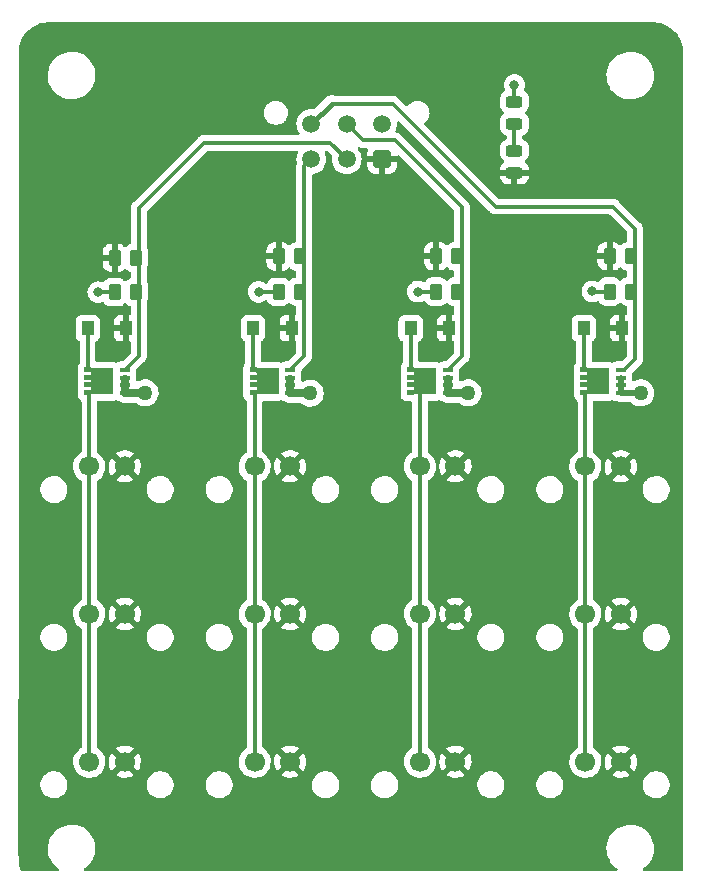
<source format=gbr>
%TF.GenerationSoftware,KiCad,Pcbnew,(6.0.7)*%
%TF.CreationDate,2022-12-02T21:15:13-06:00*%
%TF.ProjectId,BPS-Fan,4250532d-4661-46e2-9e6b-696361645f70,rev?*%
%TF.SameCoordinates,Original*%
%TF.FileFunction,Copper,L1,Top*%
%TF.FilePolarity,Positive*%
%FSLAX46Y46*%
G04 Gerber Fmt 4.6, Leading zero omitted, Abs format (unit mm)*
G04 Created by KiCad (PCBNEW (6.0.7)) date 2022-12-02 21:15:13*
%MOMM*%
%LPD*%
G01*
G04 APERTURE LIST*
G04 Aperture macros list*
%AMRoundRect*
0 Rectangle with rounded corners*
0 $1 Rounding radius*
0 $2 $3 $4 $5 $6 $7 $8 $9 X,Y pos of 4 corners*
0 Add a 4 corners polygon primitive as box body*
4,1,4,$2,$3,$4,$5,$6,$7,$8,$9,$2,$3,0*
0 Add four circle primitives for the rounded corners*
1,1,$1+$1,$2,$3*
1,1,$1+$1,$4,$5*
1,1,$1+$1,$6,$7*
1,1,$1+$1,$8,$9*
0 Add four rect primitives between the rounded corners*
20,1,$1+$1,$2,$3,$4,$5,0*
20,1,$1+$1,$4,$5,$6,$7,0*
20,1,$1+$1,$6,$7,$8,$9,0*
20,1,$1+$1,$8,$9,$2,$3,0*%
%AMFreePoly0*
4,1,21,1.545000,0.775000,0.925000,0.775000,0.925000,0.525000,1.545000,0.525000,1.545000,0.125000,0.925000,0.125000,0.925000,-0.125000,1.545000,-0.125000,1.545000,-0.525000,0.925000,-0.525000,0.925000,-0.775000,1.545000,-0.775000,1.545000,-1.175000,0.925000,-1.175000,0.925000,-1.125000,-0.925000,-1.125000,-0.925000,1.125000,0.925000,1.125000,0.925000,1.175000,1.545000,1.175000,
1.545000,0.775000,1.545000,0.775000,$1*%
G04 Aperture macros list end*
%TA.AperFunction,SMDPad,CuDef*%
%ADD10RoundRect,0.243750X0.456250X-0.243750X0.456250X0.243750X-0.456250X0.243750X-0.456250X-0.243750X0*%
%TD*%
%TA.AperFunction,SMDPad,CuDef*%
%ADD11RoundRect,0.243750X-0.456250X0.243750X-0.456250X-0.243750X0.456250X-0.243750X0.456250X0.243750X0*%
%TD*%
%TA.AperFunction,ComponentPad*%
%ADD12C,1.700000*%
%TD*%
%TA.AperFunction,SMDPad,CuDef*%
%ADD13RoundRect,0.250000X-0.262500X-0.450000X0.262500X-0.450000X0.262500X0.450000X-0.262500X0.450000X0*%
%TD*%
%TA.AperFunction,SMDPad,CuDef*%
%ADD14R,0.830000X0.400000*%
%TD*%
%TA.AperFunction,SMDPad,CuDef*%
%ADD15FreePoly0,180.000000*%
%TD*%
%TA.AperFunction,SMDPad,CuDef*%
%ADD16R,1.041400X1.193800*%
%TD*%
%TA.AperFunction,SMDPad,CuDef*%
%ADD17RoundRect,0.250000X0.262500X0.450000X-0.262500X0.450000X-0.262500X-0.450000X0.262500X-0.450000X0*%
%TD*%
%TA.AperFunction,ComponentPad*%
%ADD18RoundRect,0.250001X0.499999X0.499999X-0.499999X0.499999X-0.499999X-0.499999X0.499999X-0.499999X0*%
%TD*%
%TA.AperFunction,ComponentPad*%
%ADD19C,1.500000*%
%TD*%
%TA.AperFunction,ViaPad*%
%ADD20C,1.270000*%
%TD*%
%TA.AperFunction,ViaPad*%
%ADD21C,0.800000*%
%TD*%
%TA.AperFunction,Conductor*%
%ADD22C,0.500000*%
%TD*%
%TA.AperFunction,Conductor*%
%ADD23C,0.700000*%
%TD*%
%TA.AperFunction,Conductor*%
%ADD24C,0.300387*%
%TD*%
%TA.AperFunction,Conductor*%
%ADD25C,0.400000*%
%TD*%
G04 APERTURE END LIST*
D10*
%TO.P,R1,1*%
%TO.N,Net-(LED1-Pad1)*%
X171000000Y-49800000D03*
%TO.P,R1,2*%
%TO.N,GNDPWR*%
X171000000Y-47925000D03*
%TD*%
D11*
%TO.P,LED1,1,K*%
%TO.N,Net-(LED1-Pad1)*%
X171000000Y-52062500D03*
%TO.P,LED1,2,A*%
%TO.N,+12V*%
X171000000Y-53937500D03*
%TD*%
D12*
%TO.P,J5,1,Pin_1*%
%TO.N,+12V*%
X152000000Y-78800610D03*
%TO.P,J5,2,Pin_2*%
%TO.N,Net-(D2-Pad2)*%
X149000000Y-78800610D03*
%TD*%
D13*
%TO.P,R4,2*%
%TO.N,/FAN3_BPS*%
X166171762Y-60995610D03*
%TO.P,R4,1*%
%TO.N,+12V*%
X164346762Y-60995610D03*
%TD*%
D12*
%TO.P,J13,1,Pin_1*%
%TO.N,+12V*%
X180000000Y-103800610D03*
%TO.P,J13,2,Pin_2*%
%TO.N,Net-(D4-Pad2)*%
X177000000Y-103800610D03*
%TD*%
%TO.P,J2,1,Pin_1*%
%TO.N,+12V*%
X138000000Y-78800610D03*
%TO.P,J2,2,Pin_2*%
%TO.N,Net-(D1-Pad2)*%
X135000000Y-78800610D03*
%TD*%
D14*
%TO.P,Q4,1,S*%
%TO.N,GNDPWR*%
X180035000Y-72575000D03*
%TO.P,Q4,2,S*%
X180035000Y-71925000D03*
%TO.P,Q4,3,S*%
X180035000Y-71275000D03*
%TO.P,Q4,4,G*%
%TO.N,/FAN4_BPS*%
X180035000Y-70625000D03*
D15*
%TO.P,Q4,5,D*%
%TO.N,Net-(D4-Pad2)*%
X178095000Y-71600000D03*
%TD*%
D16*
%TO.P,D4,1,K*%
%TO.N,+12V*%
X180138300Y-67100000D03*
%TO.P,D4,2,A*%
%TO.N,Net-(D4-Pad2)*%
X176861700Y-67100000D03*
%TD*%
D12*
%TO.P,J8,1,Pin_1*%
%TO.N,+12V*%
X166000000Y-78800610D03*
%TO.P,J8,2,Pin_2*%
%TO.N,Net-(D3-Pad2)*%
X163000000Y-78800610D03*
%TD*%
D17*
%TO.P,R9,2*%
%TO.N,GNDPWR*%
X179046762Y-64000000D03*
%TO.P,R9,1*%
%TO.N,/FAN4_BPS*%
X180871762Y-64000000D03*
%TD*%
D13*
%TO.P,R2,2*%
%TO.N,/FAN1_BPS*%
X138971762Y-61145610D03*
%TO.P,R2,1*%
%TO.N,+12V*%
X137146762Y-61145610D03*
%TD*%
D16*
%TO.P,D3,1,K*%
%TO.N,+12V*%
X165483300Y-67100000D03*
%TO.P,D3,2,A*%
%TO.N,Net-(D3-Pad2)*%
X162206700Y-67100000D03*
%TD*%
D12*
%TO.P,J7,1,Pin_1*%
%TO.N,+12V*%
X152000000Y-103800610D03*
%TO.P,J7,2,Pin_2*%
%TO.N,Net-(D2-Pad2)*%
X149000000Y-103800610D03*
%TD*%
%TO.P,J3,1,Pin_1*%
%TO.N,+12V*%
X138000000Y-91300610D03*
%TO.P,J3,2,Pin_2*%
%TO.N,Net-(D1-Pad2)*%
X135000000Y-91300610D03*
%TD*%
D16*
%TO.P,D1,1,K*%
%TO.N,+12V*%
X138138300Y-67100000D03*
%TO.P,D1,2,A*%
%TO.N,Net-(D1-Pad2)*%
X134861700Y-67100000D03*
%TD*%
D12*
%TO.P,J9,1,Pin_1*%
%TO.N,+12V*%
X166000000Y-91300610D03*
%TO.P,J9,2,Pin_2*%
%TO.N,Net-(D3-Pad2)*%
X163000000Y-91300610D03*
%TD*%
D18*
%TO.P,J1,1,Pin_1*%
%TO.N,+12V*%
X159800000Y-52800000D03*
D19*
%TO.P,J1,2,Pin_2*%
%TO.N,/FAN1_BPS*%
X156800000Y-52800000D03*
%TO.P,J1,3,Pin_3*%
%TO.N,/FAN2_BPS*%
X153800000Y-52800000D03*
%TO.P,J1,4,Pin_4*%
%TO.N,GNDPWR*%
X159800000Y-49800000D03*
%TO.P,J1,5,Pin_5*%
%TO.N,/FAN3_BPS*%
X156800000Y-49800000D03*
%TO.P,J1,6,Pin_6*%
%TO.N,/FAN4_BPS*%
X153800000Y-49800000D03*
%TD*%
D12*
%TO.P,J6,1,Pin_1*%
%TO.N,+12V*%
X152000000Y-91300610D03*
%TO.P,J6,2,Pin_2*%
%TO.N,Net-(D2-Pad2)*%
X149000000Y-91300610D03*
%TD*%
D14*
%TO.P,Q1,1,S*%
%TO.N,GNDPWR*%
X138035000Y-72575000D03*
%TO.P,Q1,2,S*%
X138035000Y-71925000D03*
%TO.P,Q1,3,S*%
X138035000Y-71275000D03*
%TO.P,Q1,4,G*%
%TO.N,/FAN1_BPS*%
X138035000Y-70625000D03*
D15*
%TO.P,Q1,5,D*%
%TO.N,Net-(D1-Pad2)*%
X136095000Y-71600000D03*
%TD*%
D17*
%TO.P,R8,1*%
%TO.N,/FAN3_BPS*%
X166171762Y-63995610D03*
%TO.P,R8,2*%
%TO.N,GNDPWR*%
X164346762Y-63995610D03*
%TD*%
%TO.P,R6,2*%
%TO.N,GNDPWR*%
X137146762Y-64045610D03*
%TO.P,R6,1*%
%TO.N,/FAN1_BPS*%
X138971762Y-64045610D03*
%TD*%
D14*
%TO.P,Q3,1,S*%
%TO.N,GNDPWR*%
X165380000Y-72575000D03*
%TO.P,Q3,2,S*%
X165380000Y-71925000D03*
%TO.P,Q3,3,S*%
X165380000Y-71275000D03*
%TO.P,Q3,4,G*%
%TO.N,/FAN3_BPS*%
X165380000Y-70625000D03*
D15*
%TO.P,Q3,5,D*%
%TO.N,Net-(D3-Pad2)*%
X163440000Y-71600000D03*
%TD*%
D12*
%TO.P,J4,1,Pin_1*%
%TO.N,+12V*%
X138000000Y-103800610D03*
%TO.P,J4,2,Pin_2*%
%TO.N,Net-(D1-Pad2)*%
X135000000Y-103800610D03*
%TD*%
D14*
%TO.P,Q2,1,S*%
%TO.N,GNDPWR*%
X152035000Y-72575000D03*
%TO.P,Q2,2,S*%
X152035000Y-71925000D03*
%TO.P,Q2,3,S*%
X152035000Y-71275000D03*
%TO.P,Q2,4,G*%
%TO.N,/FAN2_BPS*%
X152035000Y-70625000D03*
D15*
%TO.P,Q2,5,D*%
%TO.N,Net-(D2-Pad2)*%
X150095000Y-71600000D03*
%TD*%
D12*
%TO.P,J10,1,Pin_1*%
%TO.N,+12V*%
X166000000Y-103800610D03*
%TO.P,J10,2,Pin_2*%
%TO.N,Net-(D3-Pad2)*%
X163000000Y-103800610D03*
%TD*%
D16*
%TO.P,D2,1,K*%
%TO.N,+12V*%
X152138300Y-67100000D03*
%TO.P,D2,2,A*%
%TO.N,Net-(D2-Pad2)*%
X148861700Y-67100000D03*
%TD*%
D12*
%TO.P,J12,1,Pin_1*%
%TO.N,+12V*%
X180000000Y-91300610D03*
%TO.P,J12,2,Pin_2*%
%TO.N,Net-(D4-Pad2)*%
X177000000Y-91300610D03*
%TD*%
D17*
%TO.P,R7,2*%
%TO.N,GNDPWR*%
X151021762Y-64020610D03*
%TO.P,R7,1*%
%TO.N,/FAN2_BPS*%
X152846762Y-64020610D03*
%TD*%
D13*
%TO.P,R3,1*%
%TO.N,+12V*%
X151021762Y-61020610D03*
%TO.P,R3,2*%
%TO.N,/FAN2_BPS*%
X152846762Y-61020610D03*
%TD*%
%TO.P,R5,2*%
%TO.N,/FAN4_BPS*%
X180871762Y-61000000D03*
%TO.P,R5,1*%
%TO.N,+12V*%
X179046762Y-61000000D03*
%TD*%
D12*
%TO.P,J11,1,Pin_1*%
%TO.N,+12V*%
X180000000Y-78800610D03*
%TO.P,J11,2,Pin_2*%
%TO.N,Net-(D4-Pad2)*%
X177000000Y-78800610D03*
%TD*%
D20*
%TO.N,GNDPWR*%
X153700000Y-72600000D03*
X181696762Y-72580000D03*
X139721762Y-72570610D03*
D21*
X177589262Y-63980000D03*
X162814262Y-63995610D03*
X171000000Y-46500000D03*
X149334262Y-64020610D03*
X135759262Y-64045610D03*
D20*
X167071762Y-72570610D03*
%TD*%
D22*
%TO.N,GNDPWR*%
X180035000Y-72575000D02*
X181691762Y-72575000D01*
D23*
X138035000Y-72575000D02*
X139717372Y-72575000D01*
X139717372Y-72575000D02*
X139721762Y-72570610D01*
X167067372Y-72575000D02*
X167071762Y-72570610D01*
X165380000Y-72575000D02*
X167067372Y-72575000D01*
X165380000Y-72575000D02*
X165380000Y-71925000D01*
X165380000Y-71925000D02*
X165380000Y-71374500D01*
X153675000Y-72575000D02*
X153700000Y-72600000D01*
X152035000Y-72575000D02*
X153675000Y-72575000D01*
X152035000Y-71925000D02*
X152035000Y-72575000D01*
X152035000Y-71925000D02*
X152035000Y-71374500D01*
X138035000Y-72575000D02*
X138035000Y-71925000D01*
X138035000Y-71925000D02*
X138035000Y-71374500D01*
D22*
X180035000Y-71275000D02*
X180035000Y-72575000D01*
D24*
%TO.N,/FAN2_BPS*%
X153200000Y-53400000D02*
X153200000Y-69460000D01*
X153800000Y-52800000D02*
X153200000Y-53400000D01*
X153200000Y-69460000D02*
X152035000Y-70625000D01*
%TO.N,Net-(D1-Pad2)*%
X135000000Y-91300610D02*
X135000000Y-103992372D01*
X136095000Y-71600000D02*
X135000000Y-72695000D01*
X134861700Y-67100000D02*
X134861700Y-70366700D01*
X135000000Y-78800610D02*
X135000000Y-91300610D01*
X134861700Y-70366700D02*
X136095000Y-71600000D01*
X135000000Y-72695000D02*
X135000000Y-78800610D01*
%TO.N,Net-(D4-Pad2)*%
X176861700Y-67100000D02*
X176861700Y-70366700D01*
X177000000Y-72695000D02*
X177000000Y-78800610D01*
X177000000Y-91300610D02*
X177000000Y-103800610D01*
X177000000Y-78800610D02*
X177000000Y-91300610D01*
X178095000Y-71600000D02*
X177000000Y-72695000D01*
X176861700Y-70366700D02*
X178095000Y-71600000D01*
%TO.N,GNDPWR*%
X137146762Y-64045610D02*
X135759262Y-64045610D01*
X164346762Y-63995610D02*
X162814262Y-63995610D01*
X171000000Y-47925000D02*
X171000000Y-46500000D01*
X151021762Y-64020610D02*
X149334262Y-64020610D01*
X179046762Y-64000000D02*
X177609262Y-64000000D01*
%TO.N,Net-(D2-Pad2)*%
X148861700Y-70366700D02*
X150095000Y-71600000D01*
X150095000Y-71600000D02*
X149000000Y-72695000D01*
X149000000Y-91300610D02*
X149000000Y-103800610D01*
X149000000Y-72695000D02*
X149000000Y-78800610D01*
X149000000Y-78800610D02*
X149000000Y-91300610D01*
X148861700Y-67100000D02*
X148861700Y-70366700D01*
%TO.N,Net-(LED1-Pad1)*%
X171000000Y-49800000D02*
X171000000Y-51962500D01*
%TO.N,Net-(D3-Pad2)*%
X163440000Y-71600000D02*
X163000000Y-72040000D01*
X163000000Y-91300610D02*
X163000000Y-103800610D01*
X163000000Y-72040000D02*
X163000000Y-78800610D01*
X162206700Y-67100000D02*
X162206700Y-70366700D01*
X163000000Y-78800610D02*
X163000000Y-91300610D01*
X162206700Y-70366700D02*
X163440000Y-71600000D01*
%TO.N,/FAN1_BPS*%
X144700000Y-51400000D02*
X139200000Y-56900000D01*
X139200000Y-64600000D02*
X139200000Y-69460000D01*
X155400000Y-51400000D02*
X144700000Y-51400000D01*
X156800000Y-52800000D02*
X155400000Y-51400000D01*
X139200000Y-69460000D02*
X138035000Y-70625000D01*
X139200000Y-56900000D02*
X139200000Y-61650000D01*
X139200000Y-61650000D02*
X139200000Y-64600000D01*
%TO.N,/FAN3_BPS*%
X166560000Y-65802500D02*
X166560000Y-69445000D01*
X160900000Y-51185000D02*
X166560000Y-56845000D01*
X166560000Y-56845000D02*
X166560000Y-61760000D01*
X156800000Y-49800000D02*
X158185000Y-51185000D01*
X158185000Y-51185000D02*
X160900000Y-51185000D01*
X166560000Y-61760000D02*
X166560000Y-65802500D01*
X166560000Y-69445000D02*
X165380000Y-70625000D01*
D25*
%TO.N,/FAN4_BPS*%
X153800000Y-49800000D02*
X155515000Y-48085000D01*
D24*
X179350000Y-56800000D02*
X181210000Y-58660000D01*
X181210000Y-65060000D02*
X181210000Y-69720000D01*
X181210000Y-69720000D02*
X180305000Y-70625000D01*
X155515000Y-48085000D02*
X160685000Y-48085000D01*
X160685000Y-48085000D02*
X169400000Y-56800000D01*
X181210000Y-61560000D02*
X181210000Y-65060000D01*
X181210000Y-58660000D02*
X181210000Y-61560000D01*
X169400000Y-56800000D02*
X179350000Y-56800000D01*
%TD*%
%TA.AperFunction,Conductor*%
%TO.N,+12V*%
G36*
X182857774Y-41210829D02*
G01*
X182859707Y-41210948D01*
X182868499Y-41212763D01*
X182886593Y-41211296D01*
X182910003Y-41211581D01*
X183137567Y-41235619D01*
X183151828Y-41237126D01*
X183165773Y-41239396D01*
X183298212Y-41268656D01*
X183430652Y-41297917D01*
X183444254Y-41301733D01*
X183700917Y-41389543D01*
X183714002Y-41394856D01*
X183959235Y-41510859D01*
X183971637Y-41517601D01*
X184071002Y-41579076D01*
X184202328Y-41660325D01*
X184213908Y-41668421D01*
X184427162Y-41836070D01*
X184437763Y-41845412D01*
X184630913Y-42035892D01*
X184640402Y-42046362D01*
X184811005Y-42257264D01*
X184819261Y-42268730D01*
X184965178Y-42497407D01*
X184972099Y-42509726D01*
X185091495Y-42753304D01*
X185096993Y-42766320D01*
X185188368Y-43021738D01*
X185192373Y-43035286D01*
X185254576Y-43299332D01*
X185257038Y-43313236D01*
X185289286Y-43582588D01*
X185290176Y-43596689D01*
X185291818Y-43832549D01*
X185289219Y-43858899D01*
X185287237Y-43868499D01*
X185287962Y-43877445D01*
X185287962Y-43877448D01*
X185291088Y-43916005D01*
X185291500Y-43926186D01*
X185291500Y-112924000D01*
X185271498Y-112992121D01*
X185217842Y-113038614D01*
X185165500Y-113050000D01*
X181980447Y-113050000D01*
X181912326Y-113029998D01*
X181865833Y-112976342D01*
X181855729Y-112906068D01*
X181885223Y-112841488D01*
X181906386Y-112822064D01*
X182087391Y-112690557D01*
X182087394Y-112690554D01*
X182090954Y-112687968D01*
X182293014Y-112492841D01*
X182465950Y-112271492D01*
X182468146Y-112267688D01*
X182468151Y-112267681D01*
X182604197Y-112032041D01*
X182606398Y-112028229D01*
X182711624Y-111767786D01*
X182745306Y-111632697D01*
X182778515Y-111499503D01*
X182778516Y-111499498D01*
X182779579Y-111495234D01*
X182808940Y-111215877D01*
X182799137Y-110935152D01*
X182775370Y-110800359D01*
X182751122Y-110662846D01*
X182750360Y-110658523D01*
X182663559Y-110391375D01*
X182540422Y-110138908D01*
X182537967Y-110135269D01*
X182537964Y-110135263D01*
X182457697Y-110016263D01*
X182383347Y-109906034D01*
X182195391Y-109697288D01*
X181980212Y-109516731D01*
X181741998Y-109367879D01*
X181485387Y-109253628D01*
X181215372Y-109176203D01*
X181211022Y-109175592D01*
X181211019Y-109175591D01*
X181108072Y-109161123D01*
X180937210Y-109137110D01*
X180726616Y-109137110D01*
X180724430Y-109137263D01*
X180724426Y-109137263D01*
X180520935Y-109151492D01*
X180520930Y-109151493D01*
X180516550Y-109151799D01*
X180241792Y-109210201D01*
X180237663Y-109211704D01*
X180237659Y-109211705D01*
X179981981Y-109304764D01*
X179981977Y-109304766D01*
X179977836Y-109306273D01*
X179729820Y-109438146D01*
X179726261Y-109440732D01*
X179726259Y-109440733D01*
X179621657Y-109516731D01*
X179502570Y-109603252D01*
X179300510Y-109798379D01*
X179127574Y-110019728D01*
X179125378Y-110023532D01*
X179125373Y-110023539D01*
X179011556Y-110220677D01*
X178987126Y-110262991D01*
X178881900Y-110523434D01*
X178880835Y-110527707D01*
X178880834Y-110527709D01*
X178847141Y-110662846D01*
X178813945Y-110795986D01*
X178784584Y-111075343D01*
X178794387Y-111356068D01*
X178795149Y-111360391D01*
X178795150Y-111360398D01*
X178818926Y-111495234D01*
X178843164Y-111632697D01*
X178929965Y-111899845D01*
X179053102Y-112152312D01*
X179055557Y-112155951D01*
X179055560Y-112155957D01*
X179128652Y-112264320D01*
X179210177Y-112385186D01*
X179398133Y-112593932D01*
X179613312Y-112774489D01*
X179617048Y-112776823D01*
X179617050Y-112776825D01*
X179681577Y-112817146D01*
X179728748Y-112870207D01*
X179739743Y-112940347D01*
X179711072Y-113005297D01*
X179651838Y-113044436D01*
X179614808Y-113050000D01*
X134680447Y-113050000D01*
X134612326Y-113029998D01*
X134565833Y-112976342D01*
X134555729Y-112906068D01*
X134585223Y-112841488D01*
X134606386Y-112822064D01*
X134787391Y-112690557D01*
X134787394Y-112690554D01*
X134790954Y-112687968D01*
X134993014Y-112492841D01*
X135165950Y-112271492D01*
X135168146Y-112267688D01*
X135168151Y-112267681D01*
X135304197Y-112032041D01*
X135306398Y-112028229D01*
X135411624Y-111767786D01*
X135445306Y-111632697D01*
X135478515Y-111499503D01*
X135478516Y-111499498D01*
X135479579Y-111495234D01*
X135508940Y-111215877D01*
X135499137Y-110935152D01*
X135475370Y-110800359D01*
X135451122Y-110662846D01*
X135450360Y-110658523D01*
X135363559Y-110391375D01*
X135240422Y-110138908D01*
X135237967Y-110135269D01*
X135237964Y-110135263D01*
X135157697Y-110016263D01*
X135083347Y-109906034D01*
X134895391Y-109697288D01*
X134680212Y-109516731D01*
X134441998Y-109367879D01*
X134185387Y-109253628D01*
X133915372Y-109176203D01*
X133911022Y-109175592D01*
X133911019Y-109175591D01*
X133808072Y-109161123D01*
X133637210Y-109137110D01*
X133426616Y-109137110D01*
X133424430Y-109137263D01*
X133424426Y-109137263D01*
X133220935Y-109151492D01*
X133220930Y-109151493D01*
X133216550Y-109151799D01*
X132941792Y-109210201D01*
X132937663Y-109211704D01*
X132937659Y-109211705D01*
X132681981Y-109304764D01*
X132681977Y-109304766D01*
X132677836Y-109306273D01*
X132429820Y-109438146D01*
X132426261Y-109440732D01*
X132426259Y-109440733D01*
X132321657Y-109516731D01*
X132202570Y-109603252D01*
X132000510Y-109798379D01*
X131827574Y-110019728D01*
X131825378Y-110023532D01*
X131825373Y-110023539D01*
X131711556Y-110220677D01*
X131687126Y-110262991D01*
X131581900Y-110523434D01*
X131580835Y-110527707D01*
X131580834Y-110527709D01*
X131547141Y-110662846D01*
X131513945Y-110795986D01*
X131484584Y-111075343D01*
X131494387Y-111356068D01*
X131495149Y-111360391D01*
X131495150Y-111360398D01*
X131518926Y-111495234D01*
X131543164Y-111632697D01*
X131629965Y-111899845D01*
X131753102Y-112152312D01*
X131755557Y-112155951D01*
X131755560Y-112155957D01*
X131828652Y-112264320D01*
X131910177Y-112385186D01*
X132098133Y-112593932D01*
X132313312Y-112774489D01*
X132317048Y-112776823D01*
X132317050Y-112776825D01*
X132381577Y-112817146D01*
X132428748Y-112870207D01*
X132439743Y-112940347D01*
X132411072Y-113005297D01*
X132351838Y-113044436D01*
X132314808Y-113050000D01*
X129298580Y-113050000D01*
X129230459Y-113029998D01*
X129183966Y-112976342D01*
X129179823Y-112966103D01*
X129167955Y-112932628D01*
X129164400Y-112920786D01*
X129151886Y-112870207D01*
X129077715Y-112570415D01*
X129075340Y-112558289D01*
X129066270Y-112495897D01*
X129023415Y-112201115D01*
X129022239Y-112188815D01*
X129020721Y-112155957D01*
X129007268Y-111864916D01*
X129008691Y-111839353D01*
X129009026Y-111837244D01*
X129009026Y-111837241D01*
X129010433Y-111828374D01*
X129006279Y-111795881D01*
X129005263Y-111779907D01*
X129005264Y-111777141D01*
X129005546Y-105850712D01*
X130855141Y-105850712D01*
X130890732Y-106057838D01*
X130963472Y-106255009D01*
X131070926Y-106435622D01*
X131209494Y-106593629D01*
X131374537Y-106723738D01*
X131379653Y-106726429D01*
X131379655Y-106726431D01*
X131555410Y-106818900D01*
X131560527Y-106821592D01*
X131761234Y-106883914D01*
X131766969Y-106884593D01*
X131766970Y-106884593D01*
X131797532Y-106888210D01*
X131931874Y-106904110D01*
X132053316Y-106904110D01*
X132209279Y-106889779D01*
X132214841Y-106888210D01*
X132214843Y-106888210D01*
X132310414Y-106861256D01*
X132411549Y-106832733D01*
X132600037Y-106739781D01*
X132768429Y-106614037D01*
X132911086Y-106459711D01*
X133023231Y-106281972D01*
X133101108Y-106086773D01*
X133102233Y-106081116D01*
X133102235Y-106081110D01*
X133140981Y-105886317D01*
X133140981Y-105886315D01*
X133142108Y-105880650D01*
X133142426Y-105856410D01*
X133142501Y-105850712D01*
X139855141Y-105850712D01*
X139890732Y-106057838D01*
X139963472Y-106255009D01*
X140070926Y-106435622D01*
X140209494Y-106593629D01*
X140374537Y-106723738D01*
X140379653Y-106726429D01*
X140379655Y-106726431D01*
X140555410Y-106818900D01*
X140560527Y-106821592D01*
X140761234Y-106883914D01*
X140766969Y-106884593D01*
X140766970Y-106884593D01*
X140797532Y-106888210D01*
X140931874Y-106904110D01*
X141053316Y-106904110D01*
X141209279Y-106889779D01*
X141214841Y-106888210D01*
X141214843Y-106888210D01*
X141310414Y-106861256D01*
X141411549Y-106832733D01*
X141600037Y-106739781D01*
X141768429Y-106614037D01*
X141911086Y-106459711D01*
X142023231Y-106281972D01*
X142101108Y-106086773D01*
X142102233Y-106081116D01*
X142102235Y-106081110D01*
X142140981Y-105886317D01*
X142140981Y-105886315D01*
X142142108Y-105880650D01*
X142142426Y-105856410D01*
X142142501Y-105850712D01*
X144855141Y-105850712D01*
X144890732Y-106057838D01*
X144963472Y-106255009D01*
X145070926Y-106435622D01*
X145209494Y-106593629D01*
X145374537Y-106723738D01*
X145379653Y-106726429D01*
X145379655Y-106726431D01*
X145555410Y-106818900D01*
X145560527Y-106821592D01*
X145761234Y-106883914D01*
X145766969Y-106884593D01*
X145766970Y-106884593D01*
X145797532Y-106888210D01*
X145931874Y-106904110D01*
X146053316Y-106904110D01*
X146209279Y-106889779D01*
X146214841Y-106888210D01*
X146214843Y-106888210D01*
X146310414Y-106861256D01*
X146411549Y-106832733D01*
X146600037Y-106739781D01*
X146768429Y-106614037D01*
X146911086Y-106459711D01*
X147023231Y-106281972D01*
X147101108Y-106086773D01*
X147102233Y-106081116D01*
X147102235Y-106081110D01*
X147140981Y-105886317D01*
X147140981Y-105886315D01*
X147142108Y-105880650D01*
X147142426Y-105856410D01*
X147142501Y-105850712D01*
X153855141Y-105850712D01*
X153890732Y-106057838D01*
X153963472Y-106255009D01*
X154070926Y-106435622D01*
X154209494Y-106593629D01*
X154374537Y-106723738D01*
X154379653Y-106726429D01*
X154379655Y-106726431D01*
X154555410Y-106818900D01*
X154560527Y-106821592D01*
X154761234Y-106883914D01*
X154766969Y-106884593D01*
X154766970Y-106884593D01*
X154797532Y-106888210D01*
X154931874Y-106904110D01*
X155053316Y-106904110D01*
X155209279Y-106889779D01*
X155214841Y-106888210D01*
X155214843Y-106888210D01*
X155310414Y-106861256D01*
X155411549Y-106832733D01*
X155600037Y-106739781D01*
X155768429Y-106614037D01*
X155911086Y-106459711D01*
X156023231Y-106281972D01*
X156101108Y-106086773D01*
X156102233Y-106081116D01*
X156102235Y-106081110D01*
X156140981Y-105886317D01*
X156140981Y-105886315D01*
X156142108Y-105880650D01*
X156142426Y-105856410D01*
X156142501Y-105850712D01*
X158855141Y-105850712D01*
X158890732Y-106057838D01*
X158963472Y-106255009D01*
X159070926Y-106435622D01*
X159209494Y-106593629D01*
X159374537Y-106723738D01*
X159379653Y-106726429D01*
X159379655Y-106726431D01*
X159555410Y-106818900D01*
X159560527Y-106821592D01*
X159761234Y-106883914D01*
X159766969Y-106884593D01*
X159766970Y-106884593D01*
X159797532Y-106888210D01*
X159931874Y-106904110D01*
X160053316Y-106904110D01*
X160209279Y-106889779D01*
X160214841Y-106888210D01*
X160214843Y-106888210D01*
X160310414Y-106861256D01*
X160411549Y-106832733D01*
X160600037Y-106739781D01*
X160768429Y-106614037D01*
X160911086Y-106459711D01*
X161023231Y-106281972D01*
X161101108Y-106086773D01*
X161102233Y-106081116D01*
X161102235Y-106081110D01*
X161140981Y-105886317D01*
X161140981Y-105886315D01*
X161142108Y-105880650D01*
X161142426Y-105856410D01*
X161142501Y-105850712D01*
X167855141Y-105850712D01*
X167890732Y-106057838D01*
X167963472Y-106255009D01*
X168070926Y-106435622D01*
X168209494Y-106593629D01*
X168374537Y-106723738D01*
X168379653Y-106726429D01*
X168379655Y-106726431D01*
X168555410Y-106818900D01*
X168560527Y-106821592D01*
X168761234Y-106883914D01*
X168766969Y-106884593D01*
X168766970Y-106884593D01*
X168797532Y-106888210D01*
X168931874Y-106904110D01*
X169053316Y-106904110D01*
X169209279Y-106889779D01*
X169214841Y-106888210D01*
X169214843Y-106888210D01*
X169310414Y-106861256D01*
X169411549Y-106832733D01*
X169600037Y-106739781D01*
X169768429Y-106614037D01*
X169911086Y-106459711D01*
X170023231Y-106281972D01*
X170101108Y-106086773D01*
X170102233Y-106081116D01*
X170102235Y-106081110D01*
X170140981Y-105886317D01*
X170140981Y-105886315D01*
X170142108Y-105880650D01*
X170142426Y-105856410D01*
X170142501Y-105850712D01*
X172855141Y-105850712D01*
X172890732Y-106057838D01*
X172963472Y-106255009D01*
X173070926Y-106435622D01*
X173209494Y-106593629D01*
X173374537Y-106723738D01*
X173379653Y-106726429D01*
X173379655Y-106726431D01*
X173555410Y-106818900D01*
X173560527Y-106821592D01*
X173761234Y-106883914D01*
X173766969Y-106884593D01*
X173766970Y-106884593D01*
X173797532Y-106888210D01*
X173931874Y-106904110D01*
X174053316Y-106904110D01*
X174209279Y-106889779D01*
X174214841Y-106888210D01*
X174214843Y-106888210D01*
X174310414Y-106861256D01*
X174411549Y-106832733D01*
X174600037Y-106739781D01*
X174768429Y-106614037D01*
X174911086Y-106459711D01*
X175023231Y-106281972D01*
X175101108Y-106086773D01*
X175102233Y-106081116D01*
X175102235Y-106081110D01*
X175140981Y-105886317D01*
X175140981Y-105886315D01*
X175142108Y-105880650D01*
X175142426Y-105856410D01*
X175142501Y-105850712D01*
X181855141Y-105850712D01*
X181890732Y-106057838D01*
X181963472Y-106255009D01*
X182070926Y-106435622D01*
X182209494Y-106593629D01*
X182374537Y-106723738D01*
X182379653Y-106726429D01*
X182379655Y-106726431D01*
X182555410Y-106818900D01*
X182560527Y-106821592D01*
X182761234Y-106883914D01*
X182766969Y-106884593D01*
X182766970Y-106884593D01*
X182797532Y-106888210D01*
X182931874Y-106904110D01*
X183053316Y-106904110D01*
X183209279Y-106889779D01*
X183214841Y-106888210D01*
X183214843Y-106888210D01*
X183310414Y-106861256D01*
X183411549Y-106832733D01*
X183600037Y-106739781D01*
X183768429Y-106614037D01*
X183911086Y-106459711D01*
X184023231Y-106281972D01*
X184101108Y-106086773D01*
X184102233Y-106081116D01*
X184102235Y-106081110D01*
X184140981Y-105886317D01*
X184140981Y-105886315D01*
X184142108Y-105880650D01*
X184142426Y-105856410D01*
X184144783Y-105676290D01*
X184144859Y-105670508D01*
X184109268Y-105463382D01*
X184036528Y-105266211D01*
X183974056Y-105161205D01*
X183932028Y-105090563D01*
X183932027Y-105090562D01*
X183929074Y-105085598D01*
X183790506Y-104927591D01*
X183625463Y-104797482D01*
X183620347Y-104794791D01*
X183620345Y-104794789D01*
X183444590Y-104702320D01*
X183444588Y-104702319D01*
X183439473Y-104699628D01*
X183238766Y-104637306D01*
X183233031Y-104636627D01*
X183233030Y-104636627D01*
X183184742Y-104630912D01*
X183068126Y-104617110D01*
X182946684Y-104617110D01*
X182790721Y-104631441D01*
X182785159Y-104633010D01*
X182785157Y-104633010D01*
X182689586Y-104659964D01*
X182588451Y-104688487D01*
X182399963Y-104781439D01*
X182395337Y-104784893D01*
X182395336Y-104784894D01*
X182236195Y-104903730D01*
X182231571Y-104907183D01*
X182227657Y-104911417D01*
X182227655Y-104911419D01*
X182116803Y-105031339D01*
X182088914Y-105061509D01*
X181976769Y-105239248D01*
X181898892Y-105434447D01*
X181897767Y-105440104D01*
X181897765Y-105440110D01*
X181892003Y-105469079D01*
X181857892Y-105640570D01*
X181857816Y-105646345D01*
X181857816Y-105646349D01*
X181857500Y-105670508D01*
X181855141Y-105850712D01*
X175142501Y-105850712D01*
X175144783Y-105676290D01*
X175144859Y-105670508D01*
X175109268Y-105463382D01*
X175036528Y-105266211D01*
X174974056Y-105161205D01*
X174932028Y-105090563D01*
X174932027Y-105090562D01*
X174929074Y-105085598D01*
X174790506Y-104927591D01*
X174625463Y-104797482D01*
X174620347Y-104794791D01*
X174620345Y-104794789D01*
X174444590Y-104702320D01*
X174444588Y-104702319D01*
X174439473Y-104699628D01*
X174238766Y-104637306D01*
X174233031Y-104636627D01*
X174233030Y-104636627D01*
X174184742Y-104630912D01*
X174068126Y-104617110D01*
X173946684Y-104617110D01*
X173790721Y-104631441D01*
X173785159Y-104633010D01*
X173785157Y-104633010D01*
X173689586Y-104659964D01*
X173588451Y-104688487D01*
X173399963Y-104781439D01*
X173395337Y-104784893D01*
X173395336Y-104784894D01*
X173236195Y-104903730D01*
X173231571Y-104907183D01*
X173227657Y-104911417D01*
X173227655Y-104911419D01*
X173116803Y-105031339D01*
X173088914Y-105061509D01*
X172976769Y-105239248D01*
X172898892Y-105434447D01*
X172897767Y-105440104D01*
X172897765Y-105440110D01*
X172892003Y-105469079D01*
X172857892Y-105640570D01*
X172857816Y-105646345D01*
X172857816Y-105646349D01*
X172857500Y-105670508D01*
X172855141Y-105850712D01*
X170142501Y-105850712D01*
X170144783Y-105676290D01*
X170144859Y-105670508D01*
X170109268Y-105463382D01*
X170036528Y-105266211D01*
X169974056Y-105161205D01*
X169932028Y-105090563D01*
X169932027Y-105090562D01*
X169929074Y-105085598D01*
X169790506Y-104927591D01*
X169625463Y-104797482D01*
X169620347Y-104794791D01*
X169620345Y-104794789D01*
X169444590Y-104702320D01*
X169444588Y-104702319D01*
X169439473Y-104699628D01*
X169238766Y-104637306D01*
X169233031Y-104636627D01*
X169233030Y-104636627D01*
X169184742Y-104630912D01*
X169068126Y-104617110D01*
X168946684Y-104617110D01*
X168790721Y-104631441D01*
X168785159Y-104633010D01*
X168785157Y-104633010D01*
X168689586Y-104659964D01*
X168588451Y-104688487D01*
X168399963Y-104781439D01*
X168395337Y-104784893D01*
X168395336Y-104784894D01*
X168236195Y-104903730D01*
X168231571Y-104907183D01*
X168227657Y-104911417D01*
X168227655Y-104911419D01*
X168116803Y-105031339D01*
X168088914Y-105061509D01*
X167976769Y-105239248D01*
X167898892Y-105434447D01*
X167897767Y-105440104D01*
X167897765Y-105440110D01*
X167892003Y-105469079D01*
X167857892Y-105640570D01*
X167857816Y-105646345D01*
X167857816Y-105646349D01*
X167857500Y-105670508D01*
X167855141Y-105850712D01*
X161142501Y-105850712D01*
X161144783Y-105676290D01*
X161144859Y-105670508D01*
X161109268Y-105463382D01*
X161036528Y-105266211D01*
X160974056Y-105161205D01*
X160932028Y-105090563D01*
X160932027Y-105090562D01*
X160929074Y-105085598D01*
X160790506Y-104927591D01*
X160625463Y-104797482D01*
X160620347Y-104794791D01*
X160620345Y-104794789D01*
X160444590Y-104702320D01*
X160444588Y-104702319D01*
X160439473Y-104699628D01*
X160238766Y-104637306D01*
X160233031Y-104636627D01*
X160233030Y-104636627D01*
X160184742Y-104630912D01*
X160068126Y-104617110D01*
X159946684Y-104617110D01*
X159790721Y-104631441D01*
X159785159Y-104633010D01*
X159785157Y-104633010D01*
X159689586Y-104659964D01*
X159588451Y-104688487D01*
X159399963Y-104781439D01*
X159395337Y-104784893D01*
X159395336Y-104784894D01*
X159236195Y-104903730D01*
X159231571Y-104907183D01*
X159227657Y-104911417D01*
X159227655Y-104911419D01*
X159116803Y-105031339D01*
X159088914Y-105061509D01*
X158976769Y-105239248D01*
X158898892Y-105434447D01*
X158897767Y-105440104D01*
X158897765Y-105440110D01*
X158892003Y-105469079D01*
X158857892Y-105640570D01*
X158857816Y-105646345D01*
X158857816Y-105646349D01*
X158857500Y-105670508D01*
X158855141Y-105850712D01*
X156142501Y-105850712D01*
X156144783Y-105676290D01*
X156144859Y-105670508D01*
X156109268Y-105463382D01*
X156036528Y-105266211D01*
X155974056Y-105161205D01*
X155932028Y-105090563D01*
X155932027Y-105090562D01*
X155929074Y-105085598D01*
X155790506Y-104927591D01*
X155625463Y-104797482D01*
X155620347Y-104794791D01*
X155620345Y-104794789D01*
X155444590Y-104702320D01*
X155444588Y-104702319D01*
X155439473Y-104699628D01*
X155238766Y-104637306D01*
X155233031Y-104636627D01*
X155233030Y-104636627D01*
X155184742Y-104630912D01*
X155068126Y-104617110D01*
X154946684Y-104617110D01*
X154790721Y-104631441D01*
X154785159Y-104633010D01*
X154785157Y-104633010D01*
X154689586Y-104659964D01*
X154588451Y-104688487D01*
X154399963Y-104781439D01*
X154395337Y-104784893D01*
X154395336Y-104784894D01*
X154236195Y-104903730D01*
X154231571Y-104907183D01*
X154227657Y-104911417D01*
X154227655Y-104911419D01*
X154116803Y-105031339D01*
X154088914Y-105061509D01*
X153976769Y-105239248D01*
X153898892Y-105434447D01*
X153897767Y-105440104D01*
X153897765Y-105440110D01*
X153892003Y-105469079D01*
X153857892Y-105640570D01*
X153857816Y-105646345D01*
X153857816Y-105646349D01*
X153857500Y-105670508D01*
X153855141Y-105850712D01*
X147142501Y-105850712D01*
X147144783Y-105676290D01*
X147144859Y-105670508D01*
X147109268Y-105463382D01*
X147036528Y-105266211D01*
X146974056Y-105161205D01*
X146932028Y-105090563D01*
X146932027Y-105090562D01*
X146929074Y-105085598D01*
X146790506Y-104927591D01*
X146625463Y-104797482D01*
X146620347Y-104794791D01*
X146620345Y-104794789D01*
X146444590Y-104702320D01*
X146444588Y-104702319D01*
X146439473Y-104699628D01*
X146238766Y-104637306D01*
X146233031Y-104636627D01*
X146233030Y-104636627D01*
X146184742Y-104630912D01*
X146068126Y-104617110D01*
X145946684Y-104617110D01*
X145790721Y-104631441D01*
X145785159Y-104633010D01*
X145785157Y-104633010D01*
X145689586Y-104659964D01*
X145588451Y-104688487D01*
X145399963Y-104781439D01*
X145395337Y-104784893D01*
X145395336Y-104784894D01*
X145236195Y-104903730D01*
X145231571Y-104907183D01*
X145227657Y-104911417D01*
X145227655Y-104911419D01*
X145116803Y-105031339D01*
X145088914Y-105061509D01*
X144976769Y-105239248D01*
X144898892Y-105434447D01*
X144897767Y-105440104D01*
X144897765Y-105440110D01*
X144892003Y-105469079D01*
X144857892Y-105640570D01*
X144857816Y-105646345D01*
X144857816Y-105646349D01*
X144857500Y-105670508D01*
X144855141Y-105850712D01*
X142142501Y-105850712D01*
X142144783Y-105676290D01*
X142144859Y-105670508D01*
X142109268Y-105463382D01*
X142036528Y-105266211D01*
X141974056Y-105161205D01*
X141932028Y-105090563D01*
X141932027Y-105090562D01*
X141929074Y-105085598D01*
X141790506Y-104927591D01*
X141625463Y-104797482D01*
X141620347Y-104794791D01*
X141620345Y-104794789D01*
X141444590Y-104702320D01*
X141444588Y-104702319D01*
X141439473Y-104699628D01*
X141238766Y-104637306D01*
X141233031Y-104636627D01*
X141233030Y-104636627D01*
X141184742Y-104630912D01*
X141068126Y-104617110D01*
X140946684Y-104617110D01*
X140790721Y-104631441D01*
X140785159Y-104633010D01*
X140785157Y-104633010D01*
X140689586Y-104659964D01*
X140588451Y-104688487D01*
X140399963Y-104781439D01*
X140395337Y-104784893D01*
X140395336Y-104784894D01*
X140236195Y-104903730D01*
X140231571Y-104907183D01*
X140227657Y-104911417D01*
X140227655Y-104911419D01*
X140116803Y-105031339D01*
X140088914Y-105061509D01*
X139976769Y-105239248D01*
X139898892Y-105434447D01*
X139897767Y-105440104D01*
X139897765Y-105440110D01*
X139892003Y-105469079D01*
X139857892Y-105640570D01*
X139857816Y-105646345D01*
X139857816Y-105646349D01*
X139857500Y-105670508D01*
X139855141Y-105850712D01*
X133142501Y-105850712D01*
X133144783Y-105676290D01*
X133144859Y-105670508D01*
X133109268Y-105463382D01*
X133036528Y-105266211D01*
X132974056Y-105161205D01*
X132932028Y-105090563D01*
X132932027Y-105090562D01*
X132929074Y-105085598D01*
X132790506Y-104927591D01*
X132625463Y-104797482D01*
X132620347Y-104794791D01*
X132620345Y-104794789D01*
X132444590Y-104702320D01*
X132444588Y-104702319D01*
X132439473Y-104699628D01*
X132238766Y-104637306D01*
X132233031Y-104636627D01*
X132233030Y-104636627D01*
X132184742Y-104630912D01*
X132068126Y-104617110D01*
X131946684Y-104617110D01*
X131790721Y-104631441D01*
X131785159Y-104633010D01*
X131785157Y-104633010D01*
X131689586Y-104659964D01*
X131588451Y-104688487D01*
X131399963Y-104781439D01*
X131395337Y-104784893D01*
X131395336Y-104784894D01*
X131236195Y-104903730D01*
X131231571Y-104907183D01*
X131227657Y-104911417D01*
X131227655Y-104911419D01*
X131116803Y-105031339D01*
X131088914Y-105061509D01*
X130976769Y-105239248D01*
X130898892Y-105434447D01*
X130897767Y-105440104D01*
X130897765Y-105440110D01*
X130892003Y-105469079D01*
X130857892Y-105640570D01*
X130857816Y-105646345D01*
X130857816Y-105646349D01*
X130857500Y-105670508D01*
X130855141Y-105850712D01*
X129005546Y-105850712D01*
X129005645Y-103767305D01*
X133637251Y-103767305D01*
X133637548Y-103772458D01*
X133637548Y-103772461D01*
X133643011Y-103867200D01*
X133650110Y-103990325D01*
X133651247Y-103995371D01*
X133651248Y-103995377D01*
X133671119Y-104083549D01*
X133699222Y-104208249D01*
X133783266Y-104415226D01*
X133899987Y-104605698D01*
X134046250Y-104774548D01*
X134218126Y-104917242D01*
X134411000Y-105029948D01*
X134619692Y-105109640D01*
X134624760Y-105110671D01*
X134624763Y-105110672D01*
X134729604Y-105132002D01*
X134838597Y-105154177D01*
X134843772Y-105154367D01*
X134843774Y-105154367D01*
X135056673Y-105162174D01*
X135056677Y-105162174D01*
X135061837Y-105162363D01*
X135066957Y-105161707D01*
X135066959Y-105161707D01*
X135278288Y-105134635D01*
X135278289Y-105134635D01*
X135283416Y-105133978D01*
X135288366Y-105132493D01*
X135492429Y-105071271D01*
X135492434Y-105071269D01*
X135497384Y-105069784D01*
X135697994Y-104971506D01*
X135762544Y-104925463D01*
X137239977Y-104925463D01*
X137245258Y-104932517D01*
X137406756Y-105026889D01*
X137416042Y-105031339D01*
X137615001Y-105107313D01*
X137624899Y-105110189D01*
X137833595Y-105152648D01*
X137843823Y-105153867D01*
X138056650Y-105161672D01*
X138066936Y-105161205D01*
X138278185Y-105134144D01*
X138288262Y-105132002D01*
X138492255Y-105070801D01*
X138501842Y-105067043D01*
X138693098Y-104973348D01*
X138701944Y-104968075D01*
X138749247Y-104934333D01*
X138757648Y-104923633D01*
X138750660Y-104910480D01*
X138012812Y-104172632D01*
X137998868Y-104165018D01*
X137997035Y-104165149D01*
X137990420Y-104169400D01*
X137246737Y-104913083D01*
X137239977Y-104925463D01*
X135762544Y-104925463D01*
X135879860Y-104841783D01*
X136038096Y-104684099D01*
X136075935Y-104631441D01*
X136165435Y-104506887D01*
X136168453Y-104502687D01*
X136170874Y-104497790D01*
X136265136Y-104307063D01*
X136265137Y-104307061D01*
X136267430Y-104302421D01*
X136332370Y-104088679D01*
X136361529Y-103867200D01*
X136363156Y-103800610D01*
X136360843Y-103772473D01*
X136638050Y-103772473D01*
X136650309Y-103985087D01*
X136651745Y-103995307D01*
X136698565Y-104203056D01*
X136701645Y-104212885D01*
X136781770Y-104410213D01*
X136786413Y-104419404D01*
X136866460Y-104550030D01*
X136876916Y-104559490D01*
X136885694Y-104555706D01*
X137627978Y-103813422D01*
X137634356Y-103801742D01*
X138364408Y-103801742D01*
X138364539Y-103803575D01*
X138368790Y-103810190D01*
X139110474Y-104551874D01*
X139122484Y-104558433D01*
X139134223Y-104549465D01*
X139165004Y-104506629D01*
X139170315Y-104497790D01*
X139264670Y-104306877D01*
X139268469Y-104297282D01*
X139330376Y-104093525D01*
X139332555Y-104083444D01*
X139360590Y-103870497D01*
X139361109Y-103863822D01*
X139362572Y-103803974D01*
X139362378Y-103797256D01*
X139344781Y-103583214D01*
X139343096Y-103573034D01*
X139291214Y-103366485D01*
X139287894Y-103356734D01*
X139202972Y-103161424D01*
X139198105Y-103152349D01*
X139133063Y-103051807D01*
X139122377Y-103042605D01*
X139112812Y-103047008D01*
X138372022Y-103787798D01*
X138364408Y-103801742D01*
X137634356Y-103801742D01*
X137635592Y-103799478D01*
X137635461Y-103797645D01*
X137631210Y-103791030D01*
X136889849Y-103049669D01*
X136878313Y-103043369D01*
X136866031Y-103052992D01*
X136818089Y-103123272D01*
X136813004Y-103132223D01*
X136723338Y-103325393D01*
X136719775Y-103335080D01*
X136662864Y-103540291D01*
X136660933Y-103550410D01*
X136638302Y-103762184D01*
X136638050Y-103772473D01*
X136360843Y-103772473D01*
X136344852Y-103577971D01*
X136290431Y-103361312D01*
X136201354Y-103156450D01*
X136080014Y-102968887D01*
X135929670Y-102803661D01*
X135925619Y-102800462D01*
X135925615Y-102800458D01*
X135769338Y-102677037D01*
X137241223Y-102677037D01*
X137247968Y-102689368D01*
X137987188Y-103428588D01*
X138001132Y-103436202D01*
X138002965Y-103436071D01*
X138009580Y-103431820D01*
X138753389Y-102688011D01*
X138760410Y-102675154D01*
X138753611Y-102665823D01*
X138749554Y-102663128D01*
X138563117Y-102560209D01*
X138553705Y-102555979D01*
X138352959Y-102484890D01*
X138342989Y-102482256D01*
X138133327Y-102444911D01*
X138123073Y-102443941D01*
X137910116Y-102441338D01*
X137899832Y-102442058D01*
X137689321Y-102474271D01*
X137679293Y-102476660D01*
X137476868Y-102542822D01*
X137467359Y-102546819D01*
X137278466Y-102645150D01*
X137269734Y-102650649D01*
X137249677Y-102665709D01*
X137241223Y-102677037D01*
X135769338Y-102677037D01*
X135758414Y-102668410D01*
X135758410Y-102668408D01*
X135754359Y-102665208D01*
X135749835Y-102662711D01*
X135749831Y-102662708D01*
X135723801Y-102648339D01*
X135673829Y-102597907D01*
X135658693Y-102538030D01*
X135658693Y-93350712D01*
X139855141Y-93350712D01*
X139890732Y-93557838D01*
X139963472Y-93755009D01*
X140070926Y-93935622D01*
X140209494Y-94093629D01*
X140374537Y-94223738D01*
X140379653Y-94226429D01*
X140379655Y-94226431D01*
X140555410Y-94318900D01*
X140560527Y-94321592D01*
X140761234Y-94383914D01*
X140766969Y-94384593D01*
X140766970Y-94384593D01*
X140797532Y-94388210D01*
X140931874Y-94404110D01*
X141053316Y-94404110D01*
X141209279Y-94389779D01*
X141214841Y-94388210D01*
X141214843Y-94388210D01*
X141310414Y-94361256D01*
X141411549Y-94332733D01*
X141600037Y-94239781D01*
X141768429Y-94114037D01*
X141911086Y-93959711D01*
X142023231Y-93781972D01*
X142101108Y-93586773D01*
X142102233Y-93581116D01*
X142102235Y-93581110D01*
X142140981Y-93386317D01*
X142140981Y-93386315D01*
X142142108Y-93380650D01*
X142142426Y-93356410D01*
X142142501Y-93350712D01*
X144855141Y-93350712D01*
X144890732Y-93557838D01*
X144963472Y-93755009D01*
X145070926Y-93935622D01*
X145209494Y-94093629D01*
X145374537Y-94223738D01*
X145379653Y-94226429D01*
X145379655Y-94226431D01*
X145555410Y-94318900D01*
X145560527Y-94321592D01*
X145761234Y-94383914D01*
X145766969Y-94384593D01*
X145766970Y-94384593D01*
X145797532Y-94388210D01*
X145931874Y-94404110D01*
X146053316Y-94404110D01*
X146209279Y-94389779D01*
X146214841Y-94388210D01*
X146214843Y-94388210D01*
X146310414Y-94361256D01*
X146411549Y-94332733D01*
X146600037Y-94239781D01*
X146768429Y-94114037D01*
X146911086Y-93959711D01*
X147023231Y-93781972D01*
X147101108Y-93586773D01*
X147102233Y-93581116D01*
X147102235Y-93581110D01*
X147140981Y-93386317D01*
X147140981Y-93386315D01*
X147142108Y-93380650D01*
X147142426Y-93356410D01*
X147144783Y-93176290D01*
X147144859Y-93170508D01*
X147109268Y-92963382D01*
X147036528Y-92766211D01*
X146929074Y-92585598D01*
X146790506Y-92427591D01*
X146625463Y-92297482D01*
X146620347Y-92294791D01*
X146620345Y-92294789D01*
X146444590Y-92202320D01*
X146444588Y-92202319D01*
X146439473Y-92199628D01*
X146238766Y-92137306D01*
X146233031Y-92136627D01*
X146233030Y-92136627D01*
X146184742Y-92130912D01*
X146068126Y-92117110D01*
X145946684Y-92117110D01*
X145790721Y-92131441D01*
X145785159Y-92133010D01*
X145785157Y-92133010D01*
X145689586Y-92159964D01*
X145588451Y-92188487D01*
X145399963Y-92281439D01*
X145395337Y-92284893D01*
X145395336Y-92284894D01*
X145236195Y-92403730D01*
X145231571Y-92407183D01*
X145227657Y-92411417D01*
X145227655Y-92411419D01*
X145116803Y-92531339D01*
X145088914Y-92561509D01*
X144976769Y-92739248D01*
X144898892Y-92934447D01*
X144897767Y-92940104D01*
X144897765Y-92940110D01*
X144892003Y-92969079D01*
X144857892Y-93140570D01*
X144857816Y-93146345D01*
X144857816Y-93146349D01*
X144857500Y-93170508D01*
X144855141Y-93350712D01*
X142142501Y-93350712D01*
X142144783Y-93176290D01*
X142144859Y-93170508D01*
X142109268Y-92963382D01*
X142036528Y-92766211D01*
X141929074Y-92585598D01*
X141790506Y-92427591D01*
X141625463Y-92297482D01*
X141620347Y-92294791D01*
X141620345Y-92294789D01*
X141444590Y-92202320D01*
X141444588Y-92202319D01*
X141439473Y-92199628D01*
X141238766Y-92137306D01*
X141233031Y-92136627D01*
X141233030Y-92136627D01*
X141184742Y-92130912D01*
X141068126Y-92117110D01*
X140946684Y-92117110D01*
X140790721Y-92131441D01*
X140785159Y-92133010D01*
X140785157Y-92133010D01*
X140689586Y-92159964D01*
X140588451Y-92188487D01*
X140399963Y-92281439D01*
X140395337Y-92284893D01*
X140395336Y-92284894D01*
X140236195Y-92403730D01*
X140231571Y-92407183D01*
X140227657Y-92411417D01*
X140227655Y-92411419D01*
X140116803Y-92531339D01*
X140088914Y-92561509D01*
X139976769Y-92739248D01*
X139898892Y-92934447D01*
X139897767Y-92940104D01*
X139897765Y-92940110D01*
X139892003Y-92969079D01*
X139857892Y-93140570D01*
X139857816Y-93146345D01*
X139857816Y-93146349D01*
X139857500Y-93170508D01*
X139855141Y-93350712D01*
X135658693Y-93350712D01*
X135658693Y-92564433D01*
X135678695Y-92496312D01*
X135711524Y-92461856D01*
X135762545Y-92425463D01*
X137239977Y-92425463D01*
X137245258Y-92432517D01*
X137406756Y-92526889D01*
X137416042Y-92531339D01*
X137615001Y-92607313D01*
X137624899Y-92610189D01*
X137833595Y-92652648D01*
X137843823Y-92653867D01*
X138056650Y-92661672D01*
X138066936Y-92661205D01*
X138278185Y-92634144D01*
X138288262Y-92632002D01*
X138492255Y-92570801D01*
X138501842Y-92567043D01*
X138693098Y-92473348D01*
X138701944Y-92468075D01*
X138749247Y-92434333D01*
X138757648Y-92423633D01*
X138750660Y-92410480D01*
X138012812Y-91672632D01*
X137998868Y-91665018D01*
X137997035Y-91665149D01*
X137990420Y-91669400D01*
X137246737Y-92413083D01*
X137239977Y-92425463D01*
X135762545Y-92425463D01*
X135879860Y-92341783D01*
X136038096Y-92184099D01*
X136075935Y-92131441D01*
X136165435Y-92006887D01*
X136168453Y-92002687D01*
X136170874Y-91997790D01*
X136265136Y-91807063D01*
X136265137Y-91807061D01*
X136267430Y-91802421D01*
X136332370Y-91588679D01*
X136361529Y-91367200D01*
X136363156Y-91300610D01*
X136360843Y-91272473D01*
X136638050Y-91272473D01*
X136650309Y-91485087D01*
X136651745Y-91495307D01*
X136698565Y-91703056D01*
X136701645Y-91712885D01*
X136781770Y-91910213D01*
X136786413Y-91919404D01*
X136866460Y-92050030D01*
X136876916Y-92059490D01*
X136885694Y-92055706D01*
X137627978Y-91313422D01*
X137634356Y-91301742D01*
X138364408Y-91301742D01*
X138364539Y-91303575D01*
X138368790Y-91310190D01*
X139110474Y-92051874D01*
X139122484Y-92058433D01*
X139134223Y-92049465D01*
X139165004Y-92006629D01*
X139170315Y-91997790D01*
X139264670Y-91806877D01*
X139268469Y-91797282D01*
X139330376Y-91593525D01*
X139332555Y-91583444D01*
X139360590Y-91370497D01*
X139361109Y-91363822D01*
X139362572Y-91303974D01*
X139362378Y-91297256D01*
X139344781Y-91083214D01*
X139343096Y-91073034D01*
X139291214Y-90866485D01*
X139287894Y-90856734D01*
X139202972Y-90661424D01*
X139198105Y-90652349D01*
X139133063Y-90551807D01*
X139122377Y-90542605D01*
X139112812Y-90547008D01*
X138372022Y-91287798D01*
X138364408Y-91301742D01*
X137634356Y-91301742D01*
X137635592Y-91299478D01*
X137635461Y-91297645D01*
X137631210Y-91291030D01*
X136889849Y-90549669D01*
X136878313Y-90543369D01*
X136866031Y-90552992D01*
X136818089Y-90623272D01*
X136813004Y-90632223D01*
X136723338Y-90825393D01*
X136719775Y-90835080D01*
X136662864Y-91040291D01*
X136660933Y-91050410D01*
X136638302Y-91262184D01*
X136638050Y-91272473D01*
X136360843Y-91272473D01*
X136344852Y-91077971D01*
X136290431Y-90861312D01*
X136201354Y-90656450D01*
X136080014Y-90468887D01*
X135929670Y-90303661D01*
X135925619Y-90300462D01*
X135925615Y-90300458D01*
X135769338Y-90177037D01*
X137241223Y-90177037D01*
X137247968Y-90189368D01*
X137987188Y-90928588D01*
X138001132Y-90936202D01*
X138002965Y-90936071D01*
X138009580Y-90931820D01*
X138753389Y-90188011D01*
X138760410Y-90175154D01*
X138753611Y-90165823D01*
X138749554Y-90163128D01*
X138563117Y-90060209D01*
X138553705Y-90055979D01*
X138352959Y-89984890D01*
X138342989Y-89982256D01*
X138133327Y-89944911D01*
X138123073Y-89943941D01*
X137910116Y-89941338D01*
X137899832Y-89942058D01*
X137689321Y-89974271D01*
X137679293Y-89976660D01*
X137476868Y-90042822D01*
X137467359Y-90046819D01*
X137278466Y-90145150D01*
X137269734Y-90150649D01*
X137249677Y-90165709D01*
X137241223Y-90177037D01*
X135769338Y-90177037D01*
X135758414Y-90168410D01*
X135758410Y-90168408D01*
X135754359Y-90165208D01*
X135749835Y-90162711D01*
X135749831Y-90162708D01*
X135723801Y-90148339D01*
X135673829Y-90097907D01*
X135658693Y-90038030D01*
X135658693Y-80850712D01*
X139855141Y-80850712D01*
X139890732Y-81057838D01*
X139963472Y-81255009D01*
X140070926Y-81435622D01*
X140209494Y-81593629D01*
X140374537Y-81723738D01*
X140379653Y-81726429D01*
X140379655Y-81726431D01*
X140555410Y-81818900D01*
X140560527Y-81821592D01*
X140761234Y-81883914D01*
X140766969Y-81884593D01*
X140766970Y-81884593D01*
X140797532Y-81888210D01*
X140931874Y-81904110D01*
X141053316Y-81904110D01*
X141209279Y-81889779D01*
X141214841Y-81888210D01*
X141214843Y-81888210D01*
X141310414Y-81861256D01*
X141411549Y-81832733D01*
X141600037Y-81739781D01*
X141768429Y-81614037D01*
X141911086Y-81459711D01*
X142023231Y-81281972D01*
X142101108Y-81086773D01*
X142102233Y-81081116D01*
X142102235Y-81081110D01*
X142140981Y-80886317D01*
X142140981Y-80886315D01*
X142142108Y-80880650D01*
X142142426Y-80856410D01*
X142142501Y-80850712D01*
X144855141Y-80850712D01*
X144890732Y-81057838D01*
X144963472Y-81255009D01*
X145070926Y-81435622D01*
X145209494Y-81593629D01*
X145374537Y-81723738D01*
X145379653Y-81726429D01*
X145379655Y-81726431D01*
X145555410Y-81818900D01*
X145560527Y-81821592D01*
X145761234Y-81883914D01*
X145766969Y-81884593D01*
X145766970Y-81884593D01*
X145797532Y-81888210D01*
X145931874Y-81904110D01*
X146053316Y-81904110D01*
X146209279Y-81889779D01*
X146214841Y-81888210D01*
X146214843Y-81888210D01*
X146310414Y-81861256D01*
X146411549Y-81832733D01*
X146600037Y-81739781D01*
X146768429Y-81614037D01*
X146911086Y-81459711D01*
X147023231Y-81281972D01*
X147101108Y-81086773D01*
X147102233Y-81081116D01*
X147102235Y-81081110D01*
X147140981Y-80886317D01*
X147140981Y-80886315D01*
X147142108Y-80880650D01*
X147142426Y-80856410D01*
X147144783Y-80676290D01*
X147144859Y-80670508D01*
X147109268Y-80463382D01*
X147036528Y-80266211D01*
X146929074Y-80085598D01*
X146790506Y-79927591D01*
X146625463Y-79797482D01*
X146620347Y-79794791D01*
X146620345Y-79794789D01*
X146444590Y-79702320D01*
X146444588Y-79702319D01*
X146439473Y-79699628D01*
X146238766Y-79637306D01*
X146233031Y-79636627D01*
X146233030Y-79636627D01*
X146184742Y-79630912D01*
X146068126Y-79617110D01*
X145946684Y-79617110D01*
X145790721Y-79631441D01*
X145785159Y-79633010D01*
X145785157Y-79633010D01*
X145689586Y-79659964D01*
X145588451Y-79688487D01*
X145399963Y-79781439D01*
X145395337Y-79784893D01*
X145395336Y-79784894D01*
X145236195Y-79903730D01*
X145231571Y-79907183D01*
X145227657Y-79911417D01*
X145227655Y-79911419D01*
X145116803Y-80031339D01*
X145088914Y-80061509D01*
X144976769Y-80239248D01*
X144898892Y-80434447D01*
X144897767Y-80440104D01*
X144897765Y-80440110D01*
X144892003Y-80469079D01*
X144857892Y-80640570D01*
X144857816Y-80646345D01*
X144857816Y-80646349D01*
X144857500Y-80670508D01*
X144855141Y-80850712D01*
X142142501Y-80850712D01*
X142144783Y-80676290D01*
X142144859Y-80670508D01*
X142109268Y-80463382D01*
X142036528Y-80266211D01*
X141929074Y-80085598D01*
X141790506Y-79927591D01*
X141625463Y-79797482D01*
X141620347Y-79794791D01*
X141620345Y-79794789D01*
X141444590Y-79702320D01*
X141444588Y-79702319D01*
X141439473Y-79699628D01*
X141238766Y-79637306D01*
X141233031Y-79636627D01*
X141233030Y-79636627D01*
X141184742Y-79630912D01*
X141068126Y-79617110D01*
X140946684Y-79617110D01*
X140790721Y-79631441D01*
X140785159Y-79633010D01*
X140785157Y-79633010D01*
X140689586Y-79659964D01*
X140588451Y-79688487D01*
X140399963Y-79781439D01*
X140395337Y-79784893D01*
X140395336Y-79784894D01*
X140236195Y-79903730D01*
X140231571Y-79907183D01*
X140227657Y-79911417D01*
X140227655Y-79911419D01*
X140116803Y-80031339D01*
X140088914Y-80061509D01*
X139976769Y-80239248D01*
X139898892Y-80434447D01*
X139897767Y-80440104D01*
X139897765Y-80440110D01*
X139892003Y-80469079D01*
X139857892Y-80640570D01*
X139857816Y-80646345D01*
X139857816Y-80646349D01*
X139857500Y-80670508D01*
X139855141Y-80850712D01*
X135658693Y-80850712D01*
X135658693Y-80064433D01*
X135678695Y-79996312D01*
X135711524Y-79961856D01*
X135762545Y-79925463D01*
X137239977Y-79925463D01*
X137245258Y-79932517D01*
X137406756Y-80026889D01*
X137416042Y-80031339D01*
X137615001Y-80107313D01*
X137624899Y-80110189D01*
X137833595Y-80152648D01*
X137843823Y-80153867D01*
X138056650Y-80161672D01*
X138066936Y-80161205D01*
X138278185Y-80134144D01*
X138288262Y-80132002D01*
X138492255Y-80070801D01*
X138501842Y-80067043D01*
X138693098Y-79973348D01*
X138701944Y-79968075D01*
X138749247Y-79934333D01*
X138757648Y-79923633D01*
X138750660Y-79910480D01*
X138012812Y-79172632D01*
X137998868Y-79165018D01*
X137997035Y-79165149D01*
X137990420Y-79169400D01*
X137246737Y-79913083D01*
X137239977Y-79925463D01*
X135762545Y-79925463D01*
X135879860Y-79841783D01*
X136038096Y-79684099D01*
X136075935Y-79631441D01*
X136165435Y-79506887D01*
X136168453Y-79502687D01*
X136170874Y-79497790D01*
X136265136Y-79307063D01*
X136265137Y-79307061D01*
X136267430Y-79302421D01*
X136332370Y-79088679D01*
X136361529Y-78867200D01*
X136363156Y-78800610D01*
X136360843Y-78772473D01*
X136638050Y-78772473D01*
X136650309Y-78985087D01*
X136651745Y-78995307D01*
X136698565Y-79203056D01*
X136701645Y-79212885D01*
X136781770Y-79410213D01*
X136786413Y-79419404D01*
X136866460Y-79550030D01*
X136876916Y-79559490D01*
X136885694Y-79555706D01*
X137627978Y-78813422D01*
X137634356Y-78801742D01*
X138364408Y-78801742D01*
X138364539Y-78803575D01*
X138368790Y-78810190D01*
X139110474Y-79551874D01*
X139122484Y-79558433D01*
X139134223Y-79549465D01*
X139165004Y-79506629D01*
X139170315Y-79497790D01*
X139264670Y-79306877D01*
X139268469Y-79297282D01*
X139330376Y-79093525D01*
X139332555Y-79083444D01*
X139360590Y-78870497D01*
X139361109Y-78863822D01*
X139362572Y-78803974D01*
X139362378Y-78797256D01*
X139344781Y-78583214D01*
X139343096Y-78573034D01*
X139291214Y-78366485D01*
X139287894Y-78356734D01*
X139202972Y-78161424D01*
X139198105Y-78152349D01*
X139133063Y-78051807D01*
X139122377Y-78042605D01*
X139112812Y-78047008D01*
X138372022Y-78787798D01*
X138364408Y-78801742D01*
X137634356Y-78801742D01*
X137635592Y-78799478D01*
X137635461Y-78797645D01*
X137631210Y-78791030D01*
X136889849Y-78049669D01*
X136878313Y-78043369D01*
X136866031Y-78052992D01*
X136818089Y-78123272D01*
X136813004Y-78132223D01*
X136723338Y-78325393D01*
X136719775Y-78335080D01*
X136662864Y-78540291D01*
X136660933Y-78550410D01*
X136638302Y-78762184D01*
X136638050Y-78772473D01*
X136360843Y-78772473D01*
X136344852Y-78577971D01*
X136290431Y-78361312D01*
X136201354Y-78156450D01*
X136080014Y-77968887D01*
X135929670Y-77803661D01*
X135925619Y-77800462D01*
X135925615Y-77800458D01*
X135769338Y-77677037D01*
X137241223Y-77677037D01*
X137247968Y-77689368D01*
X137987188Y-78428588D01*
X138001132Y-78436202D01*
X138002965Y-78436071D01*
X138009580Y-78431820D01*
X138753389Y-77688011D01*
X138760410Y-77675154D01*
X138753611Y-77665823D01*
X138749554Y-77663128D01*
X138563117Y-77560209D01*
X138553705Y-77555979D01*
X138352959Y-77484890D01*
X138342989Y-77482256D01*
X138133327Y-77444911D01*
X138123073Y-77443941D01*
X137910116Y-77441338D01*
X137899832Y-77442058D01*
X137689321Y-77474271D01*
X137679293Y-77476660D01*
X137476868Y-77542822D01*
X137467359Y-77546819D01*
X137278466Y-77645150D01*
X137269734Y-77650649D01*
X137249677Y-77665709D01*
X137241223Y-77677037D01*
X135769338Y-77677037D01*
X135758414Y-77668410D01*
X135758410Y-77668408D01*
X135754359Y-77665208D01*
X135749835Y-77662711D01*
X135749831Y-77662708D01*
X135723801Y-77648339D01*
X135673829Y-77597907D01*
X135658693Y-77538030D01*
X135658693Y-73364729D01*
X135678695Y-73296608D01*
X135732351Y-73250115D01*
X135784693Y-73238729D01*
X137020000Y-73238729D01*
X137073453Y-73234906D01*
X137086373Y-73233982D01*
X137086374Y-73233982D01*
X137093111Y-73233500D01*
X137233411Y-73192304D01*
X137233888Y-73193927D01*
X137293768Y-73185317D01*
X137351403Y-73209208D01*
X137356239Y-73212832D01*
X137373295Y-73225615D01*
X137509684Y-73276745D01*
X137517534Y-73277598D01*
X137524760Y-73279316D01*
X137572140Y-73301801D01*
X137582225Y-73309512D01*
X137582233Y-73309517D01*
X137587652Y-73313660D01*
X137593837Y-73316544D01*
X137593840Y-73316546D01*
X137600386Y-73319598D01*
X137617951Y-73329575D01*
X137629582Y-73337480D01*
X137635911Y-73340012D01*
X137635914Y-73340013D01*
X137690651Y-73361906D01*
X137697108Y-73364700D01*
X137746224Y-73387603D01*
X137756704Y-73392490D01*
X137770418Y-73395556D01*
X137789713Y-73401528D01*
X137802771Y-73406751D01*
X137809507Y-73407866D01*
X137809510Y-73407867D01*
X137846653Y-73414016D01*
X137867679Y-73417496D01*
X137874560Y-73418834D01*
X137922007Y-73429440D01*
X137933693Y-73432052D01*
X137933695Y-73432052D01*
X137938740Y-73433180D01*
X137944463Y-73433500D01*
X137953990Y-73433500D01*
X137974569Y-73435192D01*
X137980058Y-73436101D01*
X137980061Y-73436101D01*
X137986795Y-73437216D01*
X137993611Y-73436859D01*
X137993615Y-73436859D01*
X138054393Y-73433673D01*
X138060988Y-73433500D01*
X138918739Y-73433500D01*
X138986860Y-73453502D01*
X138995991Y-73460103D01*
X138999051Y-73463084D01*
X139173793Y-73579843D01*
X139179101Y-73582124D01*
X139179102Y-73582124D01*
X139361584Y-73660524D01*
X139361587Y-73660525D01*
X139366887Y-73662802D01*
X139372516Y-73664076D01*
X139372517Y-73664076D01*
X139566229Y-73707909D01*
X139566235Y-73707910D01*
X139571866Y-73709184D01*
X139577637Y-73709411D01*
X139577639Y-73709411D01*
X139641195Y-73711908D01*
X139781865Y-73717435D01*
X139989850Y-73687279D01*
X139995314Y-73685424D01*
X139995319Y-73685423D01*
X140183386Y-73621583D01*
X140183391Y-73621581D01*
X140188858Y-73619725D01*
X140372222Y-73517036D01*
X140533803Y-73382651D01*
X140668188Y-73221070D01*
X140762794Y-73052139D01*
X140768053Y-73042749D01*
X140768054Y-73042747D01*
X140770877Y-73037706D01*
X140772733Y-73032239D01*
X140772735Y-73032234D01*
X140836575Y-72844167D01*
X140836576Y-72844162D01*
X140838431Y-72838698D01*
X140868587Y-72630713D01*
X140870161Y-72570610D01*
X140850931Y-72361331D01*
X140793885Y-72159061D01*
X140700933Y-71970573D01*
X140600589Y-71836195D01*
X140578642Y-71806805D01*
X140578641Y-71806804D01*
X140575189Y-71802181D01*
X140570953Y-71798265D01*
X140425103Y-71663443D01*
X140425100Y-71663441D01*
X140420863Y-71659524D01*
X140243124Y-71547379D01*
X140047925Y-71469502D01*
X140042268Y-71468377D01*
X140042262Y-71468375D01*
X139847469Y-71429629D01*
X139847467Y-71429629D01*
X139841802Y-71428502D01*
X139836027Y-71428426D01*
X139836023Y-71428426D01*
X139730763Y-71427048D01*
X139631660Y-71425751D01*
X139625963Y-71426730D01*
X139625962Y-71426730D01*
X139438053Y-71459019D01*
X139424534Y-71461342D01*
X139227363Y-71534082D01*
X139222402Y-71537034D01*
X139222401Y-71537034D01*
X139148923Y-71580749D01*
X139080153Y-71598389D01*
X139012763Y-71576049D01*
X138968149Y-71520821D01*
X138958500Y-71472464D01*
X138958500Y-71026866D01*
X138951745Y-70964684D01*
X138954174Y-70964420D01*
X138954174Y-70935580D01*
X138951745Y-70935316D01*
X138958131Y-70876531D01*
X138958500Y-70873134D01*
X138958500Y-70685223D01*
X138978502Y-70617102D01*
X138995405Y-70596128D01*
X139607727Y-69983806D01*
X139616506Y-69975817D01*
X139616512Y-69975812D01*
X139623204Y-69971565D01*
X139671730Y-69919890D01*
X139674484Y-69917049D01*
X139695068Y-69896465D01*
X139697490Y-69893343D01*
X139697496Y-69893336D01*
X139697796Y-69892949D01*
X139705501Y-69883928D01*
X139731704Y-69856024D01*
X139737129Y-69850247D01*
X139747468Y-69831441D01*
X139758323Y-69814915D01*
X139761444Y-69810891D01*
X139771470Y-69797966D01*
X139789821Y-69755560D01*
X139795042Y-69744903D01*
X139797268Y-69740855D01*
X139817305Y-69704408D01*
X139819374Y-69696352D01*
X139822640Y-69683629D01*
X139829046Y-69664921D01*
X139834415Y-69652514D01*
X139834416Y-69652512D01*
X139837567Y-69645230D01*
X139844798Y-69599574D01*
X139847202Y-69587966D01*
X139858693Y-69543212D01*
X139858693Y-69521761D01*
X139860244Y-69502050D01*
X139862361Y-69488684D01*
X139863601Y-69480855D01*
X139859252Y-69434850D01*
X139858693Y-69422992D01*
X139858693Y-64963865D01*
X139877433Y-64897749D01*
X139922537Y-64824578D01*
X139922538Y-64824576D01*
X139926377Y-64818348D01*
X139982059Y-64650471D01*
X139984583Y-64625842D01*
X139989018Y-64582554D01*
X139992762Y-64546010D01*
X139992762Y-63545210D01*
X139989564Y-63514384D01*
X139982500Y-63446302D01*
X139982499Y-63446298D01*
X139981788Y-63439444D01*
X139964390Y-63387294D01*
X139928130Y-63278612D01*
X139925812Y-63271664D01*
X139877549Y-63193672D01*
X139858693Y-63127369D01*
X139858693Y-62063865D01*
X139877433Y-61997749D01*
X139922537Y-61924578D01*
X139922538Y-61924576D01*
X139926377Y-61918348D01*
X139972277Y-61779962D01*
X139979894Y-61756999D01*
X139979894Y-61756997D01*
X139982059Y-61750471D01*
X139992762Y-61646010D01*
X139992762Y-61517705D01*
X150001263Y-61517705D01*
X150001600Y-61524224D01*
X150011519Y-61619816D01*
X150014411Y-61633210D01*
X150065850Y-61787394D01*
X150072023Y-61800572D01*
X150157325Y-61938417D01*
X150166361Y-61949818D01*
X150281091Y-62064349D01*
X150292502Y-62073361D01*
X150430505Y-62158426D01*
X150443686Y-62164573D01*
X150597972Y-62215748D01*
X150611348Y-62218615D01*
X150705700Y-62228282D01*
X150712116Y-62228610D01*
X150749647Y-62228610D01*
X150764886Y-62224135D01*
X150766091Y-62222745D01*
X150767762Y-62215062D01*
X150767762Y-61292725D01*
X150763287Y-61277486D01*
X150761897Y-61276281D01*
X150754214Y-61274610D01*
X150019378Y-61274610D01*
X150004139Y-61279085D01*
X150002934Y-61280475D01*
X150001263Y-61288158D01*
X150001263Y-61517705D01*
X139992762Y-61517705D01*
X139992762Y-60748495D01*
X150001262Y-60748495D01*
X150005737Y-60763734D01*
X150007127Y-60764939D01*
X150014810Y-60766610D01*
X150749647Y-60766610D01*
X150764886Y-60762135D01*
X150766091Y-60760745D01*
X150767762Y-60753062D01*
X150767762Y-59830726D01*
X150763287Y-59815487D01*
X150761897Y-59814282D01*
X150754214Y-59812611D01*
X150712167Y-59812611D01*
X150705648Y-59812948D01*
X150610056Y-59822867D01*
X150596662Y-59825759D01*
X150442478Y-59877198D01*
X150429300Y-59883371D01*
X150291455Y-59968673D01*
X150280054Y-59977709D01*
X150165523Y-60092439D01*
X150156511Y-60103850D01*
X150071446Y-60241853D01*
X150065299Y-60255034D01*
X150014124Y-60409320D01*
X150011257Y-60422696D01*
X150001590Y-60517048D01*
X150001262Y-60523465D01*
X150001262Y-60748495D01*
X139992762Y-60748495D01*
X139992762Y-60645210D01*
X139992425Y-60641960D01*
X139982500Y-60546302D01*
X139982499Y-60546298D01*
X139981788Y-60539444D01*
X139967031Y-60495210D01*
X139928130Y-60378612D01*
X139925812Y-60371664D01*
X139877549Y-60293672D01*
X139858693Y-60227369D01*
X139858693Y-57225030D01*
X139878695Y-57156909D01*
X139895598Y-57135935D01*
X144935935Y-52095598D01*
X144998247Y-52061572D01*
X145025030Y-52058693D01*
X152559296Y-52058693D01*
X152627417Y-52078695D01*
X152673910Y-52132351D01*
X152684014Y-52202625D01*
X152673491Y-52237943D01*
X152612880Y-52367924D01*
X152555885Y-52580629D01*
X152536693Y-52800000D01*
X152555885Y-53019371D01*
X152557308Y-53024681D01*
X152557310Y-53024692D01*
X152578881Y-53105194D01*
X152579214Y-53169150D01*
X152577355Y-53176388D01*
X152570953Y-53195084D01*
X152562434Y-53214770D01*
X152558123Y-53241991D01*
X152555204Y-53260417D01*
X152552800Y-53272027D01*
X152541307Y-53316788D01*
X152541307Y-53338239D01*
X152539756Y-53357950D01*
X152536399Y-53379145D01*
X152537145Y-53387036D01*
X152540748Y-53425150D01*
X152541307Y-53437008D01*
X152541307Y-59697735D01*
X152521305Y-59765856D01*
X152467649Y-59812349D01*
X152441379Y-59819483D01*
X152441689Y-59820918D01*
X152434953Y-59822373D01*
X152428096Y-59823084D01*
X152421560Y-59825265D01*
X152421558Y-59825265D01*
X152313771Y-59861226D01*
X152260316Y-59879060D01*
X152109914Y-59972132D01*
X152104741Y-59977314D01*
X152023124Y-60059073D01*
X151960841Y-60093152D01*
X151890021Y-60088149D01*
X151844933Y-60059228D01*
X151762433Y-59976871D01*
X151751022Y-59967859D01*
X151613019Y-59882794D01*
X151599838Y-59876647D01*
X151445552Y-59825472D01*
X151432176Y-59822605D01*
X151337824Y-59812938D01*
X151331407Y-59812610D01*
X151293877Y-59812610D01*
X151278638Y-59817085D01*
X151277433Y-59818475D01*
X151275762Y-59826158D01*
X151275762Y-62210494D01*
X151280237Y-62225733D01*
X151281627Y-62226938D01*
X151289310Y-62228609D01*
X151331357Y-62228609D01*
X151337876Y-62228272D01*
X151433468Y-62218353D01*
X151446862Y-62215461D01*
X151601046Y-62164022D01*
X151614224Y-62157849D01*
X151752069Y-62072547D01*
X151763470Y-62063511D01*
X151844692Y-61982148D01*
X151906975Y-61948069D01*
X151977795Y-61953072D01*
X152022882Y-61981993D01*
X152105774Y-62064740D01*
X152105779Y-62064744D01*
X152110959Y-62069915D01*
X152117189Y-62073755D01*
X152117190Y-62073756D01*
X152254550Y-62158426D01*
X152261524Y-62162725D01*
X152429401Y-62218407D01*
X152436242Y-62219108D01*
X152441722Y-62220283D01*
X152504136Y-62254121D01*
X152538347Y-62316332D01*
X152541307Y-62343483D01*
X152541307Y-62697735D01*
X152521305Y-62765856D01*
X152467649Y-62812349D01*
X152441379Y-62819483D01*
X152441689Y-62820918D01*
X152434953Y-62822373D01*
X152428096Y-62823084D01*
X152421560Y-62825265D01*
X152421558Y-62825265D01*
X152312275Y-62861725D01*
X152260316Y-62879060D01*
X152109914Y-62972132D01*
X152104741Y-62977314D01*
X152023478Y-63058719D01*
X151961196Y-63092798D01*
X151890376Y-63087795D01*
X151845287Y-63058874D01*
X151762745Y-62976476D01*
X151757565Y-62971305D01*
X151733878Y-62956704D01*
X151613230Y-62882335D01*
X151613228Y-62882334D01*
X151607000Y-62878495D01*
X151512383Y-62847112D01*
X151445651Y-62824978D01*
X151445649Y-62824978D01*
X151439123Y-62822813D01*
X151432287Y-62822113D01*
X151432284Y-62822112D01*
X151389231Y-62817701D01*
X151334662Y-62812110D01*
X150708862Y-62812110D01*
X150705616Y-62812447D01*
X150705612Y-62812447D01*
X150609954Y-62822372D01*
X150609950Y-62822373D01*
X150603096Y-62823084D01*
X150596560Y-62825265D01*
X150596558Y-62825265D01*
X150487275Y-62861725D01*
X150435316Y-62879060D01*
X150284914Y-62972132D01*
X150159957Y-63097307D01*
X150156117Y-63103537D01*
X150156116Y-63103538D01*
X150095542Y-63201807D01*
X150067147Y-63247872D01*
X150067057Y-63248145D01*
X150022049Y-63299260D01*
X149953772Y-63318721D01*
X149880711Y-63294661D01*
X149796356Y-63233373D01*
X149796355Y-63233372D01*
X149791014Y-63229492D01*
X149784986Y-63226808D01*
X149784984Y-63226807D01*
X149622581Y-63154501D01*
X149622580Y-63154501D01*
X149616550Y-63151816D01*
X149511567Y-63129501D01*
X149436206Y-63113482D01*
X149436201Y-63113482D01*
X149429749Y-63112110D01*
X149238775Y-63112110D01*
X149232323Y-63113482D01*
X149232318Y-63113482D01*
X149156957Y-63129501D01*
X149051974Y-63151816D01*
X149045944Y-63154501D01*
X149045943Y-63154501D01*
X148883540Y-63226807D01*
X148883538Y-63226808D01*
X148877510Y-63229492D01*
X148872169Y-63233372D01*
X148872168Y-63233373D01*
X148837759Y-63258373D01*
X148723009Y-63341744D01*
X148718588Y-63346654D01*
X148718587Y-63346655D01*
X148612584Y-63464384D01*
X148595222Y-63483666D01*
X148557804Y-63548476D01*
X148519553Y-63614729D01*
X148499735Y-63649054D01*
X148440720Y-63830682D01*
X148440030Y-63837243D01*
X148440030Y-63837245D01*
X148425716Y-63973435D01*
X148420758Y-64020610D01*
X148421448Y-64027175D01*
X148437403Y-64178975D01*
X148440720Y-64210538D01*
X148499735Y-64392166D01*
X148595222Y-64557554D01*
X148599640Y-64562461D01*
X148599641Y-64562462D01*
X148689940Y-64662749D01*
X148723009Y-64699476D01*
X148762763Y-64728359D01*
X148843101Y-64786728D01*
X148877510Y-64811728D01*
X148883538Y-64814412D01*
X148883540Y-64814413D01*
X149045867Y-64886685D01*
X149051974Y-64889404D01*
X149132743Y-64906572D01*
X149232318Y-64927738D01*
X149232323Y-64927738D01*
X149238775Y-64929110D01*
X149429749Y-64929110D01*
X149436201Y-64927738D01*
X149436206Y-64927738D01*
X149535781Y-64906572D01*
X149616550Y-64889404D01*
X149622657Y-64886685D01*
X149784984Y-64814413D01*
X149784986Y-64814412D01*
X149791014Y-64811728D01*
X149806916Y-64800175D01*
X149880714Y-64746557D01*
X149947582Y-64722699D01*
X150016733Y-64738779D01*
X150067311Y-64793353D01*
X150067712Y-64794556D01*
X150071561Y-64800776D01*
X150071563Y-64800780D01*
X150144176Y-64918120D01*
X150160784Y-64944958D01*
X150285959Y-65069915D01*
X150292189Y-65073755D01*
X150292190Y-65073756D01*
X150429352Y-65158304D01*
X150436524Y-65162725D01*
X150498568Y-65183304D01*
X150597873Y-65216242D01*
X150597875Y-65216242D01*
X150604401Y-65218407D01*
X150611237Y-65219107D01*
X150611240Y-65219108D01*
X150654293Y-65223519D01*
X150708862Y-65229110D01*
X151334662Y-65229110D01*
X151337908Y-65228773D01*
X151337912Y-65228773D01*
X151433570Y-65218848D01*
X151433574Y-65218847D01*
X151440428Y-65218136D01*
X151446964Y-65215955D01*
X151446966Y-65215955D01*
X151579068Y-65171882D01*
X151608208Y-65162160D01*
X151758610Y-65069088D01*
X151845046Y-64982501D01*
X151907328Y-64948422D01*
X151978148Y-64953425D01*
X152023238Y-64982346D01*
X152110959Y-65069915D01*
X152117189Y-65073755D01*
X152117190Y-65073756D01*
X152254352Y-65158304D01*
X152261524Y-65162725D01*
X152429401Y-65218407D01*
X152436242Y-65219108D01*
X152441722Y-65220283D01*
X152504136Y-65254121D01*
X152538347Y-65316332D01*
X152541307Y-65343483D01*
X152541307Y-65869100D01*
X152521305Y-65937221D01*
X152467649Y-65983714D01*
X152415307Y-65995100D01*
X152410415Y-65995100D01*
X152395176Y-65999575D01*
X152393971Y-66000965D01*
X152392300Y-66008648D01*
X152392300Y-68186784D01*
X152396775Y-68202023D01*
X152398165Y-68203228D01*
X152405848Y-68204899D01*
X152415307Y-68204899D01*
X152483428Y-68224901D01*
X152529921Y-68278557D01*
X152541307Y-68330899D01*
X152541307Y-69134971D01*
X152521305Y-69203092D01*
X152504402Y-69224066D01*
X151848873Y-69879595D01*
X151786561Y-69913621D01*
X151759778Y-69916500D01*
X151571866Y-69916500D01*
X151509684Y-69923255D01*
X151373295Y-69974385D01*
X151366110Y-69979770D01*
X151366108Y-69979771D01*
X151347809Y-69993486D01*
X151281303Y-70018335D01*
X151219902Y-70007275D01*
X151164734Y-69982081D01*
X151020000Y-69961271D01*
X149646393Y-69961271D01*
X149578272Y-69941269D01*
X149531779Y-69887613D01*
X149520393Y-69835271D01*
X149520393Y-68275597D01*
X149540395Y-68207476D01*
X149594051Y-68160983D01*
X149602152Y-68157619D01*
X149629105Y-68147515D01*
X149636284Y-68142135D01*
X149636287Y-68142133D01*
X149738481Y-68065542D01*
X149745661Y-68060161D01*
X149833015Y-67943605D01*
X149884145Y-67807216D01*
X149890900Y-67745034D01*
X149890900Y-67741569D01*
X151109601Y-67741569D01*
X151109971Y-67748390D01*
X151115495Y-67799252D01*
X151119121Y-67814504D01*
X151164276Y-67934954D01*
X151172814Y-67950549D01*
X151249315Y-68052624D01*
X151261876Y-68065185D01*
X151363951Y-68141686D01*
X151379546Y-68150224D01*
X151499994Y-68195378D01*
X151515249Y-68199005D01*
X151566114Y-68204531D01*
X151572928Y-68204900D01*
X151866185Y-68204900D01*
X151881424Y-68200425D01*
X151882629Y-68199035D01*
X151884300Y-68191352D01*
X151884300Y-67372115D01*
X151879825Y-67356876D01*
X151878435Y-67355671D01*
X151870752Y-67354000D01*
X151127716Y-67354000D01*
X151112477Y-67358475D01*
X151111272Y-67359865D01*
X151109601Y-67367548D01*
X151109601Y-67741569D01*
X149890900Y-67741569D01*
X149890900Y-66827885D01*
X151109600Y-66827885D01*
X151114075Y-66843124D01*
X151115465Y-66844329D01*
X151123148Y-66846000D01*
X151866185Y-66846000D01*
X151881424Y-66841525D01*
X151882629Y-66840135D01*
X151884300Y-66832452D01*
X151884300Y-66013216D01*
X151879825Y-65997977D01*
X151878435Y-65996772D01*
X151870752Y-65995101D01*
X151572931Y-65995101D01*
X151566110Y-65995471D01*
X151515248Y-66000995D01*
X151499996Y-66004621D01*
X151379546Y-66049776D01*
X151363951Y-66058314D01*
X151261876Y-66134815D01*
X151249315Y-66147376D01*
X151172814Y-66249451D01*
X151164276Y-66265046D01*
X151119122Y-66385494D01*
X151115495Y-66400749D01*
X151109969Y-66451614D01*
X151109600Y-66458428D01*
X151109600Y-66827885D01*
X149890900Y-66827885D01*
X149890900Y-66454966D01*
X149884145Y-66392784D01*
X149833015Y-66256395D01*
X149745661Y-66139839D01*
X149629105Y-66052485D01*
X149492716Y-66001355D01*
X149430534Y-65994600D01*
X148292866Y-65994600D01*
X148230684Y-66001355D01*
X148094295Y-66052485D01*
X147977739Y-66139839D01*
X147890385Y-66256395D01*
X147839255Y-66392784D01*
X147832500Y-66454966D01*
X147832500Y-67745034D01*
X147839255Y-67807216D01*
X147890385Y-67943605D01*
X147977739Y-68060161D01*
X147984919Y-68065542D01*
X148087113Y-68142133D01*
X148087116Y-68142135D01*
X148094295Y-68147515D01*
X148121239Y-68157616D01*
X148178002Y-68200257D01*
X148202701Y-68266819D01*
X148203007Y-68275597D01*
X148203007Y-70001955D01*
X148183005Y-70070076D01*
X148172231Y-70084467D01*
X148123729Y-70140441D01*
X148123726Y-70140446D01*
X148117824Y-70147257D01*
X148057081Y-70280266D01*
X148036271Y-70425000D01*
X148036271Y-70825000D01*
X148036432Y-70827250D01*
X148039957Y-70876531D01*
X148041500Y-70898111D01*
X148043403Y-70904591D01*
X148047341Y-70918003D01*
X148051162Y-70971434D01*
X148036271Y-71075000D01*
X148036271Y-71475000D01*
X148036432Y-71477250D01*
X148040497Y-71534082D01*
X148041500Y-71548111D01*
X148046877Y-71566424D01*
X148047341Y-71568003D01*
X148051162Y-71621434D01*
X148036271Y-71725000D01*
X148036271Y-72125000D01*
X148036432Y-72127250D01*
X148039777Y-72174015D01*
X148041500Y-72198111D01*
X148043403Y-72204591D01*
X148047341Y-72218003D01*
X148051162Y-72271434D01*
X148036271Y-72375000D01*
X148036271Y-72775000D01*
X148041500Y-72848111D01*
X148082696Y-72988411D01*
X148087567Y-72995990D01*
X148156878Y-73103841D01*
X148156880Y-73103844D01*
X148161750Y-73111421D01*
X148272257Y-73207176D01*
X148280455Y-73210920D01*
X148283430Y-73212832D01*
X148329922Y-73266489D01*
X148341307Y-73318829D01*
X148341307Y-77535429D01*
X148321305Y-77603550D01*
X148282450Y-77642049D01*
X148278194Y-77644729D01*
X148273607Y-77647117D01*
X148269471Y-77650222D01*
X148269470Y-77650223D01*
X148252842Y-77662708D01*
X148094965Y-77781245D01*
X147940629Y-77942748D01*
X147814743Y-78127290D01*
X147720688Y-78329915D01*
X147660989Y-78545180D01*
X147637251Y-78767305D01*
X147637548Y-78772458D01*
X147637548Y-78772461D01*
X147643011Y-78867200D01*
X147650110Y-78990325D01*
X147651247Y-78995371D01*
X147651248Y-78995377D01*
X147671119Y-79083549D01*
X147699222Y-79208249D01*
X147783266Y-79415226D01*
X147899987Y-79605698D01*
X148046250Y-79774548D01*
X148218126Y-79917242D01*
X148243262Y-79931930D01*
X148278877Y-79952742D01*
X148327601Y-80004381D01*
X148341307Y-80061530D01*
X148341307Y-90035429D01*
X148321305Y-90103550D01*
X148282450Y-90142049D01*
X148278194Y-90144729D01*
X148273607Y-90147117D01*
X148269471Y-90150222D01*
X148269470Y-90150223D01*
X148252842Y-90162708D01*
X148094965Y-90281245D01*
X147940629Y-90442748D01*
X147814743Y-90627290D01*
X147720688Y-90829915D01*
X147660989Y-91045180D01*
X147637251Y-91267305D01*
X147637548Y-91272458D01*
X147637548Y-91272461D01*
X147643011Y-91367200D01*
X147650110Y-91490325D01*
X147651247Y-91495371D01*
X147651248Y-91495377D01*
X147671119Y-91583549D01*
X147699222Y-91708249D01*
X147783266Y-91915226D01*
X147899987Y-92105698D01*
X148046250Y-92274548D01*
X148218126Y-92417242D01*
X148243262Y-92431930D01*
X148278877Y-92452742D01*
X148327601Y-92504381D01*
X148341307Y-92561530D01*
X148341307Y-102535429D01*
X148321305Y-102603550D01*
X148282450Y-102642049D01*
X148278194Y-102644729D01*
X148273607Y-102647117D01*
X148269471Y-102650222D01*
X148269470Y-102650223D01*
X148252842Y-102662708D01*
X148094965Y-102781245D01*
X147940629Y-102942748D01*
X147814743Y-103127290D01*
X147720688Y-103329915D01*
X147660989Y-103545180D01*
X147637251Y-103767305D01*
X147637548Y-103772458D01*
X147637548Y-103772461D01*
X147643011Y-103867200D01*
X147650110Y-103990325D01*
X147651247Y-103995371D01*
X147651248Y-103995377D01*
X147671119Y-104083549D01*
X147699222Y-104208249D01*
X147783266Y-104415226D01*
X147899987Y-104605698D01*
X148046250Y-104774548D01*
X148218126Y-104917242D01*
X148411000Y-105029948D01*
X148619692Y-105109640D01*
X148624760Y-105110671D01*
X148624763Y-105110672D01*
X148729604Y-105132002D01*
X148838597Y-105154177D01*
X148843772Y-105154367D01*
X148843774Y-105154367D01*
X149056673Y-105162174D01*
X149056677Y-105162174D01*
X149061837Y-105162363D01*
X149066957Y-105161707D01*
X149066959Y-105161707D01*
X149278288Y-105134635D01*
X149278289Y-105134635D01*
X149283416Y-105133978D01*
X149288366Y-105132493D01*
X149492429Y-105071271D01*
X149492434Y-105071269D01*
X149497384Y-105069784D01*
X149697994Y-104971506D01*
X149762544Y-104925463D01*
X151239977Y-104925463D01*
X151245258Y-104932517D01*
X151406756Y-105026889D01*
X151416042Y-105031339D01*
X151615001Y-105107313D01*
X151624899Y-105110189D01*
X151833595Y-105152648D01*
X151843823Y-105153867D01*
X152056650Y-105161672D01*
X152066936Y-105161205D01*
X152278185Y-105134144D01*
X152288262Y-105132002D01*
X152492255Y-105070801D01*
X152501842Y-105067043D01*
X152693098Y-104973348D01*
X152701944Y-104968075D01*
X152749247Y-104934333D01*
X152757648Y-104923633D01*
X152750660Y-104910480D01*
X152012812Y-104172632D01*
X151998868Y-104165018D01*
X151997035Y-104165149D01*
X151990420Y-104169400D01*
X151246737Y-104913083D01*
X151239977Y-104925463D01*
X149762544Y-104925463D01*
X149879860Y-104841783D01*
X150038096Y-104684099D01*
X150075935Y-104631441D01*
X150165435Y-104506887D01*
X150168453Y-104502687D01*
X150170874Y-104497790D01*
X150265136Y-104307063D01*
X150265137Y-104307061D01*
X150267430Y-104302421D01*
X150332370Y-104088679D01*
X150361529Y-103867200D01*
X150363156Y-103800610D01*
X150360843Y-103772473D01*
X150638050Y-103772473D01*
X150650309Y-103985087D01*
X150651745Y-103995307D01*
X150698565Y-104203056D01*
X150701645Y-104212885D01*
X150781770Y-104410213D01*
X150786413Y-104419404D01*
X150866460Y-104550030D01*
X150876916Y-104559490D01*
X150885694Y-104555706D01*
X151627978Y-103813422D01*
X151634356Y-103801742D01*
X152364408Y-103801742D01*
X152364539Y-103803575D01*
X152368790Y-103810190D01*
X153110474Y-104551874D01*
X153122484Y-104558433D01*
X153134223Y-104549465D01*
X153165004Y-104506629D01*
X153170315Y-104497790D01*
X153264670Y-104306877D01*
X153268469Y-104297282D01*
X153330376Y-104093525D01*
X153332555Y-104083444D01*
X153360590Y-103870497D01*
X153361109Y-103863822D01*
X153362572Y-103803974D01*
X153362378Y-103797256D01*
X153344781Y-103583214D01*
X153343096Y-103573034D01*
X153291214Y-103366485D01*
X153287894Y-103356734D01*
X153202972Y-103161424D01*
X153198105Y-103152349D01*
X153133063Y-103051807D01*
X153122377Y-103042605D01*
X153112812Y-103047008D01*
X152372022Y-103787798D01*
X152364408Y-103801742D01*
X151634356Y-103801742D01*
X151635592Y-103799478D01*
X151635461Y-103797645D01*
X151631210Y-103791030D01*
X150889849Y-103049669D01*
X150878313Y-103043369D01*
X150866031Y-103052992D01*
X150818089Y-103123272D01*
X150813004Y-103132223D01*
X150723338Y-103325393D01*
X150719775Y-103335080D01*
X150662864Y-103540291D01*
X150660933Y-103550410D01*
X150638302Y-103762184D01*
X150638050Y-103772473D01*
X150360843Y-103772473D01*
X150344852Y-103577971D01*
X150290431Y-103361312D01*
X150201354Y-103156450D01*
X150080014Y-102968887D01*
X149929670Y-102803661D01*
X149925619Y-102800462D01*
X149925615Y-102800458D01*
X149769338Y-102677037D01*
X151241223Y-102677037D01*
X151247968Y-102689368D01*
X151987188Y-103428588D01*
X152001132Y-103436202D01*
X152002965Y-103436071D01*
X152009580Y-103431820D01*
X152753389Y-102688011D01*
X152760410Y-102675154D01*
X152753611Y-102665823D01*
X152749554Y-102663128D01*
X152563117Y-102560209D01*
X152553705Y-102555979D01*
X152352959Y-102484890D01*
X152342989Y-102482256D01*
X152133327Y-102444911D01*
X152123073Y-102443941D01*
X151910116Y-102441338D01*
X151899832Y-102442058D01*
X151689321Y-102474271D01*
X151679293Y-102476660D01*
X151476868Y-102542822D01*
X151467359Y-102546819D01*
X151278466Y-102645150D01*
X151269734Y-102650649D01*
X151249677Y-102665709D01*
X151241223Y-102677037D01*
X149769338Y-102677037D01*
X149758414Y-102668410D01*
X149758410Y-102668408D01*
X149754359Y-102665208D01*
X149749835Y-102662711D01*
X149749831Y-102662708D01*
X149723801Y-102648339D01*
X149673829Y-102597907D01*
X149658693Y-102538030D01*
X149658693Y-93350712D01*
X153855141Y-93350712D01*
X153890732Y-93557838D01*
X153963472Y-93755009D01*
X154070926Y-93935622D01*
X154209494Y-94093629D01*
X154374537Y-94223738D01*
X154379653Y-94226429D01*
X154379655Y-94226431D01*
X154555410Y-94318900D01*
X154560527Y-94321592D01*
X154761234Y-94383914D01*
X154766969Y-94384593D01*
X154766970Y-94384593D01*
X154797532Y-94388210D01*
X154931874Y-94404110D01*
X155053316Y-94404110D01*
X155209279Y-94389779D01*
X155214841Y-94388210D01*
X155214843Y-94388210D01*
X155310414Y-94361256D01*
X155411549Y-94332733D01*
X155600037Y-94239781D01*
X155768429Y-94114037D01*
X155911086Y-93959711D01*
X156023231Y-93781972D01*
X156101108Y-93586773D01*
X156102233Y-93581116D01*
X156102235Y-93581110D01*
X156140981Y-93386317D01*
X156140981Y-93386315D01*
X156142108Y-93380650D01*
X156142426Y-93356410D01*
X156142501Y-93350712D01*
X158855141Y-93350712D01*
X158890732Y-93557838D01*
X158963472Y-93755009D01*
X159070926Y-93935622D01*
X159209494Y-94093629D01*
X159374537Y-94223738D01*
X159379653Y-94226429D01*
X159379655Y-94226431D01*
X159555410Y-94318900D01*
X159560527Y-94321592D01*
X159761234Y-94383914D01*
X159766969Y-94384593D01*
X159766970Y-94384593D01*
X159797532Y-94388210D01*
X159931874Y-94404110D01*
X160053316Y-94404110D01*
X160209279Y-94389779D01*
X160214841Y-94388210D01*
X160214843Y-94388210D01*
X160310414Y-94361256D01*
X160411549Y-94332733D01*
X160600037Y-94239781D01*
X160768429Y-94114037D01*
X160911086Y-93959711D01*
X161023231Y-93781972D01*
X161101108Y-93586773D01*
X161102233Y-93581116D01*
X161102235Y-93581110D01*
X161140981Y-93386317D01*
X161140981Y-93386315D01*
X161142108Y-93380650D01*
X161142426Y-93356410D01*
X161144783Y-93176290D01*
X161144859Y-93170508D01*
X161109268Y-92963382D01*
X161036528Y-92766211D01*
X160929074Y-92585598D01*
X160790506Y-92427591D01*
X160625463Y-92297482D01*
X160620347Y-92294791D01*
X160620345Y-92294789D01*
X160444590Y-92202320D01*
X160444588Y-92202319D01*
X160439473Y-92199628D01*
X160238766Y-92137306D01*
X160233031Y-92136627D01*
X160233030Y-92136627D01*
X160184742Y-92130912D01*
X160068126Y-92117110D01*
X159946684Y-92117110D01*
X159790721Y-92131441D01*
X159785159Y-92133010D01*
X159785157Y-92133010D01*
X159689586Y-92159964D01*
X159588451Y-92188487D01*
X159399963Y-92281439D01*
X159395337Y-92284893D01*
X159395336Y-92284894D01*
X159236195Y-92403730D01*
X159231571Y-92407183D01*
X159227657Y-92411417D01*
X159227655Y-92411419D01*
X159116803Y-92531339D01*
X159088914Y-92561509D01*
X158976769Y-92739248D01*
X158898892Y-92934447D01*
X158897767Y-92940104D01*
X158897765Y-92940110D01*
X158892003Y-92969079D01*
X158857892Y-93140570D01*
X158857816Y-93146345D01*
X158857816Y-93146349D01*
X158857500Y-93170508D01*
X158855141Y-93350712D01*
X156142501Y-93350712D01*
X156144783Y-93176290D01*
X156144859Y-93170508D01*
X156109268Y-92963382D01*
X156036528Y-92766211D01*
X155929074Y-92585598D01*
X155790506Y-92427591D01*
X155625463Y-92297482D01*
X155620347Y-92294791D01*
X155620345Y-92294789D01*
X155444590Y-92202320D01*
X155444588Y-92202319D01*
X155439473Y-92199628D01*
X155238766Y-92137306D01*
X155233031Y-92136627D01*
X155233030Y-92136627D01*
X155184742Y-92130912D01*
X155068126Y-92117110D01*
X154946684Y-92117110D01*
X154790721Y-92131441D01*
X154785159Y-92133010D01*
X154785157Y-92133010D01*
X154689586Y-92159964D01*
X154588451Y-92188487D01*
X154399963Y-92281439D01*
X154395337Y-92284893D01*
X154395336Y-92284894D01*
X154236195Y-92403730D01*
X154231571Y-92407183D01*
X154227657Y-92411417D01*
X154227655Y-92411419D01*
X154116803Y-92531339D01*
X154088914Y-92561509D01*
X153976769Y-92739248D01*
X153898892Y-92934447D01*
X153897767Y-92940104D01*
X153897765Y-92940110D01*
X153892003Y-92969079D01*
X153857892Y-93140570D01*
X153857816Y-93146345D01*
X153857816Y-93146349D01*
X153857500Y-93170508D01*
X153855141Y-93350712D01*
X149658693Y-93350712D01*
X149658693Y-92564433D01*
X149678695Y-92496312D01*
X149711524Y-92461856D01*
X149762545Y-92425463D01*
X151239977Y-92425463D01*
X151245258Y-92432517D01*
X151406756Y-92526889D01*
X151416042Y-92531339D01*
X151615001Y-92607313D01*
X151624899Y-92610189D01*
X151833595Y-92652648D01*
X151843823Y-92653867D01*
X152056650Y-92661672D01*
X152066936Y-92661205D01*
X152278185Y-92634144D01*
X152288262Y-92632002D01*
X152492255Y-92570801D01*
X152501842Y-92567043D01*
X152693098Y-92473348D01*
X152701944Y-92468075D01*
X152749247Y-92434333D01*
X152757648Y-92423633D01*
X152750660Y-92410480D01*
X152012812Y-91672632D01*
X151998868Y-91665018D01*
X151997035Y-91665149D01*
X151990420Y-91669400D01*
X151246737Y-92413083D01*
X151239977Y-92425463D01*
X149762545Y-92425463D01*
X149879860Y-92341783D01*
X150038096Y-92184099D01*
X150075935Y-92131441D01*
X150165435Y-92006887D01*
X150168453Y-92002687D01*
X150170874Y-91997790D01*
X150265136Y-91807063D01*
X150265137Y-91807061D01*
X150267430Y-91802421D01*
X150332370Y-91588679D01*
X150361529Y-91367200D01*
X150363156Y-91300610D01*
X150360843Y-91272473D01*
X150638050Y-91272473D01*
X150650309Y-91485087D01*
X150651745Y-91495307D01*
X150698565Y-91703056D01*
X150701645Y-91712885D01*
X150781770Y-91910213D01*
X150786413Y-91919404D01*
X150866460Y-92050030D01*
X150876916Y-92059490D01*
X150885694Y-92055706D01*
X151627978Y-91313422D01*
X151634356Y-91301742D01*
X152364408Y-91301742D01*
X152364539Y-91303575D01*
X152368790Y-91310190D01*
X153110474Y-92051874D01*
X153122484Y-92058433D01*
X153134223Y-92049465D01*
X153165004Y-92006629D01*
X153170315Y-91997790D01*
X153264670Y-91806877D01*
X153268469Y-91797282D01*
X153330376Y-91593525D01*
X153332555Y-91583444D01*
X153360590Y-91370497D01*
X153361109Y-91363822D01*
X153362572Y-91303974D01*
X153362378Y-91297256D01*
X153344781Y-91083214D01*
X153343096Y-91073034D01*
X153291214Y-90866485D01*
X153287894Y-90856734D01*
X153202972Y-90661424D01*
X153198105Y-90652349D01*
X153133063Y-90551807D01*
X153122377Y-90542605D01*
X153112812Y-90547008D01*
X152372022Y-91287798D01*
X152364408Y-91301742D01*
X151634356Y-91301742D01*
X151635592Y-91299478D01*
X151635461Y-91297645D01*
X151631210Y-91291030D01*
X150889849Y-90549669D01*
X150878313Y-90543369D01*
X150866031Y-90552992D01*
X150818089Y-90623272D01*
X150813004Y-90632223D01*
X150723338Y-90825393D01*
X150719775Y-90835080D01*
X150662864Y-91040291D01*
X150660933Y-91050410D01*
X150638302Y-91262184D01*
X150638050Y-91272473D01*
X150360843Y-91272473D01*
X150344852Y-91077971D01*
X150290431Y-90861312D01*
X150201354Y-90656450D01*
X150080014Y-90468887D01*
X149929670Y-90303661D01*
X149925619Y-90300462D01*
X149925615Y-90300458D01*
X149769338Y-90177037D01*
X151241223Y-90177037D01*
X151247968Y-90189368D01*
X151987188Y-90928588D01*
X152001132Y-90936202D01*
X152002965Y-90936071D01*
X152009580Y-90931820D01*
X152753389Y-90188011D01*
X152760410Y-90175154D01*
X152753611Y-90165823D01*
X152749554Y-90163128D01*
X152563117Y-90060209D01*
X152553705Y-90055979D01*
X152352959Y-89984890D01*
X152342989Y-89982256D01*
X152133327Y-89944911D01*
X152123073Y-89943941D01*
X151910116Y-89941338D01*
X151899832Y-89942058D01*
X151689321Y-89974271D01*
X151679293Y-89976660D01*
X151476868Y-90042822D01*
X151467359Y-90046819D01*
X151278466Y-90145150D01*
X151269734Y-90150649D01*
X151249677Y-90165709D01*
X151241223Y-90177037D01*
X149769338Y-90177037D01*
X149758414Y-90168410D01*
X149758410Y-90168408D01*
X149754359Y-90165208D01*
X149749835Y-90162711D01*
X149749831Y-90162708D01*
X149723801Y-90148339D01*
X149673829Y-90097907D01*
X149658693Y-90038030D01*
X149658693Y-80850712D01*
X153855141Y-80850712D01*
X153890732Y-81057838D01*
X153963472Y-81255009D01*
X154070926Y-81435622D01*
X154209494Y-81593629D01*
X154374537Y-81723738D01*
X154379653Y-81726429D01*
X154379655Y-81726431D01*
X154555410Y-81818900D01*
X154560527Y-81821592D01*
X154761234Y-81883914D01*
X154766969Y-81884593D01*
X154766970Y-81884593D01*
X154797532Y-81888210D01*
X154931874Y-81904110D01*
X155053316Y-81904110D01*
X155209279Y-81889779D01*
X155214841Y-81888210D01*
X155214843Y-81888210D01*
X155310414Y-81861256D01*
X155411549Y-81832733D01*
X155600037Y-81739781D01*
X155768429Y-81614037D01*
X155911086Y-81459711D01*
X156023231Y-81281972D01*
X156101108Y-81086773D01*
X156102233Y-81081116D01*
X156102235Y-81081110D01*
X156140981Y-80886317D01*
X156140981Y-80886315D01*
X156142108Y-80880650D01*
X156142426Y-80856410D01*
X156142501Y-80850712D01*
X158855141Y-80850712D01*
X158890732Y-81057838D01*
X158963472Y-81255009D01*
X159070926Y-81435622D01*
X159209494Y-81593629D01*
X159374537Y-81723738D01*
X159379653Y-81726429D01*
X159379655Y-81726431D01*
X159555410Y-81818900D01*
X159560527Y-81821592D01*
X159761234Y-81883914D01*
X159766969Y-81884593D01*
X159766970Y-81884593D01*
X159797532Y-81888210D01*
X159931874Y-81904110D01*
X160053316Y-81904110D01*
X160209279Y-81889779D01*
X160214841Y-81888210D01*
X160214843Y-81888210D01*
X160310414Y-81861256D01*
X160411549Y-81832733D01*
X160600037Y-81739781D01*
X160768429Y-81614037D01*
X160911086Y-81459711D01*
X161023231Y-81281972D01*
X161101108Y-81086773D01*
X161102233Y-81081116D01*
X161102235Y-81081110D01*
X161140981Y-80886317D01*
X161140981Y-80886315D01*
X161142108Y-80880650D01*
X161142426Y-80856410D01*
X161144783Y-80676290D01*
X161144859Y-80670508D01*
X161109268Y-80463382D01*
X161036528Y-80266211D01*
X160929074Y-80085598D01*
X160790506Y-79927591D01*
X160625463Y-79797482D01*
X160620347Y-79794791D01*
X160620345Y-79794789D01*
X160444590Y-79702320D01*
X160444588Y-79702319D01*
X160439473Y-79699628D01*
X160238766Y-79637306D01*
X160233031Y-79636627D01*
X160233030Y-79636627D01*
X160184742Y-79630912D01*
X160068126Y-79617110D01*
X159946684Y-79617110D01*
X159790721Y-79631441D01*
X159785159Y-79633010D01*
X159785157Y-79633010D01*
X159689586Y-79659964D01*
X159588451Y-79688487D01*
X159399963Y-79781439D01*
X159395337Y-79784893D01*
X159395336Y-79784894D01*
X159236195Y-79903730D01*
X159231571Y-79907183D01*
X159227657Y-79911417D01*
X159227655Y-79911419D01*
X159116803Y-80031339D01*
X159088914Y-80061509D01*
X158976769Y-80239248D01*
X158898892Y-80434447D01*
X158897767Y-80440104D01*
X158897765Y-80440110D01*
X158892003Y-80469079D01*
X158857892Y-80640570D01*
X158857816Y-80646345D01*
X158857816Y-80646349D01*
X158857500Y-80670508D01*
X158855141Y-80850712D01*
X156142501Y-80850712D01*
X156144783Y-80676290D01*
X156144859Y-80670508D01*
X156109268Y-80463382D01*
X156036528Y-80266211D01*
X155929074Y-80085598D01*
X155790506Y-79927591D01*
X155625463Y-79797482D01*
X155620347Y-79794791D01*
X155620345Y-79794789D01*
X155444590Y-79702320D01*
X155444588Y-79702319D01*
X155439473Y-79699628D01*
X155238766Y-79637306D01*
X155233031Y-79636627D01*
X155233030Y-79636627D01*
X155184742Y-79630912D01*
X155068126Y-79617110D01*
X154946684Y-79617110D01*
X154790721Y-79631441D01*
X154785159Y-79633010D01*
X154785157Y-79633010D01*
X154689586Y-79659964D01*
X154588451Y-79688487D01*
X154399963Y-79781439D01*
X154395337Y-79784893D01*
X154395336Y-79784894D01*
X154236195Y-79903730D01*
X154231571Y-79907183D01*
X154227657Y-79911417D01*
X154227655Y-79911419D01*
X154116803Y-80031339D01*
X154088914Y-80061509D01*
X153976769Y-80239248D01*
X153898892Y-80434447D01*
X153897767Y-80440104D01*
X153897765Y-80440110D01*
X153892003Y-80469079D01*
X153857892Y-80640570D01*
X153857816Y-80646345D01*
X153857816Y-80646349D01*
X153857500Y-80670508D01*
X153855141Y-80850712D01*
X149658693Y-80850712D01*
X149658693Y-80064433D01*
X149678695Y-79996312D01*
X149711524Y-79961856D01*
X149762545Y-79925463D01*
X151239977Y-79925463D01*
X151245258Y-79932517D01*
X151406756Y-80026889D01*
X151416042Y-80031339D01*
X151615001Y-80107313D01*
X151624899Y-80110189D01*
X151833595Y-80152648D01*
X151843823Y-80153867D01*
X152056650Y-80161672D01*
X152066936Y-80161205D01*
X152278185Y-80134144D01*
X152288262Y-80132002D01*
X152492255Y-80070801D01*
X152501842Y-80067043D01*
X152693098Y-79973348D01*
X152701944Y-79968075D01*
X152749247Y-79934333D01*
X152757648Y-79923633D01*
X152750660Y-79910480D01*
X152012812Y-79172632D01*
X151998868Y-79165018D01*
X151997035Y-79165149D01*
X151990420Y-79169400D01*
X151246737Y-79913083D01*
X151239977Y-79925463D01*
X149762545Y-79925463D01*
X149879860Y-79841783D01*
X150038096Y-79684099D01*
X150075935Y-79631441D01*
X150165435Y-79506887D01*
X150168453Y-79502687D01*
X150170874Y-79497790D01*
X150265136Y-79307063D01*
X150265137Y-79307061D01*
X150267430Y-79302421D01*
X150332370Y-79088679D01*
X150361529Y-78867200D01*
X150363156Y-78800610D01*
X150360843Y-78772473D01*
X150638050Y-78772473D01*
X150650309Y-78985087D01*
X150651745Y-78995307D01*
X150698565Y-79203056D01*
X150701645Y-79212885D01*
X150781770Y-79410213D01*
X150786413Y-79419404D01*
X150866460Y-79550030D01*
X150876916Y-79559490D01*
X150885694Y-79555706D01*
X151627978Y-78813422D01*
X151634356Y-78801742D01*
X152364408Y-78801742D01*
X152364539Y-78803575D01*
X152368790Y-78810190D01*
X153110474Y-79551874D01*
X153122484Y-79558433D01*
X153134223Y-79549465D01*
X153165004Y-79506629D01*
X153170315Y-79497790D01*
X153264670Y-79306877D01*
X153268469Y-79297282D01*
X153330376Y-79093525D01*
X153332555Y-79083444D01*
X153360590Y-78870497D01*
X153361109Y-78863822D01*
X153362572Y-78803974D01*
X153362378Y-78797256D01*
X153344781Y-78583214D01*
X153343096Y-78573034D01*
X153291214Y-78366485D01*
X153287894Y-78356734D01*
X153202972Y-78161424D01*
X153198105Y-78152349D01*
X153133063Y-78051807D01*
X153122377Y-78042605D01*
X153112812Y-78047008D01*
X152372022Y-78787798D01*
X152364408Y-78801742D01*
X151634356Y-78801742D01*
X151635592Y-78799478D01*
X151635461Y-78797645D01*
X151631210Y-78791030D01*
X150889849Y-78049669D01*
X150878313Y-78043369D01*
X150866031Y-78052992D01*
X150818089Y-78123272D01*
X150813004Y-78132223D01*
X150723338Y-78325393D01*
X150719775Y-78335080D01*
X150662864Y-78540291D01*
X150660933Y-78550410D01*
X150638302Y-78762184D01*
X150638050Y-78772473D01*
X150360843Y-78772473D01*
X150344852Y-78577971D01*
X150290431Y-78361312D01*
X150201354Y-78156450D01*
X150080014Y-77968887D01*
X149929670Y-77803661D01*
X149925619Y-77800462D01*
X149925615Y-77800458D01*
X149769338Y-77677037D01*
X151241223Y-77677037D01*
X151247968Y-77689368D01*
X151987188Y-78428588D01*
X152001132Y-78436202D01*
X152002965Y-78436071D01*
X152009580Y-78431820D01*
X152753389Y-77688011D01*
X152760410Y-77675154D01*
X152753611Y-77665823D01*
X152749554Y-77663128D01*
X152563117Y-77560209D01*
X152553705Y-77555979D01*
X152352959Y-77484890D01*
X152342989Y-77482256D01*
X152133327Y-77444911D01*
X152123073Y-77443941D01*
X151910116Y-77441338D01*
X151899832Y-77442058D01*
X151689321Y-77474271D01*
X151679293Y-77476660D01*
X151476868Y-77542822D01*
X151467359Y-77546819D01*
X151278466Y-77645150D01*
X151269734Y-77650649D01*
X151249677Y-77665709D01*
X151241223Y-77677037D01*
X149769338Y-77677037D01*
X149758414Y-77668410D01*
X149758410Y-77668408D01*
X149754359Y-77665208D01*
X149749835Y-77662711D01*
X149749831Y-77662708D01*
X149723801Y-77648339D01*
X149673829Y-77597907D01*
X149658693Y-77538030D01*
X149658693Y-73364729D01*
X149678695Y-73296608D01*
X149732351Y-73250115D01*
X149784693Y-73238729D01*
X151020000Y-73238729D01*
X151073453Y-73234906D01*
X151086373Y-73233982D01*
X151086374Y-73233982D01*
X151093111Y-73233500D01*
X151233411Y-73192304D01*
X151233888Y-73193927D01*
X151293768Y-73185317D01*
X151351403Y-73209208D01*
X151356239Y-73212832D01*
X151373295Y-73225615D01*
X151509684Y-73276745D01*
X151517534Y-73277598D01*
X151524760Y-73279316D01*
X151572140Y-73301801D01*
X151582225Y-73309512D01*
X151582233Y-73309517D01*
X151587652Y-73313660D01*
X151593837Y-73316544D01*
X151593840Y-73316546D01*
X151600386Y-73319598D01*
X151617951Y-73329575D01*
X151629582Y-73337480D01*
X151635911Y-73340012D01*
X151635914Y-73340013D01*
X151690651Y-73361906D01*
X151697108Y-73364700D01*
X151746224Y-73387603D01*
X151756704Y-73392490D01*
X151770418Y-73395556D01*
X151789713Y-73401528D01*
X151802771Y-73406751D01*
X151809507Y-73407866D01*
X151809510Y-73407867D01*
X151846653Y-73414016D01*
X151867679Y-73417496D01*
X151874560Y-73418834D01*
X151922007Y-73429440D01*
X151933693Y-73432052D01*
X151933695Y-73432052D01*
X151938740Y-73433180D01*
X151944463Y-73433500D01*
X151953990Y-73433500D01*
X151974569Y-73435192D01*
X151980058Y-73436101D01*
X151980061Y-73436101D01*
X151986795Y-73437216D01*
X151993611Y-73436859D01*
X151993615Y-73436859D01*
X152054393Y-73433673D01*
X152060988Y-73433500D01*
X152865523Y-73433500D01*
X152933644Y-73453502D01*
X152953445Y-73469246D01*
X152977289Y-73492474D01*
X152982085Y-73495679D01*
X152982088Y-73495681D01*
X153032331Y-73529252D01*
X153152031Y-73609233D01*
X153157339Y-73611514D01*
X153157340Y-73611514D01*
X153339822Y-73689914D01*
X153339825Y-73689915D01*
X153345125Y-73692192D01*
X153350754Y-73693466D01*
X153350755Y-73693466D01*
X153544467Y-73737299D01*
X153544473Y-73737300D01*
X153550104Y-73738574D01*
X153555875Y-73738801D01*
X153555877Y-73738801D01*
X153619433Y-73741298D01*
X153760103Y-73746825D01*
X153968088Y-73716669D01*
X153973552Y-73714814D01*
X153973557Y-73714813D01*
X154161624Y-73650973D01*
X154161629Y-73650971D01*
X154167096Y-73649115D01*
X154202809Y-73629115D01*
X154244042Y-73606023D01*
X154350460Y-73546426D01*
X154512041Y-73412041D01*
X154646426Y-73250460D01*
X154749115Y-73067096D01*
X154750971Y-73061629D01*
X154750973Y-73061624D01*
X154814813Y-72873557D01*
X154814814Y-72873552D01*
X154816669Y-72868088D01*
X154846825Y-72660103D01*
X154848399Y-72600000D01*
X154829169Y-72390721D01*
X154823529Y-72370721D01*
X154787875Y-72244302D01*
X154772123Y-72188451D01*
X154679171Y-71999963D01*
X154657225Y-71970573D01*
X154556880Y-71836195D01*
X154556879Y-71836194D01*
X154553427Y-71831571D01*
X154549191Y-71827655D01*
X154403341Y-71692833D01*
X154403338Y-71692831D01*
X154399101Y-71688914D01*
X154221362Y-71576769D01*
X154026163Y-71498892D01*
X154020506Y-71497767D01*
X154020500Y-71497765D01*
X153825707Y-71459019D01*
X153825705Y-71459019D01*
X153820040Y-71457892D01*
X153814265Y-71457816D01*
X153814261Y-71457816D01*
X153709001Y-71456438D01*
X153609898Y-71455141D01*
X153604201Y-71456120D01*
X153604200Y-71456120D01*
X153408469Y-71489753D01*
X153402772Y-71490732D01*
X153205601Y-71563472D01*
X153200640Y-71566424D01*
X153200639Y-71566424D01*
X153148923Y-71597192D01*
X153080153Y-71614832D01*
X153012763Y-71592492D01*
X152968149Y-71537264D01*
X152958500Y-71488907D01*
X152958500Y-71026866D01*
X152951745Y-70964684D01*
X152954174Y-70964420D01*
X152954174Y-70935580D01*
X152951745Y-70935316D01*
X152958131Y-70876531D01*
X152958500Y-70873134D01*
X152958500Y-70685223D01*
X152978502Y-70617102D01*
X152995405Y-70596128D01*
X153607727Y-69983806D01*
X153616506Y-69975817D01*
X153616512Y-69975812D01*
X153623204Y-69971565D01*
X153671730Y-69919890D01*
X153674484Y-69917049D01*
X153695068Y-69896465D01*
X153697490Y-69893343D01*
X153697496Y-69893336D01*
X153697796Y-69892949D01*
X153705501Y-69883928D01*
X153731704Y-69856024D01*
X153737129Y-69850247D01*
X153747468Y-69831441D01*
X153758323Y-69814915D01*
X153761444Y-69810891D01*
X153771470Y-69797966D01*
X153789821Y-69755560D01*
X153795042Y-69744903D01*
X153797268Y-69740855D01*
X153817305Y-69704408D01*
X153819374Y-69696352D01*
X153822640Y-69683629D01*
X153829046Y-69664921D01*
X153834415Y-69652514D01*
X153834416Y-69652512D01*
X153837567Y-69645230D01*
X153844798Y-69599574D01*
X153847202Y-69587966D01*
X153858693Y-69543212D01*
X153858693Y-69521761D01*
X153860244Y-69502050D01*
X153862361Y-69488684D01*
X153863601Y-69480855D01*
X153859252Y-69434850D01*
X153858693Y-69422992D01*
X153858693Y-64615963D01*
X153859349Y-64603120D01*
X153864018Y-64557554D01*
X153867762Y-64521010D01*
X153867762Y-63520210D01*
X153865963Y-63502866D01*
X153859366Y-63439290D01*
X153858693Y-63426286D01*
X153858693Y-61615963D01*
X153859349Y-61603120D01*
X153860200Y-61594816D01*
X153867762Y-61521010D01*
X153867762Y-61492705D01*
X163326263Y-61492705D01*
X163326600Y-61499224D01*
X163336519Y-61594816D01*
X163339411Y-61608210D01*
X163390850Y-61762394D01*
X163397023Y-61775572D01*
X163482325Y-61913417D01*
X163491361Y-61924818D01*
X163606091Y-62039349D01*
X163617502Y-62048361D01*
X163755505Y-62133426D01*
X163768686Y-62139573D01*
X163922972Y-62190748D01*
X163936348Y-62193615D01*
X164030700Y-62203282D01*
X164037116Y-62203610D01*
X164074647Y-62203610D01*
X164089886Y-62199135D01*
X164091091Y-62197745D01*
X164092762Y-62190062D01*
X164092762Y-61267725D01*
X164088287Y-61252486D01*
X164086897Y-61251281D01*
X164079214Y-61249610D01*
X163344378Y-61249610D01*
X163329139Y-61254085D01*
X163327934Y-61255475D01*
X163326263Y-61263158D01*
X163326263Y-61492705D01*
X153867762Y-61492705D01*
X153867762Y-60723495D01*
X163326262Y-60723495D01*
X163330737Y-60738734D01*
X163332127Y-60739939D01*
X163339810Y-60741610D01*
X164074647Y-60741610D01*
X164089886Y-60737135D01*
X164091091Y-60735745D01*
X164092762Y-60728062D01*
X164092762Y-59805726D01*
X164088287Y-59790487D01*
X164086897Y-59789282D01*
X164079214Y-59787611D01*
X164037167Y-59787611D01*
X164030648Y-59787948D01*
X163935056Y-59797867D01*
X163921662Y-59800759D01*
X163767478Y-59852198D01*
X163754300Y-59858371D01*
X163616455Y-59943673D01*
X163605054Y-59952709D01*
X163490523Y-60067439D01*
X163481511Y-60078850D01*
X163396446Y-60216853D01*
X163390299Y-60230034D01*
X163339124Y-60384320D01*
X163336257Y-60397696D01*
X163326590Y-60492048D01*
X163326262Y-60498465D01*
X163326262Y-60723495D01*
X153867762Y-60723495D01*
X153867762Y-60520210D01*
X153865963Y-60502866D01*
X153859366Y-60439290D01*
X153858693Y-60426286D01*
X153858693Y-54173631D01*
X153878695Y-54105510D01*
X153932351Y-54059017D01*
X153973710Y-54048111D01*
X154013884Y-54044596D01*
X154013895Y-54044594D01*
X154019371Y-54044115D01*
X154232076Y-53987120D01*
X154431654Y-53894056D01*
X154595673Y-53779208D01*
X154607527Y-53770908D01*
X154607529Y-53770906D01*
X154612038Y-53767749D01*
X154767749Y-53612038D01*
X154814109Y-53545830D01*
X154890899Y-53436162D01*
X154890900Y-53436160D01*
X154894056Y-53431653D01*
X154896379Y-53426671D01*
X154896382Y-53426666D01*
X154984795Y-53237061D01*
X154987120Y-53232076D01*
X155044115Y-53019371D01*
X155063307Y-52800000D01*
X155044115Y-52580629D01*
X154987120Y-52367924D01*
X154926509Y-52237943D01*
X154915848Y-52167751D01*
X154944828Y-52102938D01*
X155004248Y-52064082D01*
X155040704Y-52058693D01*
X155074970Y-52058693D01*
X155143091Y-52078695D01*
X155164065Y-52095598D01*
X155524143Y-52455676D01*
X155558169Y-52517988D01*
X155556936Y-52569662D01*
X155558264Y-52569896D01*
X155557308Y-52575319D01*
X155555885Y-52580629D01*
X155536693Y-52800000D01*
X155555885Y-53019371D01*
X155612880Y-53232076D01*
X155615205Y-53237061D01*
X155703618Y-53426666D01*
X155703621Y-53426671D01*
X155705944Y-53431653D01*
X155709100Y-53436160D01*
X155709101Y-53436162D01*
X155785892Y-53545830D01*
X155832251Y-53612038D01*
X155987962Y-53767749D01*
X155992471Y-53770906D01*
X155992473Y-53770908D01*
X156004327Y-53779208D01*
X156168346Y-53894056D01*
X156367924Y-53987120D01*
X156580629Y-54044115D01*
X156800000Y-54063307D01*
X157019371Y-54044115D01*
X157232076Y-53987120D01*
X157431654Y-53894056D01*
X157595673Y-53779208D01*
X157607527Y-53770908D01*
X157607529Y-53770906D01*
X157612038Y-53767749D01*
X157767749Y-53612038D01*
X157814109Y-53545830D01*
X157890899Y-53436162D01*
X157890900Y-53436160D01*
X157894056Y-53431653D01*
X157896379Y-53426671D01*
X157896382Y-53426666D01*
X157933486Y-53347096D01*
X158542000Y-53347096D01*
X158542337Y-53353611D01*
X158552256Y-53449203D01*
X158555150Y-53462602D01*
X158606588Y-53616783D01*
X158612762Y-53629962D01*
X158698063Y-53767807D01*
X158707099Y-53779208D01*
X158821830Y-53893739D01*
X158833241Y-53902751D01*
X158971245Y-53987818D01*
X158984423Y-53993962D01*
X159138716Y-54045139D01*
X159152081Y-54048005D01*
X159246439Y-54057672D01*
X159252855Y-54058000D01*
X159527885Y-54058000D01*
X159543124Y-54053525D01*
X159544329Y-54052135D01*
X159546000Y-54044452D01*
X159546000Y-54039885D01*
X160054000Y-54039885D01*
X160058475Y-54055124D01*
X160059865Y-54056329D01*
X160067548Y-54058000D01*
X160347096Y-54058000D01*
X160353611Y-54057663D01*
X160449203Y-54047744D01*
X160462602Y-54044850D01*
X160616783Y-53993412D01*
X160629962Y-53987238D01*
X160767807Y-53901937D01*
X160779208Y-53892901D01*
X160893739Y-53778170D01*
X160902751Y-53766759D01*
X160987818Y-53628755D01*
X160993962Y-53615577D01*
X161045139Y-53461284D01*
X161048005Y-53447919D01*
X161057672Y-53353561D01*
X161058000Y-53347145D01*
X161058000Y-53072115D01*
X161053525Y-53056876D01*
X161052135Y-53055671D01*
X161044452Y-53054000D01*
X160072115Y-53054000D01*
X160056876Y-53058475D01*
X160055671Y-53059865D01*
X160054000Y-53067548D01*
X160054000Y-54039885D01*
X159546000Y-54039885D01*
X159546000Y-53072115D01*
X159541525Y-53056876D01*
X159540135Y-53055671D01*
X159532452Y-53054000D01*
X158560115Y-53054000D01*
X158544876Y-53058475D01*
X158543671Y-53059865D01*
X158542000Y-53067548D01*
X158542000Y-53347096D01*
X157933486Y-53347096D01*
X157984795Y-53237061D01*
X157987120Y-53232076D01*
X158044115Y-53019371D01*
X158063307Y-52800000D01*
X158044115Y-52580629D01*
X157987120Y-52367924D01*
X157910040Y-52202625D01*
X157896382Y-52173334D01*
X157896379Y-52173329D01*
X157894056Y-52168347D01*
X157882667Y-52152081D01*
X157770905Y-51992469D01*
X157770904Y-51992468D01*
X157767749Y-51987962D01*
X157763859Y-51984072D01*
X157762164Y-51982052D01*
X157733700Y-51917012D01*
X157744917Y-51846907D01*
X157792256Y-51793996D01*
X157860685Y-51775077D01*
X157919390Y-51790649D01*
X157924583Y-51793504D01*
X157933646Y-51798487D01*
X157933650Y-51798489D01*
X157940592Y-51802305D01*
X157948264Y-51804275D01*
X157948267Y-51804276D01*
X157961371Y-51807640D01*
X157980079Y-51814046D01*
X157992486Y-51819415D01*
X157992488Y-51819416D01*
X157999770Y-51822567D01*
X158007604Y-51823808D01*
X158007605Y-51823808D01*
X158017054Y-51825304D01*
X158045426Y-51829798D01*
X158057034Y-51832202D01*
X158101788Y-51843693D01*
X158123239Y-51843693D01*
X158142949Y-51845244D01*
X158164145Y-51848601D01*
X158172036Y-51847855D01*
X158182065Y-51846907D01*
X158210150Y-51844252D01*
X158222008Y-51843693D01*
X158478173Y-51843693D01*
X158546294Y-51863695D01*
X158592787Y-51917351D01*
X158602891Y-51987625D01*
X158597766Y-52009360D01*
X158554861Y-52138716D01*
X158551995Y-52152081D01*
X158542328Y-52246439D01*
X158542000Y-52252856D01*
X158542000Y-52527885D01*
X158546475Y-52543124D01*
X158547865Y-52544329D01*
X158555548Y-52546000D01*
X161039885Y-52546000D01*
X161055124Y-52541525D01*
X161061624Y-52534024D01*
X161089060Y-52483780D01*
X161151373Y-52449756D01*
X161222188Y-52454822D01*
X161267249Y-52483782D01*
X165864402Y-57080935D01*
X165898428Y-57143247D01*
X165901307Y-57170030D01*
X165901307Y-59669103D01*
X165881305Y-59737224D01*
X165827649Y-59783717D01*
X165788311Y-59794430D01*
X165759954Y-59797372D01*
X165759950Y-59797373D01*
X165753096Y-59798084D01*
X165746560Y-59800265D01*
X165746558Y-59800265D01*
X165678162Y-59823084D01*
X165585316Y-59854060D01*
X165434914Y-59947132D01*
X165429741Y-59952314D01*
X165348124Y-60034073D01*
X165285841Y-60068152D01*
X165215021Y-60063149D01*
X165169933Y-60034228D01*
X165087433Y-59951871D01*
X165076022Y-59942859D01*
X164938019Y-59857794D01*
X164924838Y-59851647D01*
X164770552Y-59800472D01*
X164757176Y-59797605D01*
X164662824Y-59787938D01*
X164656407Y-59787610D01*
X164618877Y-59787610D01*
X164603638Y-59792085D01*
X164602433Y-59793475D01*
X164600762Y-59801158D01*
X164600762Y-62185494D01*
X164605237Y-62200733D01*
X164606627Y-62201938D01*
X164614310Y-62203609D01*
X164656357Y-62203609D01*
X164662876Y-62203272D01*
X164758468Y-62193353D01*
X164771862Y-62190461D01*
X164926046Y-62139022D01*
X164939224Y-62132849D01*
X165077069Y-62047547D01*
X165088470Y-62038511D01*
X165169692Y-61957148D01*
X165231975Y-61923069D01*
X165302795Y-61928072D01*
X165347882Y-61956993D01*
X165430774Y-62039740D01*
X165430779Y-62039744D01*
X165435959Y-62044915D01*
X165442189Y-62048755D01*
X165442190Y-62048756D01*
X165579550Y-62133426D01*
X165586524Y-62137725D01*
X165606706Y-62144419D01*
X165747873Y-62191242D01*
X165747875Y-62191242D01*
X165754401Y-62193407D01*
X165761239Y-62194108D01*
X165761241Y-62194108D01*
X165788150Y-62196865D01*
X165853877Y-62223707D01*
X165894659Y-62281822D01*
X165901307Y-62322209D01*
X165901307Y-62669103D01*
X165881305Y-62737224D01*
X165827649Y-62783717D01*
X165788311Y-62794430D01*
X165759954Y-62797372D01*
X165759950Y-62797373D01*
X165753096Y-62798084D01*
X165746560Y-62800265D01*
X165746558Y-62800265D01*
X165636121Y-62837110D01*
X165585316Y-62854060D01*
X165434914Y-62947132D01*
X165429741Y-62952314D01*
X165348478Y-63033719D01*
X165286196Y-63067798D01*
X165215376Y-63062795D01*
X165170287Y-63033874D01*
X165087745Y-62951476D01*
X165082565Y-62946305D01*
X165020287Y-62907916D01*
X164938230Y-62857335D01*
X164938228Y-62857334D01*
X164932000Y-62853495D01*
X164833783Y-62820918D01*
X164770651Y-62799978D01*
X164770649Y-62799978D01*
X164764123Y-62797813D01*
X164757287Y-62797113D01*
X164757284Y-62797112D01*
X164705797Y-62791837D01*
X164659662Y-62787110D01*
X164033862Y-62787110D01*
X164030616Y-62787447D01*
X164030612Y-62787447D01*
X163934954Y-62797372D01*
X163934950Y-62797373D01*
X163928096Y-62798084D01*
X163921560Y-62800265D01*
X163921558Y-62800265D01*
X163811121Y-62837110D01*
X163760316Y-62854060D01*
X163609914Y-62947132D01*
X163484957Y-63072307D01*
X163435947Y-63151816D01*
X163432585Y-63157270D01*
X163379812Y-63204763D01*
X163309740Y-63216185D01*
X163271519Y-63203357D01*
X163271014Y-63204492D01*
X163102581Y-63129501D01*
X163102580Y-63129501D01*
X163096550Y-63126816D01*
X163003149Y-63106963D01*
X162916206Y-63088482D01*
X162916201Y-63088482D01*
X162909749Y-63087110D01*
X162718775Y-63087110D01*
X162712323Y-63088482D01*
X162712318Y-63088482D01*
X162625375Y-63106963D01*
X162531974Y-63126816D01*
X162525944Y-63129501D01*
X162525943Y-63129501D01*
X162363540Y-63201807D01*
X162363538Y-63201808D01*
X162357510Y-63204492D01*
X162352169Y-63208372D01*
X162352168Y-63208373D01*
X162317759Y-63233373D01*
X162203009Y-63316744D01*
X162198588Y-63321654D01*
X162198587Y-63321655D01*
X162086355Y-63446302D01*
X162075222Y-63458666D01*
X161979735Y-63624054D01*
X161920720Y-63805682D01*
X161920030Y-63812243D01*
X161920030Y-63812245D01*
X161916125Y-63849404D01*
X161900758Y-63995610D01*
X161901448Y-64002175D01*
X161918390Y-64163365D01*
X161920720Y-64185538D01*
X161979735Y-64367166D01*
X162075222Y-64532554D01*
X162079640Y-64537461D01*
X162079641Y-64537462D01*
X162138760Y-64603120D01*
X162203009Y-64674476D01*
X162357510Y-64786728D01*
X162363538Y-64789412D01*
X162363540Y-64789413D01*
X162525867Y-64861685D01*
X162531974Y-64864404D01*
X162625375Y-64884257D01*
X162712318Y-64902738D01*
X162712323Y-64902738D01*
X162718775Y-64904110D01*
X162909749Y-64904110D01*
X162916201Y-64902738D01*
X162916206Y-64902738D01*
X163003149Y-64884257D01*
X163096550Y-64864404D01*
X163128530Y-64850166D01*
X163271014Y-64786728D01*
X163271865Y-64788639D01*
X163331304Y-64774220D01*
X163398396Y-64797441D01*
X163432449Y-64833769D01*
X163485784Y-64919958D01*
X163610959Y-65044915D01*
X163617189Y-65048755D01*
X163617190Y-65048756D01*
X163754352Y-65133304D01*
X163761524Y-65137725D01*
X163774760Y-65142115D01*
X163922873Y-65191242D01*
X163922875Y-65191242D01*
X163929401Y-65193407D01*
X163936237Y-65194107D01*
X163936240Y-65194108D01*
X163972247Y-65197797D01*
X164033862Y-65204110D01*
X164659662Y-65204110D01*
X164662908Y-65203773D01*
X164662912Y-65203773D01*
X164758570Y-65193848D01*
X164758574Y-65193847D01*
X164765428Y-65193136D01*
X164771964Y-65190955D01*
X164771966Y-65190955D01*
X164920050Y-65141550D01*
X164933208Y-65137160D01*
X165083610Y-65044088D01*
X165170046Y-64957501D01*
X165232328Y-64923422D01*
X165303148Y-64928425D01*
X165348237Y-64957346D01*
X165359824Y-64968913D01*
X165435959Y-65044915D01*
X165442189Y-65048755D01*
X165442190Y-65048756D01*
X165579352Y-65133304D01*
X165586524Y-65137725D01*
X165599760Y-65142115D01*
X165747873Y-65191242D01*
X165747875Y-65191242D01*
X165754401Y-65193407D01*
X165761239Y-65194108D01*
X165761241Y-65194108D01*
X165788150Y-65196865D01*
X165853877Y-65223707D01*
X165894659Y-65281822D01*
X165901307Y-65322209D01*
X165901307Y-65869100D01*
X165881305Y-65937221D01*
X165827649Y-65983714D01*
X165775307Y-65995100D01*
X165755415Y-65995100D01*
X165740176Y-65999575D01*
X165738971Y-66000965D01*
X165737300Y-66008648D01*
X165737300Y-68186784D01*
X165741775Y-68202023D01*
X165743165Y-68203228D01*
X165750848Y-68204899D01*
X165775307Y-68204899D01*
X165843428Y-68224901D01*
X165889921Y-68278557D01*
X165901307Y-68330899D01*
X165901307Y-69119969D01*
X165881305Y-69188090D01*
X165864403Y-69209064D01*
X165193873Y-69879595D01*
X165131560Y-69913620D01*
X165104777Y-69916500D01*
X164916866Y-69916500D01*
X164854684Y-69923255D01*
X164718295Y-69974385D01*
X164711110Y-69979770D01*
X164711108Y-69979771D01*
X164692809Y-69993486D01*
X164626303Y-70018335D01*
X164564902Y-70007275D01*
X164509734Y-69982081D01*
X164365000Y-69961271D01*
X162991393Y-69961271D01*
X162923272Y-69941269D01*
X162876779Y-69887613D01*
X162865393Y-69835271D01*
X162865393Y-68275597D01*
X162885395Y-68207476D01*
X162939051Y-68160983D01*
X162947152Y-68157619D01*
X162974105Y-68147515D01*
X162981284Y-68142135D01*
X162981287Y-68142133D01*
X163083481Y-68065542D01*
X163090661Y-68060161D01*
X163178015Y-67943605D01*
X163229145Y-67807216D01*
X163235900Y-67745034D01*
X163235900Y-67741569D01*
X164454601Y-67741569D01*
X164454971Y-67748390D01*
X164460495Y-67799252D01*
X164464121Y-67814504D01*
X164509276Y-67934954D01*
X164517814Y-67950549D01*
X164594315Y-68052624D01*
X164606876Y-68065185D01*
X164708951Y-68141686D01*
X164724546Y-68150224D01*
X164844994Y-68195378D01*
X164860249Y-68199005D01*
X164911114Y-68204531D01*
X164917928Y-68204900D01*
X165211185Y-68204900D01*
X165226424Y-68200425D01*
X165227629Y-68199035D01*
X165229300Y-68191352D01*
X165229300Y-67372115D01*
X165224825Y-67356876D01*
X165223435Y-67355671D01*
X165215752Y-67354000D01*
X164472716Y-67354000D01*
X164457477Y-67358475D01*
X164456272Y-67359865D01*
X164454601Y-67367548D01*
X164454601Y-67741569D01*
X163235900Y-67741569D01*
X163235900Y-66827885D01*
X164454600Y-66827885D01*
X164459075Y-66843124D01*
X164460465Y-66844329D01*
X164468148Y-66846000D01*
X165211185Y-66846000D01*
X165226424Y-66841525D01*
X165227629Y-66840135D01*
X165229300Y-66832452D01*
X165229300Y-66013216D01*
X165224825Y-65997977D01*
X165223435Y-65996772D01*
X165215752Y-65995101D01*
X164917931Y-65995101D01*
X164911110Y-65995471D01*
X164860248Y-66000995D01*
X164844996Y-66004621D01*
X164724546Y-66049776D01*
X164708951Y-66058314D01*
X164606876Y-66134815D01*
X164594315Y-66147376D01*
X164517814Y-66249451D01*
X164509276Y-66265046D01*
X164464122Y-66385494D01*
X164460495Y-66400749D01*
X164454969Y-66451614D01*
X164454600Y-66458428D01*
X164454600Y-66827885D01*
X163235900Y-66827885D01*
X163235900Y-66454966D01*
X163229145Y-66392784D01*
X163178015Y-66256395D01*
X163090661Y-66139839D01*
X162974105Y-66052485D01*
X162837716Y-66001355D01*
X162775534Y-65994600D01*
X161637866Y-65994600D01*
X161575684Y-66001355D01*
X161439295Y-66052485D01*
X161322739Y-66139839D01*
X161235385Y-66256395D01*
X161184255Y-66392784D01*
X161177500Y-66454966D01*
X161177500Y-67745034D01*
X161184255Y-67807216D01*
X161235385Y-67943605D01*
X161322739Y-68060161D01*
X161329919Y-68065542D01*
X161432113Y-68142133D01*
X161432116Y-68142135D01*
X161439295Y-68147515D01*
X161466239Y-68157616D01*
X161523002Y-68200257D01*
X161547701Y-68266819D01*
X161548007Y-68275597D01*
X161548007Y-70001955D01*
X161528005Y-70070076D01*
X161517231Y-70084467D01*
X161468729Y-70140441D01*
X161468726Y-70140446D01*
X161462824Y-70147257D01*
X161402081Y-70280266D01*
X161381271Y-70425000D01*
X161381271Y-70825000D01*
X161381432Y-70827250D01*
X161384957Y-70876531D01*
X161386500Y-70898111D01*
X161388403Y-70904591D01*
X161392341Y-70918003D01*
X161396162Y-70971434D01*
X161381271Y-71075000D01*
X161381271Y-71475000D01*
X161381432Y-71477250D01*
X161385497Y-71534082D01*
X161386500Y-71548111D01*
X161391877Y-71566424D01*
X161392341Y-71568003D01*
X161396162Y-71621434D01*
X161381271Y-71725000D01*
X161381271Y-72125000D01*
X161381432Y-72127250D01*
X161384777Y-72174015D01*
X161386500Y-72198111D01*
X161388403Y-72204591D01*
X161392341Y-72218003D01*
X161396162Y-72271434D01*
X161381271Y-72375000D01*
X161381271Y-72775000D01*
X161386500Y-72848111D01*
X161427696Y-72988411D01*
X161432567Y-72995990D01*
X161501878Y-73103841D01*
X161501880Y-73103844D01*
X161506750Y-73111421D01*
X161513560Y-73117322D01*
X161610445Y-73201274D01*
X161610448Y-73201276D01*
X161617257Y-73207176D01*
X161625454Y-73210920D01*
X161625455Y-73210920D01*
X161657416Y-73225516D01*
X161750266Y-73267919D01*
X161895000Y-73288729D01*
X162215307Y-73288729D01*
X162283428Y-73308731D01*
X162329921Y-73362387D01*
X162341307Y-73414729D01*
X162341307Y-77535429D01*
X162321305Y-77603550D01*
X162282450Y-77642049D01*
X162278194Y-77644729D01*
X162273607Y-77647117D01*
X162269471Y-77650222D01*
X162269470Y-77650223D01*
X162252842Y-77662708D01*
X162094965Y-77781245D01*
X161940629Y-77942748D01*
X161814743Y-78127290D01*
X161720688Y-78329915D01*
X161660989Y-78545180D01*
X161637251Y-78767305D01*
X161637548Y-78772458D01*
X161637548Y-78772461D01*
X161643011Y-78867200D01*
X161650110Y-78990325D01*
X161651247Y-78995371D01*
X161651248Y-78995377D01*
X161671119Y-79083549D01*
X161699222Y-79208249D01*
X161783266Y-79415226D01*
X161899987Y-79605698D01*
X162046250Y-79774548D01*
X162218126Y-79917242D01*
X162243262Y-79931930D01*
X162278877Y-79952742D01*
X162327601Y-80004381D01*
X162341307Y-80061530D01*
X162341307Y-90035429D01*
X162321305Y-90103550D01*
X162282450Y-90142049D01*
X162278194Y-90144729D01*
X162273607Y-90147117D01*
X162269471Y-90150222D01*
X162269470Y-90150223D01*
X162252842Y-90162708D01*
X162094965Y-90281245D01*
X161940629Y-90442748D01*
X161814743Y-90627290D01*
X161720688Y-90829915D01*
X161660989Y-91045180D01*
X161637251Y-91267305D01*
X161637548Y-91272458D01*
X161637548Y-91272461D01*
X161643011Y-91367200D01*
X161650110Y-91490325D01*
X161651247Y-91495371D01*
X161651248Y-91495377D01*
X161671119Y-91583549D01*
X161699222Y-91708249D01*
X161783266Y-91915226D01*
X161899987Y-92105698D01*
X162046250Y-92274548D01*
X162218126Y-92417242D01*
X162243262Y-92431930D01*
X162278877Y-92452742D01*
X162327601Y-92504381D01*
X162341307Y-92561530D01*
X162341307Y-102535429D01*
X162321305Y-102603550D01*
X162282450Y-102642049D01*
X162278194Y-102644729D01*
X162273607Y-102647117D01*
X162269471Y-102650222D01*
X162269470Y-102650223D01*
X162252842Y-102662708D01*
X162094965Y-102781245D01*
X161940629Y-102942748D01*
X161814743Y-103127290D01*
X161720688Y-103329915D01*
X161660989Y-103545180D01*
X161637251Y-103767305D01*
X161637548Y-103772458D01*
X161637548Y-103772461D01*
X161643011Y-103867200D01*
X161650110Y-103990325D01*
X161651247Y-103995371D01*
X161651248Y-103995377D01*
X161671119Y-104083549D01*
X161699222Y-104208249D01*
X161783266Y-104415226D01*
X161899987Y-104605698D01*
X162046250Y-104774548D01*
X162218126Y-104917242D01*
X162411000Y-105029948D01*
X162619692Y-105109640D01*
X162624760Y-105110671D01*
X162624763Y-105110672D01*
X162729604Y-105132002D01*
X162838597Y-105154177D01*
X162843772Y-105154367D01*
X162843774Y-105154367D01*
X163056673Y-105162174D01*
X163056677Y-105162174D01*
X163061837Y-105162363D01*
X163066957Y-105161707D01*
X163066959Y-105161707D01*
X163278288Y-105134635D01*
X163278289Y-105134635D01*
X163283416Y-105133978D01*
X163288366Y-105132493D01*
X163492429Y-105071271D01*
X163492434Y-105071269D01*
X163497384Y-105069784D01*
X163697994Y-104971506D01*
X163762544Y-104925463D01*
X165239977Y-104925463D01*
X165245258Y-104932517D01*
X165406756Y-105026889D01*
X165416042Y-105031339D01*
X165615001Y-105107313D01*
X165624899Y-105110189D01*
X165833595Y-105152648D01*
X165843823Y-105153867D01*
X166056650Y-105161672D01*
X166066936Y-105161205D01*
X166278185Y-105134144D01*
X166288262Y-105132002D01*
X166492255Y-105070801D01*
X166501842Y-105067043D01*
X166693098Y-104973348D01*
X166701944Y-104968075D01*
X166749247Y-104934333D01*
X166757648Y-104923633D01*
X166750660Y-104910480D01*
X166012812Y-104172632D01*
X165998868Y-104165018D01*
X165997035Y-104165149D01*
X165990420Y-104169400D01*
X165246737Y-104913083D01*
X165239977Y-104925463D01*
X163762544Y-104925463D01*
X163879860Y-104841783D01*
X164038096Y-104684099D01*
X164075935Y-104631441D01*
X164165435Y-104506887D01*
X164168453Y-104502687D01*
X164170874Y-104497790D01*
X164265136Y-104307063D01*
X164265137Y-104307061D01*
X164267430Y-104302421D01*
X164332370Y-104088679D01*
X164361529Y-103867200D01*
X164363156Y-103800610D01*
X164360843Y-103772473D01*
X164638050Y-103772473D01*
X164650309Y-103985087D01*
X164651745Y-103995307D01*
X164698565Y-104203056D01*
X164701645Y-104212885D01*
X164781770Y-104410213D01*
X164786413Y-104419404D01*
X164866460Y-104550030D01*
X164876916Y-104559490D01*
X164885694Y-104555706D01*
X165627978Y-103813422D01*
X165634356Y-103801742D01*
X166364408Y-103801742D01*
X166364539Y-103803575D01*
X166368790Y-103810190D01*
X167110474Y-104551874D01*
X167122484Y-104558433D01*
X167134223Y-104549465D01*
X167165004Y-104506629D01*
X167170315Y-104497790D01*
X167264670Y-104306877D01*
X167268469Y-104297282D01*
X167330376Y-104093525D01*
X167332555Y-104083444D01*
X167360590Y-103870497D01*
X167361109Y-103863822D01*
X167362572Y-103803974D01*
X167362378Y-103797256D01*
X167344781Y-103583214D01*
X167343096Y-103573034D01*
X167291214Y-103366485D01*
X167287894Y-103356734D01*
X167202972Y-103161424D01*
X167198105Y-103152349D01*
X167133063Y-103051807D01*
X167122377Y-103042605D01*
X167112812Y-103047008D01*
X166372022Y-103787798D01*
X166364408Y-103801742D01*
X165634356Y-103801742D01*
X165635592Y-103799478D01*
X165635461Y-103797645D01*
X165631210Y-103791030D01*
X164889849Y-103049669D01*
X164878313Y-103043369D01*
X164866031Y-103052992D01*
X164818089Y-103123272D01*
X164813004Y-103132223D01*
X164723338Y-103325393D01*
X164719775Y-103335080D01*
X164662864Y-103540291D01*
X164660933Y-103550410D01*
X164638302Y-103762184D01*
X164638050Y-103772473D01*
X164360843Y-103772473D01*
X164344852Y-103577971D01*
X164290431Y-103361312D01*
X164201354Y-103156450D01*
X164080014Y-102968887D01*
X163929670Y-102803661D01*
X163925619Y-102800462D01*
X163925615Y-102800458D01*
X163769338Y-102677037D01*
X165241223Y-102677037D01*
X165247968Y-102689368D01*
X165987188Y-103428588D01*
X166001132Y-103436202D01*
X166002965Y-103436071D01*
X166009580Y-103431820D01*
X166753389Y-102688011D01*
X166760410Y-102675154D01*
X166753611Y-102665823D01*
X166749554Y-102663128D01*
X166563117Y-102560209D01*
X166553705Y-102555979D01*
X166352959Y-102484890D01*
X166342989Y-102482256D01*
X166133327Y-102444911D01*
X166123073Y-102443941D01*
X165910116Y-102441338D01*
X165899832Y-102442058D01*
X165689321Y-102474271D01*
X165679293Y-102476660D01*
X165476868Y-102542822D01*
X165467359Y-102546819D01*
X165278466Y-102645150D01*
X165269734Y-102650649D01*
X165249677Y-102665709D01*
X165241223Y-102677037D01*
X163769338Y-102677037D01*
X163758414Y-102668410D01*
X163758410Y-102668408D01*
X163754359Y-102665208D01*
X163749835Y-102662711D01*
X163749831Y-102662708D01*
X163723801Y-102648339D01*
X163673829Y-102597907D01*
X163658693Y-102538030D01*
X163658693Y-93350712D01*
X167855141Y-93350712D01*
X167890732Y-93557838D01*
X167963472Y-93755009D01*
X168070926Y-93935622D01*
X168209494Y-94093629D01*
X168374537Y-94223738D01*
X168379653Y-94226429D01*
X168379655Y-94226431D01*
X168555410Y-94318900D01*
X168560527Y-94321592D01*
X168761234Y-94383914D01*
X168766969Y-94384593D01*
X168766970Y-94384593D01*
X168797532Y-94388210D01*
X168931874Y-94404110D01*
X169053316Y-94404110D01*
X169209279Y-94389779D01*
X169214841Y-94388210D01*
X169214843Y-94388210D01*
X169310414Y-94361256D01*
X169411549Y-94332733D01*
X169600037Y-94239781D01*
X169768429Y-94114037D01*
X169911086Y-93959711D01*
X170023231Y-93781972D01*
X170101108Y-93586773D01*
X170102233Y-93581116D01*
X170102235Y-93581110D01*
X170140981Y-93386317D01*
X170140981Y-93386315D01*
X170142108Y-93380650D01*
X170142426Y-93356410D01*
X170142501Y-93350712D01*
X172855141Y-93350712D01*
X172890732Y-93557838D01*
X172963472Y-93755009D01*
X173070926Y-93935622D01*
X173209494Y-94093629D01*
X173374537Y-94223738D01*
X173379653Y-94226429D01*
X173379655Y-94226431D01*
X173555410Y-94318900D01*
X173560527Y-94321592D01*
X173761234Y-94383914D01*
X173766969Y-94384593D01*
X173766970Y-94384593D01*
X173797532Y-94388210D01*
X173931874Y-94404110D01*
X174053316Y-94404110D01*
X174209279Y-94389779D01*
X174214841Y-94388210D01*
X174214843Y-94388210D01*
X174310414Y-94361256D01*
X174411549Y-94332733D01*
X174600037Y-94239781D01*
X174768429Y-94114037D01*
X174911086Y-93959711D01*
X175023231Y-93781972D01*
X175101108Y-93586773D01*
X175102233Y-93581116D01*
X175102235Y-93581110D01*
X175140981Y-93386317D01*
X175140981Y-93386315D01*
X175142108Y-93380650D01*
X175142426Y-93356410D01*
X175144783Y-93176290D01*
X175144859Y-93170508D01*
X175109268Y-92963382D01*
X175036528Y-92766211D01*
X174929074Y-92585598D01*
X174790506Y-92427591D01*
X174625463Y-92297482D01*
X174620347Y-92294791D01*
X174620345Y-92294789D01*
X174444590Y-92202320D01*
X174444588Y-92202319D01*
X174439473Y-92199628D01*
X174238766Y-92137306D01*
X174233031Y-92136627D01*
X174233030Y-92136627D01*
X174184742Y-92130912D01*
X174068126Y-92117110D01*
X173946684Y-92117110D01*
X173790721Y-92131441D01*
X173785159Y-92133010D01*
X173785157Y-92133010D01*
X173689586Y-92159964D01*
X173588451Y-92188487D01*
X173399963Y-92281439D01*
X173395337Y-92284893D01*
X173395336Y-92284894D01*
X173236195Y-92403730D01*
X173231571Y-92407183D01*
X173227657Y-92411417D01*
X173227655Y-92411419D01*
X173116803Y-92531339D01*
X173088914Y-92561509D01*
X172976769Y-92739248D01*
X172898892Y-92934447D01*
X172897767Y-92940104D01*
X172897765Y-92940110D01*
X172892003Y-92969079D01*
X172857892Y-93140570D01*
X172857816Y-93146345D01*
X172857816Y-93146349D01*
X172857500Y-93170508D01*
X172855141Y-93350712D01*
X170142501Y-93350712D01*
X170144783Y-93176290D01*
X170144859Y-93170508D01*
X170109268Y-92963382D01*
X170036528Y-92766211D01*
X169929074Y-92585598D01*
X169790506Y-92427591D01*
X169625463Y-92297482D01*
X169620347Y-92294791D01*
X169620345Y-92294789D01*
X169444590Y-92202320D01*
X169444588Y-92202319D01*
X169439473Y-92199628D01*
X169238766Y-92137306D01*
X169233031Y-92136627D01*
X169233030Y-92136627D01*
X169184742Y-92130912D01*
X169068126Y-92117110D01*
X168946684Y-92117110D01*
X168790721Y-92131441D01*
X168785159Y-92133010D01*
X168785157Y-92133010D01*
X168689586Y-92159964D01*
X168588451Y-92188487D01*
X168399963Y-92281439D01*
X168395337Y-92284893D01*
X168395336Y-92284894D01*
X168236195Y-92403730D01*
X168231571Y-92407183D01*
X168227657Y-92411417D01*
X168227655Y-92411419D01*
X168116803Y-92531339D01*
X168088914Y-92561509D01*
X167976769Y-92739248D01*
X167898892Y-92934447D01*
X167897767Y-92940104D01*
X167897765Y-92940110D01*
X167892003Y-92969079D01*
X167857892Y-93140570D01*
X167857816Y-93146345D01*
X167857816Y-93146349D01*
X167857500Y-93170508D01*
X167855141Y-93350712D01*
X163658693Y-93350712D01*
X163658693Y-92564433D01*
X163678695Y-92496312D01*
X163711524Y-92461856D01*
X163762545Y-92425463D01*
X165239977Y-92425463D01*
X165245258Y-92432517D01*
X165406756Y-92526889D01*
X165416042Y-92531339D01*
X165615001Y-92607313D01*
X165624899Y-92610189D01*
X165833595Y-92652648D01*
X165843823Y-92653867D01*
X166056650Y-92661672D01*
X166066936Y-92661205D01*
X166278185Y-92634144D01*
X166288262Y-92632002D01*
X166492255Y-92570801D01*
X166501842Y-92567043D01*
X166693098Y-92473348D01*
X166701944Y-92468075D01*
X166749247Y-92434333D01*
X166757648Y-92423633D01*
X166750660Y-92410480D01*
X166012812Y-91672632D01*
X165998868Y-91665018D01*
X165997035Y-91665149D01*
X165990420Y-91669400D01*
X165246737Y-92413083D01*
X165239977Y-92425463D01*
X163762545Y-92425463D01*
X163879860Y-92341783D01*
X164038096Y-92184099D01*
X164075935Y-92131441D01*
X164165435Y-92006887D01*
X164168453Y-92002687D01*
X164170874Y-91997790D01*
X164265136Y-91807063D01*
X164265137Y-91807061D01*
X164267430Y-91802421D01*
X164332370Y-91588679D01*
X164361529Y-91367200D01*
X164363156Y-91300610D01*
X164360843Y-91272473D01*
X164638050Y-91272473D01*
X164650309Y-91485087D01*
X164651745Y-91495307D01*
X164698565Y-91703056D01*
X164701645Y-91712885D01*
X164781770Y-91910213D01*
X164786413Y-91919404D01*
X164866460Y-92050030D01*
X164876916Y-92059490D01*
X164885694Y-92055706D01*
X165627978Y-91313422D01*
X165634356Y-91301742D01*
X166364408Y-91301742D01*
X166364539Y-91303575D01*
X166368790Y-91310190D01*
X167110474Y-92051874D01*
X167122484Y-92058433D01*
X167134223Y-92049465D01*
X167165004Y-92006629D01*
X167170315Y-91997790D01*
X167264670Y-91806877D01*
X167268469Y-91797282D01*
X167330376Y-91593525D01*
X167332555Y-91583444D01*
X167360590Y-91370497D01*
X167361109Y-91363822D01*
X167362572Y-91303974D01*
X167362378Y-91297256D01*
X167344781Y-91083214D01*
X167343096Y-91073034D01*
X167291214Y-90866485D01*
X167287894Y-90856734D01*
X167202972Y-90661424D01*
X167198105Y-90652349D01*
X167133063Y-90551807D01*
X167122377Y-90542605D01*
X167112812Y-90547008D01*
X166372022Y-91287798D01*
X166364408Y-91301742D01*
X165634356Y-91301742D01*
X165635592Y-91299478D01*
X165635461Y-91297645D01*
X165631210Y-91291030D01*
X164889849Y-90549669D01*
X164878313Y-90543369D01*
X164866031Y-90552992D01*
X164818089Y-90623272D01*
X164813004Y-90632223D01*
X164723338Y-90825393D01*
X164719775Y-90835080D01*
X164662864Y-91040291D01*
X164660933Y-91050410D01*
X164638302Y-91262184D01*
X164638050Y-91272473D01*
X164360843Y-91272473D01*
X164344852Y-91077971D01*
X164290431Y-90861312D01*
X164201354Y-90656450D01*
X164080014Y-90468887D01*
X163929670Y-90303661D01*
X163925619Y-90300462D01*
X163925615Y-90300458D01*
X163769338Y-90177037D01*
X165241223Y-90177037D01*
X165247968Y-90189368D01*
X165987188Y-90928588D01*
X166001132Y-90936202D01*
X166002965Y-90936071D01*
X166009580Y-90931820D01*
X166753389Y-90188011D01*
X166760410Y-90175154D01*
X166753611Y-90165823D01*
X166749554Y-90163128D01*
X166563117Y-90060209D01*
X166553705Y-90055979D01*
X166352959Y-89984890D01*
X166342989Y-89982256D01*
X166133327Y-89944911D01*
X166123073Y-89943941D01*
X165910116Y-89941338D01*
X165899832Y-89942058D01*
X165689321Y-89974271D01*
X165679293Y-89976660D01*
X165476868Y-90042822D01*
X165467359Y-90046819D01*
X165278466Y-90145150D01*
X165269734Y-90150649D01*
X165249677Y-90165709D01*
X165241223Y-90177037D01*
X163769338Y-90177037D01*
X163758414Y-90168410D01*
X163758410Y-90168408D01*
X163754359Y-90165208D01*
X163749835Y-90162711D01*
X163749831Y-90162708D01*
X163723801Y-90148339D01*
X163673829Y-90097907D01*
X163658693Y-90038030D01*
X163658693Y-80850712D01*
X167855141Y-80850712D01*
X167890732Y-81057838D01*
X167963472Y-81255009D01*
X168070926Y-81435622D01*
X168209494Y-81593629D01*
X168374537Y-81723738D01*
X168379653Y-81726429D01*
X168379655Y-81726431D01*
X168555410Y-81818900D01*
X168560527Y-81821592D01*
X168761234Y-81883914D01*
X168766969Y-81884593D01*
X168766970Y-81884593D01*
X168797532Y-81888210D01*
X168931874Y-81904110D01*
X169053316Y-81904110D01*
X169209279Y-81889779D01*
X169214841Y-81888210D01*
X169214843Y-81888210D01*
X169310414Y-81861256D01*
X169411549Y-81832733D01*
X169600037Y-81739781D01*
X169768429Y-81614037D01*
X169911086Y-81459711D01*
X170023231Y-81281972D01*
X170101108Y-81086773D01*
X170102233Y-81081116D01*
X170102235Y-81081110D01*
X170140981Y-80886317D01*
X170140981Y-80886315D01*
X170142108Y-80880650D01*
X170142426Y-80856410D01*
X170142501Y-80850712D01*
X172855141Y-80850712D01*
X172890732Y-81057838D01*
X172963472Y-81255009D01*
X173070926Y-81435622D01*
X173209494Y-81593629D01*
X173374537Y-81723738D01*
X173379653Y-81726429D01*
X173379655Y-81726431D01*
X173555410Y-81818900D01*
X173560527Y-81821592D01*
X173761234Y-81883914D01*
X173766969Y-81884593D01*
X173766970Y-81884593D01*
X173797532Y-81888210D01*
X173931874Y-81904110D01*
X174053316Y-81904110D01*
X174209279Y-81889779D01*
X174214841Y-81888210D01*
X174214843Y-81888210D01*
X174310414Y-81861256D01*
X174411549Y-81832733D01*
X174600037Y-81739781D01*
X174768429Y-81614037D01*
X174911086Y-81459711D01*
X175023231Y-81281972D01*
X175101108Y-81086773D01*
X175102233Y-81081116D01*
X175102235Y-81081110D01*
X175140981Y-80886317D01*
X175140981Y-80886315D01*
X175142108Y-80880650D01*
X175142426Y-80856410D01*
X175144783Y-80676290D01*
X175144859Y-80670508D01*
X175109268Y-80463382D01*
X175036528Y-80266211D01*
X174929074Y-80085598D01*
X174790506Y-79927591D01*
X174625463Y-79797482D01*
X174620347Y-79794791D01*
X174620345Y-79794789D01*
X174444590Y-79702320D01*
X174444588Y-79702319D01*
X174439473Y-79699628D01*
X174238766Y-79637306D01*
X174233031Y-79636627D01*
X174233030Y-79636627D01*
X174184742Y-79630912D01*
X174068126Y-79617110D01*
X173946684Y-79617110D01*
X173790721Y-79631441D01*
X173785159Y-79633010D01*
X173785157Y-79633010D01*
X173689586Y-79659964D01*
X173588451Y-79688487D01*
X173399963Y-79781439D01*
X173395337Y-79784893D01*
X173395336Y-79784894D01*
X173236195Y-79903730D01*
X173231571Y-79907183D01*
X173227657Y-79911417D01*
X173227655Y-79911419D01*
X173116803Y-80031339D01*
X173088914Y-80061509D01*
X172976769Y-80239248D01*
X172898892Y-80434447D01*
X172897767Y-80440104D01*
X172897765Y-80440110D01*
X172892003Y-80469079D01*
X172857892Y-80640570D01*
X172857816Y-80646345D01*
X172857816Y-80646349D01*
X172857500Y-80670508D01*
X172855141Y-80850712D01*
X170142501Y-80850712D01*
X170144783Y-80676290D01*
X170144859Y-80670508D01*
X170109268Y-80463382D01*
X170036528Y-80266211D01*
X169929074Y-80085598D01*
X169790506Y-79927591D01*
X169625463Y-79797482D01*
X169620347Y-79794791D01*
X169620345Y-79794789D01*
X169444590Y-79702320D01*
X169444588Y-79702319D01*
X169439473Y-79699628D01*
X169238766Y-79637306D01*
X169233031Y-79636627D01*
X169233030Y-79636627D01*
X169184742Y-79630912D01*
X169068126Y-79617110D01*
X168946684Y-79617110D01*
X168790721Y-79631441D01*
X168785159Y-79633010D01*
X168785157Y-79633010D01*
X168689586Y-79659964D01*
X168588451Y-79688487D01*
X168399963Y-79781439D01*
X168395337Y-79784893D01*
X168395336Y-79784894D01*
X168236195Y-79903730D01*
X168231571Y-79907183D01*
X168227657Y-79911417D01*
X168227655Y-79911419D01*
X168116803Y-80031339D01*
X168088914Y-80061509D01*
X167976769Y-80239248D01*
X167898892Y-80434447D01*
X167897767Y-80440104D01*
X167897765Y-80440110D01*
X167892003Y-80469079D01*
X167857892Y-80640570D01*
X167857816Y-80646345D01*
X167857816Y-80646349D01*
X167857500Y-80670508D01*
X167855141Y-80850712D01*
X163658693Y-80850712D01*
X163658693Y-80064433D01*
X163678695Y-79996312D01*
X163711524Y-79961856D01*
X163762545Y-79925463D01*
X165239977Y-79925463D01*
X165245258Y-79932517D01*
X165406756Y-80026889D01*
X165416042Y-80031339D01*
X165615001Y-80107313D01*
X165624899Y-80110189D01*
X165833595Y-80152648D01*
X165843823Y-80153867D01*
X166056650Y-80161672D01*
X166066936Y-80161205D01*
X166278185Y-80134144D01*
X166288262Y-80132002D01*
X166492255Y-80070801D01*
X166501842Y-80067043D01*
X166693098Y-79973348D01*
X166701944Y-79968075D01*
X166749247Y-79934333D01*
X166757648Y-79923633D01*
X166750660Y-79910480D01*
X166012812Y-79172632D01*
X165998868Y-79165018D01*
X165997035Y-79165149D01*
X165990420Y-79169400D01*
X165246737Y-79913083D01*
X165239977Y-79925463D01*
X163762545Y-79925463D01*
X163879860Y-79841783D01*
X164038096Y-79684099D01*
X164075935Y-79631441D01*
X164165435Y-79506887D01*
X164168453Y-79502687D01*
X164170874Y-79497790D01*
X164265136Y-79307063D01*
X164265137Y-79307061D01*
X164267430Y-79302421D01*
X164332370Y-79088679D01*
X164361529Y-78867200D01*
X164363156Y-78800610D01*
X164360843Y-78772473D01*
X164638050Y-78772473D01*
X164650309Y-78985087D01*
X164651745Y-78995307D01*
X164698565Y-79203056D01*
X164701645Y-79212885D01*
X164781770Y-79410213D01*
X164786413Y-79419404D01*
X164866460Y-79550030D01*
X164876916Y-79559490D01*
X164885694Y-79555706D01*
X165627978Y-78813422D01*
X165634356Y-78801742D01*
X166364408Y-78801742D01*
X166364539Y-78803575D01*
X166368790Y-78810190D01*
X167110474Y-79551874D01*
X167122484Y-79558433D01*
X167134223Y-79549465D01*
X167165004Y-79506629D01*
X167170315Y-79497790D01*
X167264670Y-79306877D01*
X167268469Y-79297282D01*
X167330376Y-79093525D01*
X167332555Y-79083444D01*
X167360590Y-78870497D01*
X167361109Y-78863822D01*
X167362572Y-78803974D01*
X167362378Y-78797256D01*
X167344781Y-78583214D01*
X167343096Y-78573034D01*
X167291214Y-78366485D01*
X167287894Y-78356734D01*
X167202972Y-78161424D01*
X167198105Y-78152349D01*
X167133063Y-78051807D01*
X167122377Y-78042605D01*
X167112812Y-78047008D01*
X166372022Y-78787798D01*
X166364408Y-78801742D01*
X165634356Y-78801742D01*
X165635592Y-78799478D01*
X165635461Y-78797645D01*
X165631210Y-78791030D01*
X164889849Y-78049669D01*
X164878313Y-78043369D01*
X164866031Y-78052992D01*
X164818089Y-78123272D01*
X164813004Y-78132223D01*
X164723338Y-78325393D01*
X164719775Y-78335080D01*
X164662864Y-78540291D01*
X164660933Y-78550410D01*
X164638302Y-78762184D01*
X164638050Y-78772473D01*
X164360843Y-78772473D01*
X164344852Y-78577971D01*
X164290431Y-78361312D01*
X164201354Y-78156450D01*
X164080014Y-77968887D01*
X163929670Y-77803661D01*
X163925619Y-77800462D01*
X163925615Y-77800458D01*
X163769338Y-77677037D01*
X165241223Y-77677037D01*
X165247968Y-77689368D01*
X165987188Y-78428588D01*
X166001132Y-78436202D01*
X166002965Y-78436071D01*
X166009580Y-78431820D01*
X166753389Y-77688011D01*
X166760410Y-77675154D01*
X166753611Y-77665823D01*
X166749554Y-77663128D01*
X166563117Y-77560209D01*
X166553705Y-77555979D01*
X166352959Y-77484890D01*
X166342989Y-77482256D01*
X166133327Y-77444911D01*
X166123073Y-77443941D01*
X165910116Y-77441338D01*
X165899832Y-77442058D01*
X165689321Y-77474271D01*
X165679293Y-77476660D01*
X165476868Y-77542822D01*
X165467359Y-77546819D01*
X165278466Y-77645150D01*
X165269734Y-77650649D01*
X165249677Y-77665709D01*
X165241223Y-77677037D01*
X163769338Y-77677037D01*
X163758414Y-77668410D01*
X163758410Y-77668408D01*
X163754359Y-77665208D01*
X163749835Y-77662711D01*
X163749831Y-77662708D01*
X163723801Y-77648339D01*
X163673829Y-77597907D01*
X163658693Y-77538030D01*
X163658693Y-73364729D01*
X163678695Y-73296608D01*
X163732351Y-73250115D01*
X163784693Y-73238729D01*
X164365000Y-73238729D01*
X164418453Y-73234906D01*
X164431373Y-73233982D01*
X164431374Y-73233982D01*
X164438111Y-73233500D01*
X164578411Y-73192304D01*
X164578888Y-73193927D01*
X164638768Y-73185317D01*
X164696403Y-73209208D01*
X164701239Y-73212832D01*
X164718295Y-73225615D01*
X164854684Y-73276745D01*
X164862534Y-73277598D01*
X164869760Y-73279316D01*
X164917140Y-73301801D01*
X164927225Y-73309512D01*
X164927233Y-73309517D01*
X164932652Y-73313660D01*
X164938837Y-73316544D01*
X164938840Y-73316546D01*
X164945386Y-73319598D01*
X164962951Y-73329575D01*
X164974582Y-73337480D01*
X164980911Y-73340012D01*
X164980914Y-73340013D01*
X165035651Y-73361906D01*
X165042108Y-73364700D01*
X165091224Y-73387603D01*
X165101704Y-73392490D01*
X165115418Y-73395556D01*
X165134713Y-73401528D01*
X165147771Y-73406751D01*
X165154507Y-73407866D01*
X165154510Y-73407867D01*
X165191653Y-73414016D01*
X165212679Y-73417496D01*
X165219560Y-73418834D01*
X165267007Y-73429440D01*
X165278693Y-73432052D01*
X165278695Y-73432052D01*
X165283740Y-73433180D01*
X165289463Y-73433500D01*
X165298990Y-73433500D01*
X165319569Y-73435192D01*
X165325058Y-73436101D01*
X165325061Y-73436101D01*
X165331795Y-73437216D01*
X165338611Y-73436859D01*
X165338615Y-73436859D01*
X165399393Y-73433673D01*
X165405988Y-73433500D01*
X166268739Y-73433500D01*
X166336860Y-73453502D01*
X166345991Y-73460103D01*
X166349051Y-73463084D01*
X166523793Y-73579843D01*
X166529101Y-73582124D01*
X166529102Y-73582124D01*
X166711584Y-73660524D01*
X166711587Y-73660525D01*
X166716887Y-73662802D01*
X166722516Y-73664076D01*
X166722517Y-73664076D01*
X166916229Y-73707909D01*
X166916235Y-73707910D01*
X166921866Y-73709184D01*
X166927637Y-73709411D01*
X166927639Y-73709411D01*
X166991195Y-73711908D01*
X167131865Y-73717435D01*
X167339850Y-73687279D01*
X167345314Y-73685424D01*
X167345319Y-73685423D01*
X167533386Y-73621583D01*
X167533391Y-73621581D01*
X167538858Y-73619725D01*
X167722222Y-73517036D01*
X167883803Y-73382651D01*
X168018188Y-73221070D01*
X168112794Y-73052139D01*
X168118053Y-73042749D01*
X168118054Y-73042747D01*
X168120877Y-73037706D01*
X168122733Y-73032239D01*
X168122735Y-73032234D01*
X168186575Y-72844167D01*
X168186576Y-72844162D01*
X168188431Y-72838698D01*
X168218587Y-72630713D01*
X168220161Y-72570610D01*
X168200931Y-72361331D01*
X168143885Y-72159061D01*
X168050933Y-71970573D01*
X167950589Y-71836195D01*
X167928642Y-71806805D01*
X167928641Y-71806804D01*
X167925189Y-71802181D01*
X167920953Y-71798265D01*
X167775103Y-71663443D01*
X167775100Y-71663441D01*
X167770863Y-71659524D01*
X167593124Y-71547379D01*
X167397925Y-71469502D01*
X167392268Y-71468377D01*
X167392262Y-71468375D01*
X167197469Y-71429629D01*
X167197467Y-71429629D01*
X167191802Y-71428502D01*
X167186027Y-71428426D01*
X167186023Y-71428426D01*
X167080763Y-71427048D01*
X166981660Y-71425751D01*
X166975963Y-71426730D01*
X166975962Y-71426730D01*
X166788053Y-71459019D01*
X166774534Y-71461342D01*
X166577363Y-71534082D01*
X166572402Y-71537034D01*
X166572401Y-71537034D01*
X166565105Y-71541375D01*
X166500435Y-71579850D01*
X166493923Y-71583724D01*
X166425153Y-71601364D01*
X166357763Y-71579024D01*
X166313149Y-71523796D01*
X166303500Y-71475439D01*
X166303500Y-71026866D01*
X166296745Y-70964684D01*
X166299174Y-70964420D01*
X166299174Y-70935580D01*
X166296745Y-70935316D01*
X166303131Y-70876531D01*
X166303500Y-70873134D01*
X166303500Y-70685223D01*
X166323502Y-70617103D01*
X166340404Y-70596129D01*
X166967728Y-69968804D01*
X166976509Y-69960814D01*
X166976511Y-69960813D01*
X166983204Y-69956565D01*
X167031745Y-69904874D01*
X167034499Y-69902033D01*
X167055067Y-69881465D01*
X167057787Y-69877958D01*
X167065493Y-69868936D01*
X167091704Y-69841024D01*
X167097129Y-69835247D01*
X167107467Y-69816443D01*
X167118323Y-69799916D01*
X167119836Y-69797966D01*
X167131470Y-69782967D01*
X167149818Y-69740568D01*
X167155040Y-69729908D01*
X167173488Y-69696352D01*
X167173489Y-69696349D01*
X167177305Y-69689408D01*
X167179275Y-69681734D01*
X167179278Y-69681727D01*
X167182643Y-69668621D01*
X167189047Y-69649916D01*
X167194416Y-69637509D01*
X167197566Y-69630230D01*
X167202421Y-69599579D01*
X167204796Y-69584583D01*
X167207200Y-69572973D01*
X167218693Y-69528212D01*
X167218693Y-69506761D01*
X167220244Y-69487050D01*
X167222361Y-69473684D01*
X167223601Y-69465855D01*
X167219252Y-69419850D01*
X167218693Y-69407992D01*
X167218693Y-61497095D01*
X178026263Y-61497095D01*
X178026600Y-61503614D01*
X178036519Y-61599206D01*
X178039411Y-61612600D01*
X178090850Y-61766784D01*
X178097023Y-61779962D01*
X178182325Y-61917807D01*
X178191361Y-61929208D01*
X178306091Y-62043739D01*
X178317502Y-62052751D01*
X178455505Y-62137816D01*
X178468686Y-62143963D01*
X178622972Y-62195138D01*
X178636348Y-62198005D01*
X178730700Y-62207672D01*
X178737116Y-62208000D01*
X178774647Y-62208000D01*
X178789886Y-62203525D01*
X178791091Y-62202135D01*
X178792762Y-62194452D01*
X178792762Y-61272115D01*
X178788287Y-61256876D01*
X178786897Y-61255671D01*
X178779214Y-61254000D01*
X178044378Y-61254000D01*
X178029139Y-61258475D01*
X178027934Y-61259865D01*
X178026263Y-61267548D01*
X178026263Y-61497095D01*
X167218693Y-61497095D01*
X167218693Y-60727885D01*
X178026262Y-60727885D01*
X178030737Y-60743124D01*
X178032127Y-60744329D01*
X178039810Y-60746000D01*
X178774647Y-60746000D01*
X178789886Y-60741525D01*
X178791091Y-60740135D01*
X178792762Y-60732452D01*
X178792762Y-59810116D01*
X178788287Y-59794877D01*
X178786897Y-59793672D01*
X178779214Y-59792001D01*
X178737167Y-59792001D01*
X178730648Y-59792338D01*
X178635056Y-59802257D01*
X178621662Y-59805149D01*
X178467478Y-59856588D01*
X178454300Y-59862761D01*
X178316455Y-59948063D01*
X178305054Y-59957099D01*
X178190523Y-60071829D01*
X178181511Y-60083240D01*
X178096446Y-60221243D01*
X178090299Y-60234424D01*
X178039124Y-60388710D01*
X178036257Y-60402086D01*
X178026590Y-60496438D01*
X178026262Y-60502855D01*
X178026262Y-60727885D01*
X167218693Y-60727885D01*
X167218693Y-56927078D01*
X167219252Y-56915221D01*
X167220982Y-56907481D01*
X167220340Y-56887036D01*
X167218755Y-56836624D01*
X167218693Y-56832666D01*
X167218693Y-56803562D01*
X167218138Y-56799168D01*
X167217205Y-56787325D01*
X167216003Y-56749065D01*
X167215754Y-56741139D01*
X167209767Y-56720531D01*
X167205758Y-56701172D01*
X167204063Y-56687757D01*
X167203069Y-56679888D01*
X167186061Y-56636930D01*
X167182216Y-56625700D01*
X167171535Y-56588935D01*
X167171534Y-56588933D01*
X167169323Y-56581322D01*
X167158401Y-56562854D01*
X167149706Y-56545107D01*
X167141805Y-56525150D01*
X167114641Y-56487762D01*
X167108126Y-56477843D01*
X167088646Y-56444904D01*
X167088643Y-56444900D01*
X167084606Y-56438074D01*
X167069439Y-56422907D01*
X167056598Y-56407873D01*
X167048643Y-56396924D01*
X167043983Y-56390510D01*
X167008372Y-56361050D01*
X166999593Y-56353061D01*
X161423808Y-50777276D01*
X161415818Y-50768495D01*
X161415810Y-50768486D01*
X161411565Y-50761796D01*
X161359873Y-50713254D01*
X161357032Y-50710500D01*
X161336465Y-50689933D01*
X161332958Y-50687213D01*
X161323936Y-50679507D01*
X161314279Y-50670438D01*
X161290247Y-50647871D01*
X161283303Y-50644054D01*
X161283301Y-50644052D01*
X161271443Y-50637533D01*
X161254916Y-50626677D01*
X161244232Y-50618390D01*
X161237967Y-50613530D01*
X161195569Y-50595182D01*
X161184908Y-50589960D01*
X161151352Y-50571512D01*
X161151349Y-50571511D01*
X161144408Y-50567695D01*
X161136734Y-50565725D01*
X161136727Y-50565722D01*
X161123621Y-50562357D01*
X161104916Y-50555953D01*
X161092509Y-50550584D01*
X161085230Y-50547434D01*
X161057468Y-50543037D01*
X161039583Y-50540204D01*
X161027973Y-50537800D01*
X161011171Y-50533486D01*
X160950167Y-50497175D01*
X160918476Y-50433644D01*
X160928310Y-50358195D01*
X160984795Y-50237061D01*
X160987120Y-50232076D01*
X161044115Y-50019371D01*
X161063307Y-49800000D01*
X161054633Y-49700857D01*
X161068622Y-49631254D01*
X161118021Y-49580262D01*
X161187147Y-49564071D01*
X161254053Y-49587823D01*
X161269249Y-49600782D01*
X168876192Y-57207724D01*
X168884182Y-57216505D01*
X168884190Y-57216514D01*
X168888435Y-57223204D01*
X168894210Y-57228627D01*
X168940126Y-57271745D01*
X168942968Y-57274500D01*
X168963535Y-57295067D01*
X168967038Y-57297784D01*
X168976063Y-57305492D01*
X169009753Y-57337129D01*
X169016697Y-57340946D01*
X169016699Y-57340948D01*
X169028557Y-57347467D01*
X169045084Y-57358323D01*
X169062033Y-57371470D01*
X169069311Y-57374619D01*
X169069310Y-57374619D01*
X169104432Y-57389818D01*
X169115092Y-57395040D01*
X169148648Y-57413488D01*
X169148651Y-57413489D01*
X169155592Y-57417305D01*
X169163266Y-57419275D01*
X169163273Y-57419278D01*
X169176379Y-57422643D01*
X169195084Y-57429047D01*
X169214770Y-57437566D01*
X169222604Y-57438807D01*
X169222605Y-57438807D01*
X169260408Y-57444794D01*
X169272033Y-57447202D01*
X169296010Y-57453358D01*
X169316788Y-57458693D01*
X169338246Y-57458693D01*
X169357955Y-57460244D01*
X169379145Y-57463600D01*
X169387037Y-57462854D01*
X169425142Y-57459252D01*
X169437000Y-57458693D01*
X179024970Y-57458693D01*
X179093091Y-57478695D01*
X179114065Y-57495598D01*
X180514402Y-58895934D01*
X180548427Y-58958246D01*
X180551307Y-58985029D01*
X180551307Y-59680340D01*
X180531305Y-59748461D01*
X180477649Y-59794954D01*
X180455859Y-59802187D01*
X180453096Y-59802474D01*
X180446563Y-59804654D01*
X180446561Y-59804654D01*
X180314522Y-59848706D01*
X180285316Y-59858450D01*
X180134914Y-59951522D01*
X180129741Y-59956704D01*
X180048124Y-60038463D01*
X179985841Y-60072542D01*
X179915021Y-60067539D01*
X179869933Y-60038618D01*
X179787433Y-59956261D01*
X179776022Y-59947249D01*
X179638019Y-59862184D01*
X179624838Y-59856037D01*
X179470552Y-59804862D01*
X179457176Y-59801995D01*
X179362824Y-59792328D01*
X179356407Y-59792000D01*
X179318877Y-59792000D01*
X179303638Y-59796475D01*
X179302433Y-59797865D01*
X179300762Y-59805548D01*
X179300762Y-62189884D01*
X179305237Y-62205123D01*
X179306627Y-62206328D01*
X179314310Y-62207999D01*
X179356357Y-62207999D01*
X179362876Y-62207662D01*
X179458468Y-62197743D01*
X179471862Y-62194851D01*
X179626046Y-62143412D01*
X179639224Y-62137239D01*
X179777069Y-62051937D01*
X179788470Y-62042901D01*
X179869692Y-61961538D01*
X179931975Y-61927459D01*
X180002795Y-61932462D01*
X180047882Y-61961383D01*
X180130774Y-62044130D01*
X180130779Y-62044134D01*
X180135959Y-62049305D01*
X180142189Y-62053145D01*
X180142190Y-62053146D01*
X180279550Y-62137816D01*
X180286524Y-62142115D01*
X180453867Y-62197620D01*
X180453869Y-62197621D01*
X180454401Y-62197797D01*
X180454370Y-62197892D01*
X180514136Y-62230296D01*
X180548347Y-62292507D01*
X180551307Y-62319657D01*
X180551307Y-62680340D01*
X180531305Y-62748461D01*
X180477649Y-62794954D01*
X180455859Y-62802187D01*
X180453096Y-62802474D01*
X180446563Y-62804654D01*
X180446561Y-62804654D01*
X180348296Y-62837438D01*
X180285316Y-62858450D01*
X180134914Y-62951522D01*
X180052706Y-63033874D01*
X180048478Y-63038109D01*
X179986196Y-63072188D01*
X179915376Y-63067185D01*
X179870287Y-63038264D01*
X179787745Y-62955866D01*
X179782565Y-62950695D01*
X179775443Y-62946305D01*
X179638230Y-62861725D01*
X179638228Y-62861724D01*
X179632000Y-62857885D01*
X179524147Y-62822112D01*
X179470651Y-62804368D01*
X179470649Y-62804368D01*
X179464123Y-62802203D01*
X179457287Y-62801503D01*
X179457284Y-62801502D01*
X179414231Y-62797091D01*
X179359662Y-62791500D01*
X178733862Y-62791500D01*
X178730616Y-62791837D01*
X178730612Y-62791837D01*
X178634954Y-62801762D01*
X178634950Y-62801763D01*
X178628096Y-62802474D01*
X178621560Y-62804655D01*
X178621558Y-62804655D01*
X178523296Y-62837438D01*
X178460316Y-62858450D01*
X178309914Y-62951522D01*
X178184957Y-63076697D01*
X178181115Y-63082929D01*
X178181114Y-63082931D01*
X178158604Y-63119448D01*
X178105832Y-63166941D01*
X178035760Y-63178363D01*
X178000096Y-63168438D01*
X177877581Y-63113891D01*
X177877580Y-63113891D01*
X177871550Y-63111206D01*
X177758188Y-63087110D01*
X177691206Y-63072872D01*
X177691201Y-63072872D01*
X177684749Y-63071500D01*
X177493775Y-63071500D01*
X177487323Y-63072872D01*
X177487318Y-63072872D01*
X177420336Y-63087110D01*
X177306974Y-63111206D01*
X177300944Y-63113891D01*
X177300943Y-63113891D01*
X177138540Y-63186197D01*
X177138538Y-63186198D01*
X177132510Y-63188882D01*
X177127169Y-63192762D01*
X177127168Y-63192763D01*
X177105683Y-63208373D01*
X176978009Y-63301134D01*
X176973588Y-63306044D01*
X176973587Y-63306045D01*
X176888368Y-63400691D01*
X176850222Y-63443056D01*
X176754735Y-63608444D01*
X176695720Y-63790072D01*
X176695030Y-63796633D01*
X176695030Y-63796635D01*
X176691452Y-63830682D01*
X176675758Y-63980000D01*
X176695720Y-64169928D01*
X176754735Y-64351556D01*
X176758038Y-64357278D01*
X176758039Y-64357279D01*
X176778181Y-64392166D01*
X176850222Y-64516944D01*
X176854640Y-64521851D01*
X176854641Y-64521852D01*
X176939379Y-64615963D01*
X176978009Y-64658866D01*
X177132510Y-64771118D01*
X177138538Y-64773802D01*
X177138540Y-64773803D01*
X177300941Y-64846108D01*
X177306974Y-64848794D01*
X177380413Y-64864404D01*
X177487318Y-64887128D01*
X177487323Y-64887128D01*
X177493775Y-64888500D01*
X177684749Y-64888500D01*
X177691201Y-64887128D01*
X177691206Y-64887128D01*
X177798111Y-64864404D01*
X177871550Y-64848794D01*
X177877577Y-64846111D01*
X177877585Y-64846108D01*
X177980752Y-64800175D01*
X178051119Y-64790741D01*
X178115416Y-64820848D01*
X178139144Y-64848979D01*
X178185784Y-64924348D01*
X178310959Y-65049305D01*
X178317189Y-65053145D01*
X178317190Y-65053146D01*
X178454352Y-65137694D01*
X178461524Y-65142115D01*
X178521958Y-65162160D01*
X178622873Y-65195632D01*
X178622875Y-65195632D01*
X178629401Y-65197797D01*
X178636237Y-65198497D01*
X178636240Y-65198498D01*
X178679293Y-65202909D01*
X178733862Y-65208500D01*
X179359662Y-65208500D01*
X179362908Y-65208163D01*
X179362912Y-65208163D01*
X179458570Y-65198238D01*
X179458574Y-65198237D01*
X179465428Y-65197526D01*
X179471964Y-65195345D01*
X179471966Y-65195345D01*
X179604068Y-65151272D01*
X179633208Y-65141550D01*
X179783610Y-65048478D01*
X179870046Y-64961891D01*
X179932328Y-64927812D01*
X180003148Y-64932815D01*
X180048237Y-64961736D01*
X180064955Y-64978425D01*
X180135959Y-65049305D01*
X180142189Y-65053145D01*
X180142190Y-65053146D01*
X180279352Y-65137694D01*
X180286524Y-65142115D01*
X180453867Y-65197620D01*
X180453869Y-65197621D01*
X180454401Y-65197797D01*
X180454370Y-65197892D01*
X180514136Y-65230296D01*
X180548347Y-65292507D01*
X180551307Y-65319657D01*
X180551307Y-65869100D01*
X180531305Y-65937221D01*
X180477649Y-65983714D01*
X180425307Y-65995100D01*
X180410415Y-65995100D01*
X180395176Y-65999575D01*
X180393971Y-66000965D01*
X180392300Y-66008648D01*
X180392300Y-68186784D01*
X180396775Y-68202023D01*
X180398165Y-68203228D01*
X180405848Y-68204899D01*
X180425307Y-68204899D01*
X180493428Y-68224901D01*
X180539921Y-68278557D01*
X180551307Y-68330899D01*
X180551307Y-69394969D01*
X180531305Y-69463090D01*
X180514403Y-69484064D01*
X180118873Y-69879595D01*
X180056560Y-69913620D01*
X180029777Y-69916500D01*
X179571866Y-69916500D01*
X179509684Y-69923255D01*
X179373295Y-69974385D01*
X179366110Y-69979770D01*
X179366108Y-69979771D01*
X179347809Y-69993486D01*
X179281303Y-70018335D01*
X179219902Y-70007275D01*
X179164734Y-69982081D01*
X179020000Y-69961271D01*
X177646393Y-69961271D01*
X177578272Y-69941269D01*
X177531779Y-69887613D01*
X177520393Y-69835271D01*
X177520393Y-68275597D01*
X177540395Y-68207476D01*
X177594051Y-68160983D01*
X177602152Y-68157619D01*
X177629105Y-68147515D01*
X177636284Y-68142135D01*
X177636287Y-68142133D01*
X177738481Y-68065542D01*
X177745661Y-68060161D01*
X177833015Y-67943605D01*
X177884145Y-67807216D01*
X177890900Y-67745034D01*
X177890900Y-67741569D01*
X179109601Y-67741569D01*
X179109971Y-67748390D01*
X179115495Y-67799252D01*
X179119121Y-67814504D01*
X179164276Y-67934954D01*
X179172814Y-67950549D01*
X179249315Y-68052624D01*
X179261876Y-68065185D01*
X179363951Y-68141686D01*
X179379546Y-68150224D01*
X179499994Y-68195378D01*
X179515249Y-68199005D01*
X179566114Y-68204531D01*
X179572928Y-68204900D01*
X179866185Y-68204900D01*
X179881424Y-68200425D01*
X179882629Y-68199035D01*
X179884300Y-68191352D01*
X179884300Y-67372115D01*
X179879825Y-67356876D01*
X179878435Y-67355671D01*
X179870752Y-67354000D01*
X179127716Y-67354000D01*
X179112477Y-67358475D01*
X179111272Y-67359865D01*
X179109601Y-67367548D01*
X179109601Y-67741569D01*
X177890900Y-67741569D01*
X177890900Y-66827885D01*
X179109600Y-66827885D01*
X179114075Y-66843124D01*
X179115465Y-66844329D01*
X179123148Y-66846000D01*
X179866185Y-66846000D01*
X179881424Y-66841525D01*
X179882629Y-66840135D01*
X179884300Y-66832452D01*
X179884300Y-66013216D01*
X179879825Y-65997977D01*
X179878435Y-65996772D01*
X179870752Y-65995101D01*
X179572931Y-65995101D01*
X179566110Y-65995471D01*
X179515248Y-66000995D01*
X179499996Y-66004621D01*
X179379546Y-66049776D01*
X179363951Y-66058314D01*
X179261876Y-66134815D01*
X179249315Y-66147376D01*
X179172814Y-66249451D01*
X179164276Y-66265046D01*
X179119122Y-66385494D01*
X179115495Y-66400749D01*
X179109969Y-66451614D01*
X179109600Y-66458428D01*
X179109600Y-66827885D01*
X177890900Y-66827885D01*
X177890900Y-66454966D01*
X177884145Y-66392784D01*
X177833015Y-66256395D01*
X177745661Y-66139839D01*
X177629105Y-66052485D01*
X177492716Y-66001355D01*
X177430534Y-65994600D01*
X176292866Y-65994600D01*
X176230684Y-66001355D01*
X176094295Y-66052485D01*
X175977739Y-66139839D01*
X175890385Y-66256395D01*
X175839255Y-66392784D01*
X175832500Y-66454966D01*
X175832500Y-67745034D01*
X175839255Y-67807216D01*
X175890385Y-67943605D01*
X175977739Y-68060161D01*
X175984919Y-68065542D01*
X176087113Y-68142133D01*
X176087116Y-68142135D01*
X176094295Y-68147515D01*
X176121239Y-68157616D01*
X176178002Y-68200257D01*
X176202701Y-68266819D01*
X176203007Y-68275597D01*
X176203007Y-70001955D01*
X176183005Y-70070076D01*
X176172231Y-70084467D01*
X176123729Y-70140441D01*
X176123726Y-70140446D01*
X176117824Y-70147257D01*
X176057081Y-70280266D01*
X176036271Y-70425000D01*
X176036271Y-70825000D01*
X176036432Y-70827250D01*
X176039957Y-70876531D01*
X176041500Y-70898111D01*
X176043403Y-70904591D01*
X176047341Y-70918003D01*
X176051162Y-70971434D01*
X176036271Y-71075000D01*
X176036271Y-71475000D01*
X176036432Y-71477250D01*
X176040497Y-71534082D01*
X176041500Y-71548111D01*
X176046877Y-71566424D01*
X176047341Y-71568003D01*
X176051162Y-71621434D01*
X176036271Y-71725000D01*
X176036271Y-72125000D01*
X176036432Y-72127250D01*
X176039777Y-72174015D01*
X176041500Y-72198111D01*
X176043403Y-72204591D01*
X176047341Y-72218003D01*
X176051162Y-72271434D01*
X176036271Y-72375000D01*
X176036271Y-72775000D01*
X176041500Y-72848111D01*
X176082696Y-72988411D01*
X176087567Y-72995990D01*
X176156878Y-73103841D01*
X176156880Y-73103844D01*
X176161750Y-73111421D01*
X176272257Y-73207176D01*
X176280455Y-73210920D01*
X176283430Y-73212832D01*
X176329922Y-73266489D01*
X176341307Y-73318829D01*
X176341307Y-77535429D01*
X176321305Y-77603550D01*
X176282450Y-77642049D01*
X176278194Y-77644729D01*
X176273607Y-77647117D01*
X176269471Y-77650222D01*
X176269470Y-77650223D01*
X176252842Y-77662708D01*
X176094965Y-77781245D01*
X175940629Y-77942748D01*
X175814743Y-78127290D01*
X175720688Y-78329915D01*
X175660989Y-78545180D01*
X175637251Y-78767305D01*
X175637548Y-78772458D01*
X175637548Y-78772461D01*
X175643011Y-78867200D01*
X175650110Y-78990325D01*
X175651247Y-78995371D01*
X175651248Y-78995377D01*
X175671119Y-79083549D01*
X175699222Y-79208249D01*
X175783266Y-79415226D01*
X175899987Y-79605698D01*
X176046250Y-79774548D01*
X176218126Y-79917242D01*
X176243262Y-79931930D01*
X176278877Y-79952742D01*
X176327601Y-80004381D01*
X176341307Y-80061530D01*
X176341307Y-90035429D01*
X176321305Y-90103550D01*
X176282450Y-90142049D01*
X176278194Y-90144729D01*
X176273607Y-90147117D01*
X176269471Y-90150222D01*
X176269470Y-90150223D01*
X176252842Y-90162708D01*
X176094965Y-90281245D01*
X175940629Y-90442748D01*
X175814743Y-90627290D01*
X175720688Y-90829915D01*
X175660989Y-91045180D01*
X175637251Y-91267305D01*
X175637548Y-91272458D01*
X175637548Y-91272461D01*
X175643011Y-91367200D01*
X175650110Y-91490325D01*
X175651247Y-91495371D01*
X175651248Y-91495377D01*
X175671119Y-91583549D01*
X175699222Y-91708249D01*
X175783266Y-91915226D01*
X175899987Y-92105698D01*
X176046250Y-92274548D01*
X176218126Y-92417242D01*
X176243262Y-92431930D01*
X176278877Y-92452742D01*
X176327601Y-92504381D01*
X176341307Y-92561530D01*
X176341307Y-102535429D01*
X176321305Y-102603550D01*
X176282450Y-102642049D01*
X176278194Y-102644729D01*
X176273607Y-102647117D01*
X176269471Y-102650222D01*
X176269470Y-102650223D01*
X176252842Y-102662708D01*
X176094965Y-102781245D01*
X175940629Y-102942748D01*
X175814743Y-103127290D01*
X175720688Y-103329915D01*
X175660989Y-103545180D01*
X175637251Y-103767305D01*
X175637548Y-103772458D01*
X175637548Y-103772461D01*
X175643011Y-103867200D01*
X175650110Y-103990325D01*
X175651247Y-103995371D01*
X175651248Y-103995377D01*
X175671119Y-104083549D01*
X175699222Y-104208249D01*
X175783266Y-104415226D01*
X175899987Y-104605698D01*
X176046250Y-104774548D01*
X176218126Y-104917242D01*
X176411000Y-105029948D01*
X176619692Y-105109640D01*
X176624760Y-105110671D01*
X176624763Y-105110672D01*
X176729604Y-105132002D01*
X176838597Y-105154177D01*
X176843772Y-105154367D01*
X176843774Y-105154367D01*
X177056673Y-105162174D01*
X177056677Y-105162174D01*
X177061837Y-105162363D01*
X177066957Y-105161707D01*
X177066959Y-105161707D01*
X177278288Y-105134635D01*
X177278289Y-105134635D01*
X177283416Y-105133978D01*
X177288366Y-105132493D01*
X177492429Y-105071271D01*
X177492434Y-105071269D01*
X177497384Y-105069784D01*
X177697994Y-104971506D01*
X177762544Y-104925463D01*
X179239977Y-104925463D01*
X179245258Y-104932517D01*
X179406756Y-105026889D01*
X179416042Y-105031339D01*
X179615001Y-105107313D01*
X179624899Y-105110189D01*
X179833595Y-105152648D01*
X179843823Y-105153867D01*
X180056650Y-105161672D01*
X180066936Y-105161205D01*
X180278185Y-105134144D01*
X180288262Y-105132002D01*
X180492255Y-105070801D01*
X180501842Y-105067043D01*
X180693098Y-104973348D01*
X180701944Y-104968075D01*
X180749247Y-104934333D01*
X180757648Y-104923633D01*
X180750660Y-104910480D01*
X180012812Y-104172632D01*
X179998868Y-104165018D01*
X179997035Y-104165149D01*
X179990420Y-104169400D01*
X179246737Y-104913083D01*
X179239977Y-104925463D01*
X177762544Y-104925463D01*
X177879860Y-104841783D01*
X178038096Y-104684099D01*
X178075935Y-104631441D01*
X178165435Y-104506887D01*
X178168453Y-104502687D01*
X178170874Y-104497790D01*
X178265136Y-104307063D01*
X178265137Y-104307061D01*
X178267430Y-104302421D01*
X178332370Y-104088679D01*
X178361529Y-103867200D01*
X178363156Y-103800610D01*
X178360843Y-103772473D01*
X178638050Y-103772473D01*
X178650309Y-103985087D01*
X178651745Y-103995307D01*
X178698565Y-104203056D01*
X178701645Y-104212885D01*
X178781770Y-104410213D01*
X178786413Y-104419404D01*
X178866460Y-104550030D01*
X178876916Y-104559490D01*
X178885694Y-104555706D01*
X179627978Y-103813422D01*
X179634356Y-103801742D01*
X180364408Y-103801742D01*
X180364539Y-103803575D01*
X180368790Y-103810190D01*
X181110474Y-104551874D01*
X181122484Y-104558433D01*
X181134223Y-104549465D01*
X181165004Y-104506629D01*
X181170315Y-104497790D01*
X181264670Y-104306877D01*
X181268469Y-104297282D01*
X181330376Y-104093525D01*
X181332555Y-104083444D01*
X181360590Y-103870497D01*
X181361109Y-103863822D01*
X181362572Y-103803974D01*
X181362378Y-103797256D01*
X181344781Y-103583214D01*
X181343096Y-103573034D01*
X181291214Y-103366485D01*
X181287894Y-103356734D01*
X181202972Y-103161424D01*
X181198105Y-103152349D01*
X181133063Y-103051807D01*
X181122377Y-103042605D01*
X181112812Y-103047008D01*
X180372022Y-103787798D01*
X180364408Y-103801742D01*
X179634356Y-103801742D01*
X179635592Y-103799478D01*
X179635461Y-103797645D01*
X179631210Y-103791030D01*
X178889849Y-103049669D01*
X178878313Y-103043369D01*
X178866031Y-103052992D01*
X178818089Y-103123272D01*
X178813004Y-103132223D01*
X178723338Y-103325393D01*
X178719775Y-103335080D01*
X178662864Y-103540291D01*
X178660933Y-103550410D01*
X178638302Y-103762184D01*
X178638050Y-103772473D01*
X178360843Y-103772473D01*
X178344852Y-103577971D01*
X178290431Y-103361312D01*
X178201354Y-103156450D01*
X178080014Y-102968887D01*
X177929670Y-102803661D01*
X177925619Y-102800462D01*
X177925615Y-102800458D01*
X177769338Y-102677037D01*
X179241223Y-102677037D01*
X179247968Y-102689368D01*
X179987188Y-103428588D01*
X180001132Y-103436202D01*
X180002965Y-103436071D01*
X180009580Y-103431820D01*
X180753389Y-102688011D01*
X180760410Y-102675154D01*
X180753611Y-102665823D01*
X180749554Y-102663128D01*
X180563117Y-102560209D01*
X180553705Y-102555979D01*
X180352959Y-102484890D01*
X180342989Y-102482256D01*
X180133327Y-102444911D01*
X180123073Y-102443941D01*
X179910116Y-102441338D01*
X179899832Y-102442058D01*
X179689321Y-102474271D01*
X179679293Y-102476660D01*
X179476868Y-102542822D01*
X179467359Y-102546819D01*
X179278466Y-102645150D01*
X179269734Y-102650649D01*
X179249677Y-102665709D01*
X179241223Y-102677037D01*
X177769338Y-102677037D01*
X177758414Y-102668410D01*
X177758410Y-102668408D01*
X177754359Y-102665208D01*
X177749835Y-102662711D01*
X177749831Y-102662708D01*
X177723801Y-102648339D01*
X177673829Y-102597907D01*
X177658693Y-102538030D01*
X177658693Y-93350712D01*
X181855141Y-93350712D01*
X181890732Y-93557838D01*
X181963472Y-93755009D01*
X182070926Y-93935622D01*
X182209494Y-94093629D01*
X182374537Y-94223738D01*
X182379653Y-94226429D01*
X182379655Y-94226431D01*
X182555410Y-94318900D01*
X182560527Y-94321592D01*
X182761234Y-94383914D01*
X182766969Y-94384593D01*
X182766970Y-94384593D01*
X182797532Y-94388210D01*
X182931874Y-94404110D01*
X183053316Y-94404110D01*
X183209279Y-94389779D01*
X183214841Y-94388210D01*
X183214843Y-94388210D01*
X183310414Y-94361256D01*
X183411549Y-94332733D01*
X183600037Y-94239781D01*
X183768429Y-94114037D01*
X183911086Y-93959711D01*
X184023231Y-93781972D01*
X184101108Y-93586773D01*
X184102233Y-93581116D01*
X184102235Y-93581110D01*
X184140981Y-93386317D01*
X184140981Y-93386315D01*
X184142108Y-93380650D01*
X184142426Y-93356410D01*
X184144783Y-93176290D01*
X184144859Y-93170508D01*
X184109268Y-92963382D01*
X184036528Y-92766211D01*
X183929074Y-92585598D01*
X183790506Y-92427591D01*
X183625463Y-92297482D01*
X183620347Y-92294791D01*
X183620345Y-92294789D01*
X183444590Y-92202320D01*
X183444588Y-92202319D01*
X183439473Y-92199628D01*
X183238766Y-92137306D01*
X183233031Y-92136627D01*
X183233030Y-92136627D01*
X183184742Y-92130912D01*
X183068126Y-92117110D01*
X182946684Y-92117110D01*
X182790721Y-92131441D01*
X182785159Y-92133010D01*
X182785157Y-92133010D01*
X182689586Y-92159964D01*
X182588451Y-92188487D01*
X182399963Y-92281439D01*
X182395337Y-92284893D01*
X182395336Y-92284894D01*
X182236195Y-92403730D01*
X182231571Y-92407183D01*
X182227657Y-92411417D01*
X182227655Y-92411419D01*
X182116803Y-92531339D01*
X182088914Y-92561509D01*
X181976769Y-92739248D01*
X181898892Y-92934447D01*
X181897767Y-92940104D01*
X181897765Y-92940110D01*
X181892003Y-92969079D01*
X181857892Y-93140570D01*
X181857816Y-93146345D01*
X181857816Y-93146349D01*
X181857500Y-93170508D01*
X181855141Y-93350712D01*
X177658693Y-93350712D01*
X177658693Y-92564433D01*
X177678695Y-92496312D01*
X177711524Y-92461856D01*
X177762545Y-92425463D01*
X179239977Y-92425463D01*
X179245258Y-92432517D01*
X179406756Y-92526889D01*
X179416042Y-92531339D01*
X179615001Y-92607313D01*
X179624899Y-92610189D01*
X179833595Y-92652648D01*
X179843823Y-92653867D01*
X180056650Y-92661672D01*
X180066936Y-92661205D01*
X180278185Y-92634144D01*
X180288262Y-92632002D01*
X180492255Y-92570801D01*
X180501842Y-92567043D01*
X180693098Y-92473348D01*
X180701944Y-92468075D01*
X180749247Y-92434333D01*
X180757648Y-92423633D01*
X180750660Y-92410480D01*
X180012812Y-91672632D01*
X179998868Y-91665018D01*
X179997035Y-91665149D01*
X179990420Y-91669400D01*
X179246737Y-92413083D01*
X179239977Y-92425463D01*
X177762545Y-92425463D01*
X177879860Y-92341783D01*
X178038096Y-92184099D01*
X178075935Y-92131441D01*
X178165435Y-92006887D01*
X178168453Y-92002687D01*
X178170874Y-91997790D01*
X178265136Y-91807063D01*
X178265137Y-91807061D01*
X178267430Y-91802421D01*
X178332370Y-91588679D01*
X178361529Y-91367200D01*
X178363156Y-91300610D01*
X178360843Y-91272473D01*
X178638050Y-91272473D01*
X178650309Y-91485087D01*
X178651745Y-91495307D01*
X178698565Y-91703056D01*
X178701645Y-91712885D01*
X178781770Y-91910213D01*
X178786413Y-91919404D01*
X178866460Y-92050030D01*
X178876916Y-92059490D01*
X178885694Y-92055706D01*
X179627978Y-91313422D01*
X179634356Y-91301742D01*
X180364408Y-91301742D01*
X180364539Y-91303575D01*
X180368790Y-91310190D01*
X181110474Y-92051874D01*
X181122484Y-92058433D01*
X181134223Y-92049465D01*
X181165004Y-92006629D01*
X181170315Y-91997790D01*
X181264670Y-91806877D01*
X181268469Y-91797282D01*
X181330376Y-91593525D01*
X181332555Y-91583444D01*
X181360590Y-91370497D01*
X181361109Y-91363822D01*
X181362572Y-91303974D01*
X181362378Y-91297256D01*
X181344781Y-91083214D01*
X181343096Y-91073034D01*
X181291214Y-90866485D01*
X181287894Y-90856734D01*
X181202972Y-90661424D01*
X181198105Y-90652349D01*
X181133063Y-90551807D01*
X181122377Y-90542605D01*
X181112812Y-90547008D01*
X180372022Y-91287798D01*
X180364408Y-91301742D01*
X179634356Y-91301742D01*
X179635592Y-91299478D01*
X179635461Y-91297645D01*
X179631210Y-91291030D01*
X178889849Y-90549669D01*
X178878313Y-90543369D01*
X178866031Y-90552992D01*
X178818089Y-90623272D01*
X178813004Y-90632223D01*
X178723338Y-90825393D01*
X178719775Y-90835080D01*
X178662864Y-91040291D01*
X178660933Y-91050410D01*
X178638302Y-91262184D01*
X178638050Y-91272473D01*
X178360843Y-91272473D01*
X178344852Y-91077971D01*
X178290431Y-90861312D01*
X178201354Y-90656450D01*
X178080014Y-90468887D01*
X177929670Y-90303661D01*
X177925619Y-90300462D01*
X177925615Y-90300458D01*
X177769338Y-90177037D01*
X179241223Y-90177037D01*
X179247968Y-90189368D01*
X179987188Y-90928588D01*
X180001132Y-90936202D01*
X180002965Y-90936071D01*
X180009580Y-90931820D01*
X180753389Y-90188011D01*
X180760410Y-90175154D01*
X180753611Y-90165823D01*
X180749554Y-90163128D01*
X180563117Y-90060209D01*
X180553705Y-90055979D01*
X180352959Y-89984890D01*
X180342989Y-89982256D01*
X180133327Y-89944911D01*
X180123073Y-89943941D01*
X179910116Y-89941338D01*
X179899832Y-89942058D01*
X179689321Y-89974271D01*
X179679293Y-89976660D01*
X179476868Y-90042822D01*
X179467359Y-90046819D01*
X179278466Y-90145150D01*
X179269734Y-90150649D01*
X179249677Y-90165709D01*
X179241223Y-90177037D01*
X177769338Y-90177037D01*
X177758414Y-90168410D01*
X177758410Y-90168408D01*
X177754359Y-90165208D01*
X177749835Y-90162711D01*
X177749831Y-90162708D01*
X177723801Y-90148339D01*
X177673829Y-90097907D01*
X177658693Y-90038030D01*
X177658693Y-80850712D01*
X181855141Y-80850712D01*
X181890732Y-81057838D01*
X181963472Y-81255009D01*
X182070926Y-81435622D01*
X182209494Y-81593629D01*
X182374537Y-81723738D01*
X182379653Y-81726429D01*
X182379655Y-81726431D01*
X182555410Y-81818900D01*
X182560527Y-81821592D01*
X182761234Y-81883914D01*
X182766969Y-81884593D01*
X182766970Y-81884593D01*
X182797532Y-81888210D01*
X182931874Y-81904110D01*
X183053316Y-81904110D01*
X183209279Y-81889779D01*
X183214841Y-81888210D01*
X183214843Y-81888210D01*
X183310414Y-81861256D01*
X183411549Y-81832733D01*
X183600037Y-81739781D01*
X183768429Y-81614037D01*
X183911086Y-81459711D01*
X184023231Y-81281972D01*
X184101108Y-81086773D01*
X184102233Y-81081116D01*
X184102235Y-81081110D01*
X184140981Y-80886317D01*
X184140981Y-80886315D01*
X184142108Y-80880650D01*
X184142426Y-80856410D01*
X184144783Y-80676290D01*
X184144859Y-80670508D01*
X184109268Y-80463382D01*
X184036528Y-80266211D01*
X183929074Y-80085598D01*
X183790506Y-79927591D01*
X183625463Y-79797482D01*
X183620347Y-79794791D01*
X183620345Y-79794789D01*
X183444590Y-79702320D01*
X183444588Y-79702319D01*
X183439473Y-79699628D01*
X183238766Y-79637306D01*
X183233031Y-79636627D01*
X183233030Y-79636627D01*
X183184742Y-79630912D01*
X183068126Y-79617110D01*
X182946684Y-79617110D01*
X182790721Y-79631441D01*
X182785159Y-79633010D01*
X182785157Y-79633010D01*
X182689586Y-79659964D01*
X182588451Y-79688487D01*
X182399963Y-79781439D01*
X182395337Y-79784893D01*
X182395336Y-79784894D01*
X182236195Y-79903730D01*
X182231571Y-79907183D01*
X182227657Y-79911417D01*
X182227655Y-79911419D01*
X182116803Y-80031339D01*
X182088914Y-80061509D01*
X181976769Y-80239248D01*
X181898892Y-80434447D01*
X181897767Y-80440104D01*
X181897765Y-80440110D01*
X181892003Y-80469079D01*
X181857892Y-80640570D01*
X181857816Y-80646345D01*
X181857816Y-80646349D01*
X181857500Y-80670508D01*
X181855141Y-80850712D01*
X177658693Y-80850712D01*
X177658693Y-80064433D01*
X177678695Y-79996312D01*
X177711524Y-79961856D01*
X177762545Y-79925463D01*
X179239977Y-79925463D01*
X179245258Y-79932517D01*
X179406756Y-80026889D01*
X179416042Y-80031339D01*
X179615001Y-80107313D01*
X179624899Y-80110189D01*
X179833595Y-80152648D01*
X179843823Y-80153867D01*
X180056650Y-80161672D01*
X180066936Y-80161205D01*
X180278185Y-80134144D01*
X180288262Y-80132002D01*
X180492255Y-80070801D01*
X180501842Y-80067043D01*
X180693098Y-79973348D01*
X180701944Y-79968075D01*
X180749247Y-79934333D01*
X180757648Y-79923633D01*
X180750660Y-79910480D01*
X180012812Y-79172632D01*
X179998868Y-79165018D01*
X179997035Y-79165149D01*
X179990420Y-79169400D01*
X179246737Y-79913083D01*
X179239977Y-79925463D01*
X177762545Y-79925463D01*
X177879860Y-79841783D01*
X178038096Y-79684099D01*
X178075935Y-79631441D01*
X178165435Y-79506887D01*
X178168453Y-79502687D01*
X178170874Y-79497790D01*
X178265136Y-79307063D01*
X178265137Y-79307061D01*
X178267430Y-79302421D01*
X178332370Y-79088679D01*
X178361529Y-78867200D01*
X178363156Y-78800610D01*
X178360843Y-78772473D01*
X178638050Y-78772473D01*
X178650309Y-78985087D01*
X178651745Y-78995307D01*
X178698565Y-79203056D01*
X178701645Y-79212885D01*
X178781770Y-79410213D01*
X178786413Y-79419404D01*
X178866460Y-79550030D01*
X178876916Y-79559490D01*
X178885694Y-79555706D01*
X179627978Y-78813422D01*
X179634356Y-78801742D01*
X180364408Y-78801742D01*
X180364539Y-78803575D01*
X180368790Y-78810190D01*
X181110474Y-79551874D01*
X181122484Y-79558433D01*
X181134223Y-79549465D01*
X181165004Y-79506629D01*
X181170315Y-79497790D01*
X181264670Y-79306877D01*
X181268469Y-79297282D01*
X181330376Y-79093525D01*
X181332555Y-79083444D01*
X181360590Y-78870497D01*
X181361109Y-78863822D01*
X181362572Y-78803974D01*
X181362378Y-78797256D01*
X181344781Y-78583214D01*
X181343096Y-78573034D01*
X181291214Y-78366485D01*
X181287894Y-78356734D01*
X181202972Y-78161424D01*
X181198105Y-78152349D01*
X181133063Y-78051807D01*
X181122377Y-78042605D01*
X181112812Y-78047008D01*
X180372022Y-78787798D01*
X180364408Y-78801742D01*
X179634356Y-78801742D01*
X179635592Y-78799478D01*
X179635461Y-78797645D01*
X179631210Y-78791030D01*
X178889849Y-78049669D01*
X178878313Y-78043369D01*
X178866031Y-78052992D01*
X178818089Y-78123272D01*
X178813004Y-78132223D01*
X178723338Y-78325393D01*
X178719775Y-78335080D01*
X178662864Y-78540291D01*
X178660933Y-78550410D01*
X178638302Y-78762184D01*
X178638050Y-78772473D01*
X178360843Y-78772473D01*
X178344852Y-78577971D01*
X178290431Y-78361312D01*
X178201354Y-78156450D01*
X178080014Y-77968887D01*
X177929670Y-77803661D01*
X177925619Y-77800462D01*
X177925615Y-77800458D01*
X177769338Y-77677037D01*
X179241223Y-77677037D01*
X179247968Y-77689368D01*
X179987188Y-78428588D01*
X180001132Y-78436202D01*
X180002965Y-78436071D01*
X180009580Y-78431820D01*
X180753389Y-77688011D01*
X180760410Y-77675154D01*
X180753611Y-77665823D01*
X180749554Y-77663128D01*
X180563117Y-77560209D01*
X180553705Y-77555979D01*
X180352959Y-77484890D01*
X180342989Y-77482256D01*
X180133327Y-77444911D01*
X180123073Y-77443941D01*
X179910116Y-77441338D01*
X179899832Y-77442058D01*
X179689321Y-77474271D01*
X179679293Y-77476660D01*
X179476868Y-77542822D01*
X179467359Y-77546819D01*
X179278466Y-77645150D01*
X179269734Y-77650649D01*
X179249677Y-77665709D01*
X179241223Y-77677037D01*
X177769338Y-77677037D01*
X177758414Y-77668410D01*
X177758410Y-77668408D01*
X177754359Y-77665208D01*
X177749835Y-77662711D01*
X177749831Y-77662708D01*
X177723801Y-77648339D01*
X177673829Y-77597907D01*
X177658693Y-77538030D01*
X177658693Y-73364729D01*
X177678695Y-73296608D01*
X177732351Y-73250115D01*
X177784693Y-73238729D01*
X179020000Y-73238729D01*
X179073453Y-73234906D01*
X179086373Y-73233982D01*
X179086374Y-73233982D01*
X179093111Y-73233500D01*
X179233411Y-73192304D01*
X179233888Y-73193927D01*
X179293768Y-73185317D01*
X179351403Y-73209208D01*
X179356239Y-73212832D01*
X179373295Y-73225615D01*
X179509684Y-73276745D01*
X179571866Y-73283500D01*
X179729025Y-73283500D01*
X179768474Y-73290599D01*
X179768808Y-73290769D01*
X179831495Y-73306108D01*
X179838012Y-73307891D01*
X179899767Y-73326595D01*
X179909017Y-73327169D01*
X179909246Y-73327183D01*
X179931383Y-73330551D01*
X179935154Y-73331474D01*
X179935166Y-73331476D01*
X179940610Y-73332808D01*
X179948461Y-73333295D01*
X179949825Y-73333380D01*
X179949835Y-73333380D01*
X179951764Y-73333500D01*
X180007165Y-73333500D01*
X180014966Y-73333742D01*
X180076298Y-73337547D01*
X180089260Y-73335320D01*
X180110596Y-73333500D01*
X180780165Y-73333500D01*
X180848286Y-73353502D01*
X180868086Y-73369246D01*
X180974051Y-73472474D01*
X181148793Y-73589233D01*
X181154101Y-73591514D01*
X181154102Y-73591514D01*
X181336584Y-73669914D01*
X181336587Y-73669915D01*
X181341887Y-73672192D01*
X181347516Y-73673466D01*
X181347517Y-73673466D01*
X181541229Y-73717299D01*
X181541235Y-73717300D01*
X181546866Y-73718574D01*
X181552637Y-73718801D01*
X181552639Y-73718801D01*
X181616195Y-73721298D01*
X181756865Y-73726825D01*
X181964850Y-73696669D01*
X181970314Y-73694814D01*
X181970319Y-73694813D01*
X182158386Y-73630973D01*
X182158391Y-73630971D01*
X182163858Y-73629115D01*
X182177308Y-73621583D01*
X182306463Y-73549252D01*
X182347222Y-73526426D01*
X182508803Y-73392041D01*
X182643188Y-73230460D01*
X182731852Y-73072139D01*
X182743053Y-73052139D01*
X182743054Y-73052137D01*
X182745877Y-73047096D01*
X182747733Y-73041629D01*
X182747735Y-73041624D01*
X182811575Y-72853557D01*
X182811576Y-72853552D01*
X182813431Y-72848088D01*
X182843587Y-72640103D01*
X182845161Y-72580000D01*
X182825931Y-72370721D01*
X182768885Y-72168451D01*
X182675933Y-71979963D01*
X182562200Y-71827655D01*
X182553642Y-71816195D01*
X182553641Y-71816194D01*
X182550189Y-71811571D01*
X182535795Y-71798265D01*
X182400103Y-71672833D01*
X182400100Y-71672831D01*
X182395863Y-71668914D01*
X182218124Y-71556769D01*
X182022925Y-71478892D01*
X182017268Y-71477767D01*
X182017262Y-71477765D01*
X181822469Y-71439019D01*
X181822467Y-71439019D01*
X181816802Y-71437892D01*
X181811027Y-71437816D01*
X181811023Y-71437816D01*
X181705763Y-71436438D01*
X181606660Y-71435141D01*
X181600963Y-71436120D01*
X181600962Y-71436120D01*
X181406692Y-71469502D01*
X181399534Y-71470732D01*
X181202363Y-71543472D01*
X181148921Y-71575267D01*
X181080154Y-71592906D01*
X181012763Y-71570566D01*
X180968149Y-71515338D01*
X180958500Y-71466981D01*
X180958500Y-71026866D01*
X180958131Y-71023467D01*
X180952886Y-70975182D01*
X180965415Y-70905299D01*
X180989053Y-70872480D01*
X181617728Y-70243804D01*
X181626509Y-70235814D01*
X181626511Y-70235813D01*
X181633204Y-70231565D01*
X181681745Y-70179874D01*
X181684499Y-70177033D01*
X181705067Y-70156465D01*
X181707787Y-70152958D01*
X181715493Y-70143936D01*
X181741704Y-70116024D01*
X181747129Y-70110247D01*
X181757467Y-70091443D01*
X181768323Y-70074916D01*
X181776610Y-70064232D01*
X181781470Y-70057967D01*
X181799818Y-70015568D01*
X181805040Y-70004908D01*
X181823488Y-69971352D01*
X181823489Y-69971349D01*
X181827305Y-69964408D01*
X181829275Y-69956734D01*
X181829278Y-69956727D01*
X181832643Y-69943621D01*
X181839047Y-69924916D01*
X181844414Y-69912513D01*
X181847566Y-69905230D01*
X181849511Y-69892949D01*
X181854794Y-69859592D01*
X181857202Y-69847967D01*
X181866721Y-69810891D01*
X181868693Y-69803212D01*
X181868693Y-69781754D01*
X181870244Y-69762043D01*
X181872360Y-69748683D01*
X181873600Y-69740855D01*
X181869252Y-69694857D01*
X181868693Y-69683000D01*
X181868693Y-64665509D01*
X181875100Y-64625842D01*
X181879894Y-64611389D01*
X181879894Y-64611387D01*
X181882059Y-64604861D01*
X181884931Y-64576836D01*
X181888965Y-64537462D01*
X181892762Y-64500400D01*
X181892762Y-63499600D01*
X181890600Y-63478758D01*
X181888515Y-63458666D01*
X181881788Y-63393834D01*
X181875170Y-63373997D01*
X181868693Y-63334121D01*
X181868693Y-61665509D01*
X181875100Y-61625842D01*
X181879894Y-61611389D01*
X181879894Y-61611387D01*
X181882059Y-61604861D01*
X181892762Y-61500400D01*
X181892762Y-60499600D01*
X181891979Y-60492048D01*
X181885155Y-60426286D01*
X181881788Y-60393834D01*
X181875170Y-60373997D01*
X181868693Y-60334121D01*
X181868693Y-58742075D01*
X181869252Y-58730219D01*
X181869252Y-58730214D01*
X181870981Y-58722481D01*
X181868755Y-58651642D01*
X181868693Y-58647685D01*
X181868693Y-58618562D01*
X181868136Y-58614157D01*
X181867205Y-58602321D01*
X181866003Y-58564065D01*
X181865754Y-58556139D01*
X181859767Y-58535531D01*
X181855758Y-58516172D01*
X181854063Y-58502757D01*
X181853069Y-58494888D01*
X181836061Y-58451930D01*
X181832216Y-58440700D01*
X181821535Y-58403935D01*
X181821534Y-58403933D01*
X181819323Y-58396322D01*
X181808401Y-58377854D01*
X181799706Y-58360107D01*
X181791805Y-58340150D01*
X181764647Y-58302770D01*
X181758129Y-58292848D01*
X181738642Y-58259897D01*
X181738641Y-58259895D01*
X181734606Y-58253073D01*
X181719436Y-58237903D01*
X181706595Y-58222869D01*
X181698643Y-58211924D01*
X181693983Y-58205510D01*
X181658378Y-58176055D01*
X181649599Y-58168066D01*
X179873809Y-56392277D01*
X179865819Y-56383496D01*
X179865810Y-56383485D01*
X179861565Y-56376796D01*
X179809874Y-56328254D01*
X179807065Y-56325532D01*
X179786465Y-56304933D01*
X179782958Y-56302213D01*
X179773936Y-56294507D01*
X179746024Y-56268296D01*
X179740247Y-56262871D01*
X179733303Y-56259054D01*
X179733301Y-56259052D01*
X179721443Y-56252533D01*
X179704916Y-56241677D01*
X179694232Y-56233390D01*
X179687967Y-56228530D01*
X179645569Y-56210182D01*
X179634908Y-56204960D01*
X179601352Y-56186512D01*
X179601349Y-56186511D01*
X179594408Y-56182695D01*
X179586734Y-56180725D01*
X179586727Y-56180722D01*
X179573621Y-56177357D01*
X179554916Y-56170953D01*
X179542509Y-56165584D01*
X179535230Y-56162434D01*
X179508009Y-56158123D01*
X179489583Y-56155204D01*
X179477973Y-56152800D01*
X179433212Y-56141307D01*
X179411761Y-56141307D01*
X179392050Y-56139756D01*
X179378684Y-56137639D01*
X179370855Y-56136399D01*
X179362964Y-56137145D01*
X179324850Y-56140748D01*
X179312992Y-56141307D01*
X169725030Y-56141307D01*
X169656909Y-56121305D01*
X169635935Y-56104402D01*
X167759466Y-54227933D01*
X169792001Y-54227933D01*
X169792338Y-54234452D01*
X169802166Y-54329170D01*
X169805058Y-54342564D01*
X169856036Y-54495365D01*
X169862210Y-54508543D01*
X169946744Y-54645149D01*
X169955780Y-54656550D01*
X170069479Y-54770051D01*
X170080890Y-54779063D01*
X170217654Y-54863365D01*
X170230832Y-54869509D01*
X170383740Y-54920227D01*
X170397106Y-54923093D01*
X170490601Y-54932672D01*
X170497016Y-54933000D01*
X170727885Y-54933000D01*
X170743124Y-54928525D01*
X170744329Y-54927135D01*
X170746000Y-54919452D01*
X170746000Y-54914884D01*
X171254000Y-54914884D01*
X171258475Y-54930123D01*
X171259865Y-54931328D01*
X171267548Y-54932999D01*
X171502933Y-54932999D01*
X171509452Y-54932662D01*
X171604170Y-54922834D01*
X171617564Y-54919942D01*
X171770365Y-54868964D01*
X171783543Y-54862790D01*
X171920149Y-54778256D01*
X171931550Y-54769220D01*
X172045051Y-54655521D01*
X172054063Y-54644110D01*
X172138365Y-54507346D01*
X172144509Y-54494168D01*
X172195227Y-54341260D01*
X172198093Y-54327894D01*
X172207672Y-54234399D01*
X172208000Y-54227984D01*
X172208000Y-54209615D01*
X172203525Y-54194376D01*
X172202135Y-54193171D01*
X172194452Y-54191500D01*
X171272115Y-54191500D01*
X171256876Y-54195975D01*
X171255671Y-54197365D01*
X171254000Y-54205048D01*
X171254000Y-54914884D01*
X170746000Y-54914884D01*
X170746000Y-54209615D01*
X170741525Y-54194376D01*
X170740135Y-54193171D01*
X170732452Y-54191500D01*
X169810116Y-54191500D01*
X169794877Y-54195975D01*
X169793672Y-54197365D01*
X169792001Y-54205048D01*
X169792001Y-54227933D01*
X167759466Y-54227933D01*
X166523635Y-52992102D01*
X165300302Y-51768769D01*
X169791500Y-51768769D01*
X169791501Y-52356230D01*
X169802384Y-52461129D01*
X169804563Y-52467660D01*
X169804564Y-52467665D01*
X169842252Y-52580629D01*
X169857898Y-52627526D01*
X169950203Y-52776689D01*
X170074347Y-52900617D01*
X170077587Y-52902614D01*
X170117814Y-52959352D01*
X170121047Y-53030275D01*
X170085422Y-53091687D01*
X170076922Y-53099066D01*
X170068448Y-53105782D01*
X169954949Y-53219479D01*
X169945937Y-53230890D01*
X169861635Y-53367654D01*
X169855491Y-53380832D01*
X169804773Y-53533740D01*
X169801907Y-53547106D01*
X169792328Y-53640601D01*
X169792000Y-53647016D01*
X169792000Y-53665385D01*
X169796475Y-53680624D01*
X169797865Y-53681829D01*
X169805548Y-53683500D01*
X172189884Y-53683500D01*
X172205123Y-53679025D01*
X172206328Y-53677635D01*
X172207999Y-53669952D01*
X172207999Y-53647067D01*
X172207662Y-53640548D01*
X172197834Y-53545830D01*
X172194942Y-53532436D01*
X172143964Y-53379635D01*
X172137790Y-53366457D01*
X172053256Y-53229851D01*
X172044220Y-53218450D01*
X171930521Y-53104949D01*
X171923249Y-53099206D01*
X171882186Y-53041289D01*
X171878954Y-52970366D01*
X171914579Y-52908954D01*
X171921254Y-52903160D01*
X171926689Y-52899797D01*
X172050617Y-52775653D01*
X172142661Y-52626329D01*
X172144966Y-52619380D01*
X172195719Y-52466366D01*
X172195719Y-52466364D01*
X172197885Y-52459835D01*
X172208500Y-52356231D01*
X172208499Y-51768770D01*
X172197616Y-51663871D01*
X172195437Y-51657340D01*
X172195436Y-51657335D01*
X172144420Y-51504422D01*
X172142102Y-51497474D01*
X172049797Y-51348311D01*
X171925653Y-51224383D01*
X171776329Y-51132339D01*
X171745025Y-51121956D01*
X171686665Y-51081525D01*
X171659429Y-51015960D01*
X171658693Y-51002363D01*
X171658693Y-50860039D01*
X171678695Y-50791918D01*
X171732351Y-50745425D01*
X171744815Y-50740516D01*
X171770575Y-50731921D01*
X171777526Y-50729602D01*
X171926689Y-50637297D01*
X172050617Y-50513153D01*
X172142661Y-50363829D01*
X172184707Y-50237066D01*
X172195719Y-50203866D01*
X172195719Y-50203864D01*
X172197885Y-50197335D01*
X172208500Y-50093731D01*
X172208499Y-49506270D01*
X172197616Y-49401371D01*
X172195437Y-49394840D01*
X172195436Y-49394835D01*
X172144420Y-49241922D01*
X172142102Y-49234974D01*
X172049797Y-49085811D01*
X171925653Y-48961883D01*
X171922730Y-48960081D01*
X171882592Y-48903471D01*
X171879358Y-48832548D01*
X171914982Y-48771136D01*
X171921378Y-48765584D01*
X171926689Y-48762297D01*
X172050617Y-48638153D01*
X172142661Y-48488829D01*
X172197885Y-48322335D01*
X172208500Y-48218731D01*
X172208499Y-47631270D01*
X172197616Y-47526371D01*
X172195437Y-47519840D01*
X172195436Y-47519835D01*
X172144420Y-47366922D01*
X172142102Y-47359974D01*
X172049797Y-47210811D01*
X171925653Y-47086883D01*
X171919421Y-47083042D01*
X171919419Y-47083040D01*
X171870972Y-47053177D01*
X171823478Y-47000405D01*
X171812054Y-46930334D01*
X171827967Y-46882919D01*
X171831222Y-46877281D01*
X171831223Y-46877278D01*
X171834527Y-46871556D01*
X171893542Y-46689928D01*
X171913504Y-46500000D01*
X171893542Y-46310072D01*
X171834527Y-46128444D01*
X171739040Y-45963056D01*
X171611253Y-45821134D01*
X171456752Y-45708882D01*
X171450724Y-45706198D01*
X171450722Y-45706197D01*
X171288319Y-45633891D01*
X171288318Y-45633891D01*
X171282288Y-45631206D01*
X171254658Y-45625333D01*
X178784622Y-45625333D01*
X178784775Y-45629721D01*
X178784775Y-45629727D01*
X178791631Y-45826045D01*
X178794425Y-45906058D01*
X178795187Y-45910381D01*
X178795188Y-45910388D01*
X178818964Y-46045224D01*
X178843202Y-46182687D01*
X178930003Y-46449835D01*
X179053140Y-46702302D01*
X179055595Y-46705941D01*
X179055598Y-46705947D01*
X179128690Y-46814310D01*
X179210215Y-46935176D01*
X179213160Y-46938447D01*
X179213161Y-46938448D01*
X179285725Y-47019038D01*
X179398171Y-47143922D01*
X179613350Y-47324479D01*
X179851564Y-47473331D01*
X179971381Y-47526677D01*
X180099171Y-47583573D01*
X180108175Y-47587582D01*
X180378190Y-47665007D01*
X180382540Y-47665618D01*
X180382543Y-47665619D01*
X180485490Y-47680087D01*
X180656352Y-47704100D01*
X180866946Y-47704100D01*
X180869132Y-47703947D01*
X180869136Y-47703947D01*
X181072627Y-47689718D01*
X181072632Y-47689717D01*
X181077012Y-47689411D01*
X181351770Y-47631009D01*
X181355899Y-47629506D01*
X181355903Y-47629505D01*
X181611581Y-47536446D01*
X181611585Y-47536444D01*
X181615726Y-47534937D01*
X181863742Y-47403064D01*
X181867336Y-47400453D01*
X182087429Y-47240547D01*
X182087432Y-47240544D01*
X182090992Y-47237958D01*
X182111579Y-47218078D01*
X182191747Y-47140660D01*
X182293052Y-47042831D01*
X182465988Y-46821482D01*
X182468184Y-46817678D01*
X182468189Y-46817671D01*
X182604235Y-46582031D01*
X182606436Y-46578219D01*
X182711662Y-46317776D01*
X182745344Y-46182687D01*
X182778553Y-46049493D01*
X182778554Y-46049488D01*
X182779617Y-46045224D01*
X182803170Y-45821134D01*
X182808519Y-45770236D01*
X182808519Y-45770233D01*
X182808978Y-45765867D01*
X182807124Y-45712763D01*
X182799329Y-45489539D01*
X182799328Y-45489533D01*
X182799175Y-45485142D01*
X182775408Y-45350349D01*
X182751160Y-45212836D01*
X182750398Y-45208513D01*
X182663597Y-44941365D01*
X182540460Y-44688898D01*
X182538005Y-44685259D01*
X182538002Y-44685253D01*
X182457735Y-44566253D01*
X182383385Y-44456024D01*
X182195429Y-44247278D01*
X181980250Y-44066721D01*
X181742036Y-43917869D01*
X181485425Y-43803618D01*
X181215410Y-43726193D01*
X181211060Y-43725582D01*
X181211057Y-43725581D01*
X181108110Y-43711113D01*
X180937248Y-43687100D01*
X180726654Y-43687100D01*
X180724468Y-43687253D01*
X180724464Y-43687253D01*
X180520973Y-43701482D01*
X180520968Y-43701483D01*
X180516588Y-43701789D01*
X180241830Y-43760191D01*
X180237701Y-43761694D01*
X180237697Y-43761695D01*
X179982019Y-43854754D01*
X179982015Y-43854756D01*
X179977874Y-43856263D01*
X179729858Y-43988136D01*
X179726299Y-43990722D01*
X179726297Y-43990723D01*
X179621695Y-44066721D01*
X179502608Y-44153242D01*
X179300548Y-44348369D01*
X179127612Y-44569718D01*
X179125416Y-44573522D01*
X179125411Y-44573529D01*
X179011594Y-44770667D01*
X178987164Y-44812981D01*
X178881938Y-45073424D01*
X178880873Y-45077697D01*
X178880872Y-45077699D01*
X178847179Y-45212836D01*
X178813983Y-45345976D01*
X178784622Y-45625333D01*
X171254658Y-45625333D01*
X171188888Y-45611353D01*
X171101944Y-45592872D01*
X171101939Y-45592872D01*
X171095487Y-45591500D01*
X170904513Y-45591500D01*
X170898061Y-45592872D01*
X170898056Y-45592872D01*
X170811112Y-45611353D01*
X170717712Y-45631206D01*
X170711682Y-45633891D01*
X170711681Y-45633891D01*
X170549278Y-45706197D01*
X170549276Y-45706198D01*
X170543248Y-45708882D01*
X170388747Y-45821134D01*
X170260960Y-45963056D01*
X170165473Y-46128444D01*
X170106458Y-46310072D01*
X170086496Y-46500000D01*
X170106458Y-46689928D01*
X170165473Y-46871556D01*
X170172052Y-46882952D01*
X170188790Y-46951946D01*
X170165570Y-47019038D01*
X170129237Y-47053095D01*
X170073311Y-47087703D01*
X169949383Y-47211847D01*
X169857339Y-47361171D01*
X169855034Y-47368119D01*
X169855034Y-47368120D01*
X169821015Y-47470685D01*
X169802115Y-47527665D01*
X169791500Y-47631269D01*
X169791501Y-48218730D01*
X169802384Y-48323629D01*
X169804563Y-48330160D01*
X169804564Y-48330165D01*
X169848508Y-48461881D01*
X169857898Y-48490026D01*
X169950203Y-48639189D01*
X170074347Y-48763117D01*
X170077270Y-48764919D01*
X170117408Y-48821529D01*
X170120642Y-48892452D01*
X170085018Y-48953864D01*
X170078622Y-48959416D01*
X170073311Y-48962703D01*
X169949383Y-49086847D01*
X169857339Y-49236171D01*
X169855034Y-49243119D01*
X169855034Y-49243120D01*
X169811877Y-49373235D01*
X169802115Y-49402665D01*
X169791500Y-49506269D01*
X169791501Y-50093730D01*
X169802384Y-50198629D01*
X169804563Y-50205160D01*
X169804564Y-50205165D01*
X169815207Y-50237066D01*
X169857898Y-50365026D01*
X169950203Y-50514189D01*
X170074347Y-50638117D01*
X170080577Y-50641957D01*
X170080578Y-50641958D01*
X170209304Y-50721305D01*
X170223671Y-50730161D01*
X170254975Y-50740544D01*
X170313335Y-50780975D01*
X170340571Y-50846540D01*
X170341307Y-50860137D01*
X170341307Y-51002461D01*
X170321305Y-51070582D01*
X170267649Y-51117075D01*
X170255185Y-51121984D01*
X170231057Y-51130034D01*
X170222474Y-51132898D01*
X170073311Y-51225203D01*
X169949383Y-51349347D01*
X169857339Y-51498671D01*
X169855034Y-51505619D01*
X169855034Y-51505620D01*
X169812696Y-51633266D01*
X169802115Y-51665165D01*
X169791500Y-51768769D01*
X165300302Y-51768769D01*
X163390442Y-49858910D01*
X163356416Y-49796598D01*
X163361481Y-49725783D01*
X163399902Y-49672172D01*
X163509282Y-49582964D01*
X163509286Y-49582960D01*
X163514062Y-49579065D01*
X163527627Y-49562668D01*
X163636201Y-49431425D01*
X163636203Y-49431421D01*
X163640130Y-49426675D01*
X163734198Y-49252701D01*
X163792682Y-49063768D01*
X163800175Y-48992473D01*
X163812711Y-48873204D01*
X163812711Y-48873202D01*
X163813355Y-48867075D01*
X163803894Y-48763117D01*
X163795989Y-48676251D01*
X163795988Y-48676248D01*
X163795430Y-48670112D01*
X163787852Y-48644362D01*
X163743910Y-48495061D01*
X163739590Y-48480381D01*
X163729919Y-48461881D01*
X163687612Y-48380956D01*
X163647960Y-48305110D01*
X163524032Y-48150975D01*
X163517727Y-48145684D01*
X163501334Y-48131929D01*
X163372526Y-48023846D01*
X163367128Y-48020879D01*
X163367123Y-48020875D01*
X163204608Y-47931533D01*
X163204609Y-47931533D01*
X163199213Y-47928567D01*
X163193346Y-47926706D01*
X163193344Y-47926705D01*
X163016564Y-47870627D01*
X163016563Y-47870627D01*
X163010694Y-47868765D01*
X162856773Y-47851500D01*
X162750231Y-47851500D01*
X162747175Y-47851800D01*
X162747168Y-47851800D01*
X162688660Y-47857537D01*
X162603167Y-47865920D01*
X162597266Y-47867702D01*
X162597264Y-47867702D01*
X162523947Y-47889838D01*
X162413831Y-47923084D01*
X162239204Y-48015934D01*
X162152938Y-48086291D01*
X162090713Y-48137040D01*
X162090710Y-48137043D01*
X162085938Y-48140935D01*
X161987009Y-48260520D01*
X161928176Y-48300257D01*
X161857198Y-48301878D01*
X161800830Y-48269298D01*
X161208808Y-47677276D01*
X161200818Y-47668495D01*
X161200810Y-47668486D01*
X161196565Y-47661796D01*
X161144873Y-47613254D01*
X161142032Y-47610500D01*
X161121465Y-47589933D01*
X161117958Y-47587213D01*
X161108936Y-47579507D01*
X161081024Y-47553296D01*
X161075247Y-47547871D01*
X161068303Y-47544054D01*
X161068301Y-47544052D01*
X161056443Y-47537533D01*
X161039916Y-47526677D01*
X161022967Y-47513530D01*
X160980569Y-47495182D01*
X160969908Y-47489960D01*
X160936352Y-47471512D01*
X160936349Y-47471511D01*
X160929408Y-47467695D01*
X160921734Y-47465725D01*
X160921727Y-47465722D01*
X160908621Y-47462357D01*
X160889916Y-47455953D01*
X160877509Y-47450584D01*
X160870230Y-47447434D01*
X160843009Y-47443123D01*
X160824583Y-47440204D01*
X160812973Y-47437800D01*
X160768212Y-47426307D01*
X160746761Y-47426307D01*
X160727050Y-47424756D01*
X160713684Y-47422639D01*
X160705855Y-47421399D01*
X160697964Y-47422145D01*
X160659850Y-47425748D01*
X160647992Y-47426307D01*
X155801111Y-47426307D01*
X155762803Y-47420342D01*
X155655974Y-47386248D01*
X155655972Y-47386248D01*
X155648735Y-47383938D01*
X155641157Y-47383421D01*
X155641155Y-47383421D01*
X155485224Y-47372791D01*
X155485220Y-47372791D01*
X155477648Y-47372275D01*
X155470171Y-47373580D01*
X155470169Y-47373580D01*
X155316193Y-47400453D01*
X155308716Y-47401758D01*
X155301770Y-47404807D01*
X155301767Y-47404808D01*
X155266380Y-47420342D01*
X155151695Y-47470685D01*
X155145667Y-47475310D01*
X155145666Y-47475311D01*
X155065994Y-47536446D01*
X155047041Y-47550989D01*
X154081859Y-48516171D01*
X154019547Y-48550197D01*
X153981786Y-48552597D01*
X153800000Y-48536693D01*
X153580629Y-48555885D01*
X153367924Y-48612880D01*
X153287576Y-48650347D01*
X153173334Y-48703618D01*
X153173329Y-48703621D01*
X153168347Y-48705944D01*
X153163840Y-48709100D01*
X153163838Y-48709101D01*
X152992473Y-48829092D01*
X152992470Y-48829094D01*
X152987962Y-48832251D01*
X152832251Y-48987962D01*
X152829094Y-48992470D01*
X152829092Y-48992473D01*
X152766638Y-49081667D01*
X152705944Y-49168347D01*
X152703621Y-49173329D01*
X152703618Y-49173334D01*
X152671077Y-49243120D01*
X152612880Y-49367924D01*
X152555885Y-49580629D01*
X152536693Y-49800000D01*
X152555885Y-50019371D01*
X152612880Y-50232076D01*
X152615205Y-50237061D01*
X152703618Y-50426666D01*
X152703621Y-50426671D01*
X152705944Y-50431653D01*
X152709101Y-50436161D01*
X152709104Y-50436167D01*
X152783935Y-50543037D01*
X152806623Y-50610310D01*
X152789338Y-50679171D01*
X152737568Y-50727755D01*
X152680722Y-50741307D01*
X144782084Y-50741307D01*
X144770227Y-50740748D01*
X144770217Y-50740747D01*
X144762481Y-50739018D01*
X144754558Y-50739267D01*
X144691624Y-50741245D01*
X144687666Y-50741307D01*
X144658562Y-50741307D01*
X144654168Y-50741862D01*
X144642332Y-50742794D01*
X144596139Y-50744246D01*
X144588521Y-50746459D01*
X144588522Y-50746459D01*
X144575531Y-50750233D01*
X144556173Y-50754242D01*
X144534888Y-50756931D01*
X144527516Y-50759850D01*
X144527515Y-50759850D01*
X144491930Y-50773939D01*
X144480700Y-50777784D01*
X144443935Y-50788465D01*
X144443933Y-50788466D01*
X144436322Y-50790677D01*
X144417854Y-50801599D01*
X144400107Y-50810294D01*
X144380150Y-50818195D01*
X144342765Y-50845357D01*
X144332843Y-50851874D01*
X144299904Y-50871354D01*
X144299900Y-50871357D01*
X144293074Y-50875394D01*
X144277907Y-50890561D01*
X144262874Y-50903401D01*
X144245510Y-50916017D01*
X144240457Y-50922125D01*
X144216051Y-50951627D01*
X144208061Y-50960407D01*
X138792276Y-56376192D01*
X138783495Y-56384182D01*
X138783486Y-56384190D01*
X138776796Y-56388435D01*
X138771373Y-56394210D01*
X138728255Y-56440126D01*
X138725500Y-56442968D01*
X138704933Y-56463535D01*
X138702216Y-56467038D01*
X138694508Y-56476063D01*
X138662871Y-56509753D01*
X138659054Y-56516697D01*
X138659052Y-56516699D01*
X138652533Y-56528557D01*
X138641677Y-56545084D01*
X138628530Y-56562033D01*
X138625381Y-56569310D01*
X138610182Y-56604432D01*
X138604960Y-56615092D01*
X138592955Y-56636930D01*
X138582695Y-56655592D01*
X138580725Y-56663266D01*
X138580722Y-56663273D01*
X138577357Y-56676379D01*
X138570953Y-56695084D01*
X138565584Y-56707491D01*
X138562434Y-56714770D01*
X138561194Y-56722601D01*
X138555204Y-56760417D01*
X138552800Y-56772027D01*
X138541307Y-56816788D01*
X138541307Y-56838239D01*
X138539756Y-56857950D01*
X138536399Y-56879145D01*
X138537145Y-56887036D01*
X138540748Y-56925150D01*
X138541307Y-56937008D01*
X138541307Y-59861226D01*
X138521305Y-59929347D01*
X138467649Y-59975840D01*
X138455184Y-59980749D01*
X138392269Y-60001739D01*
X138392259Y-60001743D01*
X138385316Y-60004060D01*
X138234914Y-60097132D01*
X138229741Y-60102314D01*
X138148124Y-60184073D01*
X138085841Y-60218152D01*
X138015021Y-60213149D01*
X137969933Y-60184228D01*
X137887433Y-60101871D01*
X137876022Y-60092859D01*
X137738019Y-60007794D01*
X137724838Y-60001647D01*
X137570552Y-59950472D01*
X137557176Y-59947605D01*
X137462824Y-59937938D01*
X137456407Y-59937610D01*
X137418877Y-59937610D01*
X137403638Y-59942085D01*
X137402433Y-59943475D01*
X137400762Y-59951158D01*
X137400762Y-62335494D01*
X137405237Y-62350733D01*
X137406627Y-62351938D01*
X137414310Y-62353609D01*
X137456357Y-62353609D01*
X137462876Y-62353272D01*
X137558468Y-62343353D01*
X137571862Y-62340461D01*
X137726046Y-62289022D01*
X137739224Y-62282849D01*
X137877069Y-62197547D01*
X137888470Y-62188511D01*
X137969692Y-62107148D01*
X138031975Y-62073069D01*
X138102795Y-62078072D01*
X138147882Y-62106993D01*
X138230774Y-62189740D01*
X138230779Y-62189744D01*
X138235959Y-62194915D01*
X138242189Y-62198755D01*
X138242190Y-62198756D01*
X138379550Y-62283426D01*
X138386524Y-62287725D01*
X138435477Y-62303962D01*
X138454974Y-62310429D01*
X138513334Y-62350860D01*
X138540571Y-62416424D01*
X138541307Y-62430022D01*
X138541307Y-62761226D01*
X138521305Y-62829347D01*
X138467649Y-62875840D01*
X138455184Y-62880749D01*
X138392269Y-62901739D01*
X138392259Y-62901743D01*
X138385316Y-62904060D01*
X138234914Y-62997132D01*
X138149265Y-63082931D01*
X138148478Y-63083719D01*
X138086196Y-63117798D01*
X138015376Y-63112795D01*
X137970287Y-63083874D01*
X137887745Y-63001476D01*
X137882565Y-62996305D01*
X137850397Y-62976476D01*
X137738230Y-62907335D01*
X137738228Y-62907334D01*
X137732000Y-62903495D01*
X137648622Y-62875840D01*
X137570651Y-62849978D01*
X137570649Y-62849978D01*
X137564123Y-62847813D01*
X137557287Y-62847113D01*
X137557284Y-62847112D01*
X137514231Y-62842701D01*
X137459662Y-62837110D01*
X136833862Y-62837110D01*
X136830616Y-62837447D01*
X136830612Y-62837447D01*
X136734954Y-62847372D01*
X136734950Y-62847373D01*
X136728096Y-62848084D01*
X136721560Y-62850265D01*
X136721558Y-62850265D01*
X136623692Y-62882916D01*
X136560316Y-62904060D01*
X136409914Y-62997132D01*
X136284957Y-63122307D01*
X136281117Y-63128537D01*
X136281116Y-63128538D01*
X136276916Y-63135352D01*
X136274987Y-63138482D01*
X136264006Y-63156296D01*
X136211234Y-63203789D01*
X136141163Y-63215213D01*
X136105497Y-63205287D01*
X136102133Y-63203789D01*
X136041550Y-63176816D01*
X135936567Y-63154501D01*
X135861206Y-63138482D01*
X135861201Y-63138482D01*
X135854749Y-63137110D01*
X135663775Y-63137110D01*
X135657323Y-63138482D01*
X135657318Y-63138482D01*
X135581957Y-63154501D01*
X135476974Y-63176816D01*
X135470944Y-63179501D01*
X135470943Y-63179501D01*
X135308540Y-63251807D01*
X135308538Y-63251808D01*
X135302510Y-63254492D01*
X135148009Y-63366744D01*
X135143588Y-63371654D01*
X135143587Y-63371655D01*
X135037584Y-63489384D01*
X135020222Y-63508666D01*
X134924735Y-63674054D01*
X134865720Y-63855682D01*
X134845758Y-64045610D01*
X134846448Y-64052175D01*
X134862403Y-64203975D01*
X134865720Y-64235538D01*
X134924735Y-64417166D01*
X135020222Y-64582554D01*
X135024640Y-64587461D01*
X135024641Y-64587462D01*
X135092430Y-64662749D01*
X135148009Y-64724476D01*
X135233691Y-64786728D01*
X135268101Y-64811728D01*
X135302510Y-64836728D01*
X135308538Y-64839412D01*
X135308540Y-64839413D01*
X135453853Y-64904110D01*
X135476974Y-64914404D01*
X135570375Y-64934257D01*
X135657318Y-64952738D01*
X135657323Y-64952738D01*
X135663775Y-64954110D01*
X135854749Y-64954110D01*
X135861201Y-64952738D01*
X135861206Y-64952738D01*
X135948149Y-64934257D01*
X136041550Y-64914404D01*
X136047577Y-64911721D01*
X136047585Y-64911718D01*
X136105575Y-64885899D01*
X136175942Y-64876465D01*
X136240239Y-64906572D01*
X136263966Y-64934701D01*
X136285784Y-64969958D01*
X136410959Y-65094915D01*
X136417189Y-65098755D01*
X136417190Y-65098756D01*
X136554352Y-65183304D01*
X136561524Y-65187725D01*
X136623143Y-65208163D01*
X136722873Y-65241242D01*
X136722875Y-65241242D01*
X136729401Y-65243407D01*
X136736237Y-65244107D01*
X136736240Y-65244108D01*
X136779293Y-65248519D01*
X136833862Y-65254110D01*
X137459662Y-65254110D01*
X137462908Y-65253773D01*
X137462912Y-65253773D01*
X137558570Y-65243848D01*
X137558574Y-65243847D01*
X137565428Y-65243136D01*
X137571964Y-65240955D01*
X137571966Y-65240955D01*
X137713162Y-65193848D01*
X137733208Y-65187160D01*
X137883610Y-65094088D01*
X137970046Y-65007501D01*
X138032328Y-64973422D01*
X138103148Y-64978425D01*
X138148238Y-65007346D01*
X138235959Y-65094915D01*
X138242189Y-65098755D01*
X138242190Y-65098756D01*
X138379352Y-65183304D01*
X138386524Y-65187725D01*
X138419004Y-65198498D01*
X138454974Y-65210429D01*
X138513334Y-65250860D01*
X138540571Y-65316424D01*
X138541307Y-65330022D01*
X138541307Y-65869100D01*
X138521305Y-65937221D01*
X138467649Y-65983714D01*
X138415307Y-65995100D01*
X138410415Y-65995100D01*
X138395176Y-65999575D01*
X138393971Y-66000965D01*
X138392300Y-66008648D01*
X138392300Y-68186784D01*
X138396775Y-68202023D01*
X138398165Y-68203228D01*
X138405848Y-68204899D01*
X138415307Y-68204899D01*
X138483428Y-68224901D01*
X138529921Y-68278557D01*
X138541307Y-68330899D01*
X138541307Y-69134971D01*
X138521305Y-69203092D01*
X138504402Y-69224066D01*
X137848873Y-69879595D01*
X137786561Y-69913621D01*
X137759778Y-69916500D01*
X137571866Y-69916500D01*
X137509684Y-69923255D01*
X137373295Y-69974385D01*
X137366110Y-69979770D01*
X137366108Y-69979771D01*
X137347809Y-69993486D01*
X137281303Y-70018335D01*
X137219902Y-70007275D01*
X137164734Y-69982081D01*
X137020000Y-69961271D01*
X135646393Y-69961271D01*
X135578272Y-69941269D01*
X135531779Y-69887613D01*
X135520393Y-69835271D01*
X135520393Y-68275597D01*
X135540395Y-68207476D01*
X135594051Y-68160983D01*
X135602152Y-68157619D01*
X135629105Y-68147515D01*
X135636284Y-68142135D01*
X135636287Y-68142133D01*
X135738481Y-68065542D01*
X135745661Y-68060161D01*
X135833015Y-67943605D01*
X135884145Y-67807216D01*
X135890900Y-67745034D01*
X135890900Y-67741569D01*
X137109601Y-67741569D01*
X137109971Y-67748390D01*
X137115495Y-67799252D01*
X137119121Y-67814504D01*
X137164276Y-67934954D01*
X137172814Y-67950549D01*
X137249315Y-68052624D01*
X137261876Y-68065185D01*
X137363951Y-68141686D01*
X137379546Y-68150224D01*
X137499994Y-68195378D01*
X137515249Y-68199005D01*
X137566114Y-68204531D01*
X137572928Y-68204900D01*
X137866185Y-68204900D01*
X137881424Y-68200425D01*
X137882629Y-68199035D01*
X137884300Y-68191352D01*
X137884300Y-67372115D01*
X137879825Y-67356876D01*
X137878435Y-67355671D01*
X137870752Y-67354000D01*
X137127716Y-67354000D01*
X137112477Y-67358475D01*
X137111272Y-67359865D01*
X137109601Y-67367548D01*
X137109601Y-67741569D01*
X135890900Y-67741569D01*
X135890900Y-66827885D01*
X137109600Y-66827885D01*
X137114075Y-66843124D01*
X137115465Y-66844329D01*
X137123148Y-66846000D01*
X137866185Y-66846000D01*
X137881424Y-66841525D01*
X137882629Y-66840135D01*
X137884300Y-66832452D01*
X137884300Y-66013216D01*
X137879825Y-65997977D01*
X137878435Y-65996772D01*
X137870752Y-65995101D01*
X137572931Y-65995101D01*
X137566110Y-65995471D01*
X137515248Y-66000995D01*
X137499996Y-66004621D01*
X137379546Y-66049776D01*
X137363951Y-66058314D01*
X137261876Y-66134815D01*
X137249315Y-66147376D01*
X137172814Y-66249451D01*
X137164276Y-66265046D01*
X137119122Y-66385494D01*
X137115495Y-66400749D01*
X137109969Y-66451614D01*
X137109600Y-66458428D01*
X137109600Y-66827885D01*
X135890900Y-66827885D01*
X135890900Y-66454966D01*
X135884
... [15543 chars truncated]
</source>
